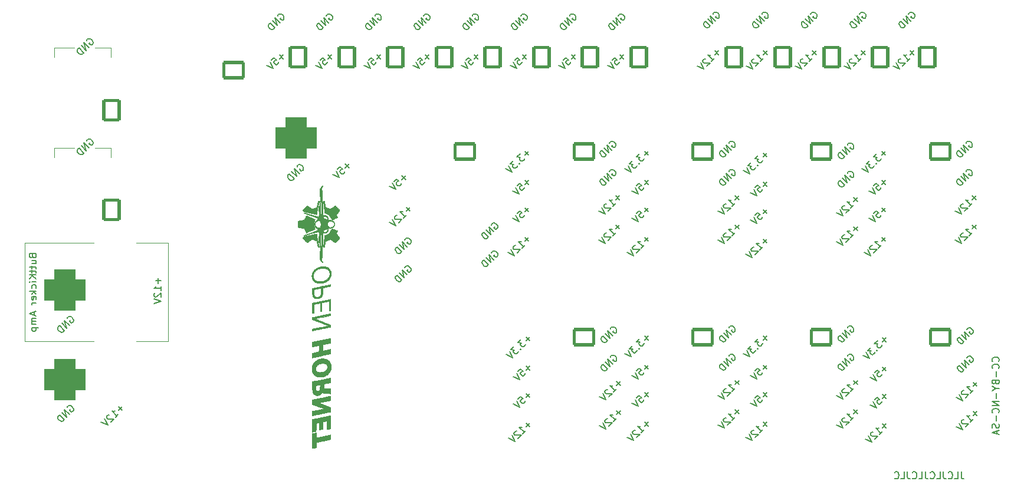
<source format=gbr>
%TF.GenerationSoftware,KiCad,Pcbnew,(6.0.9)*%
%TF.CreationDate,2023-01-09T20:02:48-09:00*%
%TF.ProjectId,ATX_PSU_Board,4154585f-5053-4555-9f42-6f6172642e6b,rev?*%
%TF.SameCoordinates,Original*%
%TF.FileFunction,Legend,Bot*%
%TF.FilePolarity,Positive*%
%FSLAX46Y46*%
G04 Gerber Fmt 4.6, Leading zero omitted, Abs format (unit mm)*
G04 Created by KiCad (PCBNEW (6.0.9)) date 2023-01-09 20:02:48*
%MOMM*%
%LPD*%
G01*
G04 APERTURE LIST*
G04 Aperture macros list*
%AMRoundRect*
0 Rectangle with rounded corners*
0 $1 Rounding radius*
0 $2 $3 $4 $5 $6 $7 $8 $9 X,Y pos of 4 corners*
0 Add a 4 corners polygon primitive as box body*
4,1,4,$2,$3,$4,$5,$6,$7,$8,$9,$2,$3,0*
0 Add four circle primitives for the rounded corners*
1,1,$1+$1,$2,$3*
1,1,$1+$1,$4,$5*
1,1,$1+$1,$6,$7*
1,1,$1+$1,$8,$9*
0 Add four rect primitives between the rounded corners*
20,1,$1+$1,$2,$3,$4,$5,0*
20,1,$1+$1,$4,$5,$6,$7,0*
20,1,$1+$1,$6,$7,$8,$9,0*
20,1,$1+$1,$8,$9,$2,$3,0*%
G04 Aperture macros list end*
%ADD10C,0.120000*%
%ADD11C,0.150000*%
%ADD12C,0.010000*%
%ADD13C,5.000000*%
%ADD14C,3.000000*%
%ADD15C,6.000000*%
%ADD16RoundRect,0.250001X1.099999X1.399999X-1.099999X1.399999X-1.099999X-1.399999X1.099999X-1.399999X0*%
%ADD17O,2.700000X3.300000*%
%ADD18C,3.000000*%
%ADD19RoundRect,0.250001X-1.399999X1.099999X-1.399999X-1.099999X1.399999X-1.099999X1.399999X1.099999X0*%
%ADD20O,3.300000X2.700000*%
%ADD21C,4.064000*%
%ADD22RoundRect,1.500000X-1.500000X-1.500000X1.500000X-1.500000X1.500000X1.500000X-1.500000X1.500000X0*%
%ADD23C,6.000000*%
%ADD24C,1.600000*%
%ADD25O,1.600000X1.600000*%
%ADD26R,1.800000X1.800000*%
%ADD27C,1.800000*%
%ADD28R,1.700000X1.700000*%
%ADD29O,1.700000X1.700000*%
G04 APERTURE END LIST*
D10*
X51700000Y-61700000D02*
X51700000Y-63100000D01*
X49400000Y-61700000D02*
X51700000Y-61700000D01*
X43500000Y-61700000D02*
X46400000Y-61700000D01*
X43500000Y-63100000D02*
X43500000Y-61700000D01*
X49400000Y-76100000D02*
X51700000Y-76100000D01*
X59900000Y-89770000D02*
X59900000Y-103900000D01*
X51700000Y-76100000D02*
X51700000Y-77500000D01*
X43500000Y-76100000D02*
X46400000Y-76100000D01*
X43500000Y-77500000D02*
X43500000Y-76100000D01*
X39310000Y-103867000D02*
X39310000Y-89770000D01*
X39310000Y-89770000D02*
X59900000Y-89770000D01*
X59900000Y-103900000D02*
X39310000Y-103867000D01*
D11*
X111769361Y-111409370D02*
X111230613Y-111948118D01*
X111769361Y-111948118D02*
X111230613Y-111409370D01*
X110119446Y-112183820D02*
X110456163Y-111847103D01*
X110826552Y-112150148D01*
X110759209Y-112150148D01*
X110658194Y-112183820D01*
X110489835Y-112352179D01*
X110456163Y-112453194D01*
X110456163Y-112520538D01*
X110489835Y-112621553D01*
X110658194Y-112789912D01*
X110759209Y-112823583D01*
X110826552Y-112823583D01*
X110927568Y-112789912D01*
X111095926Y-112621553D01*
X111129598Y-112520538D01*
X111129598Y-112453194D01*
X109883743Y-112419522D02*
X110355148Y-113362331D01*
X109412339Y-112890927D01*
X111769362Y-103284294D02*
X111230614Y-103823042D01*
X111769362Y-103823042D02*
X111230614Y-103284294D01*
X110523507Y-103654683D02*
X110085774Y-104092416D01*
X110590850Y-104126087D01*
X110489835Y-104227103D01*
X110456163Y-104328118D01*
X110456163Y-104395461D01*
X110489835Y-104496477D01*
X110658194Y-104664835D01*
X110759209Y-104698507D01*
X110826553Y-104698507D01*
X110927568Y-104664835D01*
X111129598Y-104462805D01*
X111163270Y-104361790D01*
X111163270Y-104294446D01*
X110422492Y-105035225D02*
X110422492Y-105102568D01*
X110489835Y-105102568D01*
X110489835Y-105035225D01*
X110422492Y-105035225D01*
X110489835Y-105102568D01*
X109513354Y-104664835D02*
X109075622Y-105102568D01*
X109580698Y-105136240D01*
X109479683Y-105237255D01*
X109446011Y-105338270D01*
X109446011Y-105405614D01*
X109479683Y-105506629D01*
X109648041Y-105674988D01*
X109749057Y-105708660D01*
X109816400Y-105708660D01*
X109917415Y-105674988D01*
X110119446Y-105472957D01*
X110153118Y-105371942D01*
X110153118Y-105304599D01*
X108873591Y-105304599D02*
X109344996Y-106247408D01*
X108402187Y-105776003D01*
X124806080Y-113866652D02*
X124267332Y-114405400D01*
X124806080Y-114405400D02*
X124267332Y-113866652D01*
X123829599Y-115381881D02*
X124233660Y-114977820D01*
X124031630Y-115179851D02*
X123324523Y-114472744D01*
X123492882Y-114506416D01*
X123627569Y-114506416D01*
X123728584Y-114472744D01*
X122920462Y-115011492D02*
X122853118Y-115011492D01*
X122752103Y-115045164D01*
X122583744Y-115213522D01*
X122550073Y-115314538D01*
X122550073Y-115381881D01*
X122583744Y-115482896D01*
X122651088Y-115550240D01*
X122785775Y-115617583D01*
X123593897Y-115617583D01*
X123156164Y-116055316D01*
X122247027Y-115550240D02*
X122718431Y-116493049D01*
X121775622Y-116021644D01*
X123358194Y-102104698D02*
X123391866Y-102003683D01*
X123492881Y-101902668D01*
X123627568Y-101835324D01*
X123762255Y-101835324D01*
X123863270Y-101868996D01*
X124031629Y-101970011D01*
X124132644Y-102071026D01*
X124233660Y-102239385D01*
X124267331Y-102340400D01*
X124267331Y-102475087D01*
X124199988Y-102609774D01*
X124132644Y-102677118D01*
X123997957Y-102744461D01*
X123930614Y-102744461D01*
X123694912Y-102508759D01*
X123829599Y-102374072D01*
X123694912Y-103114851D02*
X122987805Y-102407744D01*
X123290851Y-103518912D01*
X122583744Y-102811805D01*
X122954133Y-103855629D02*
X122247026Y-103148522D01*
X122078668Y-103316881D01*
X122011324Y-103451568D01*
X122011324Y-103586255D01*
X122044996Y-103687270D01*
X122146011Y-103855629D01*
X122247026Y-103956644D01*
X122415385Y-104057660D01*
X122516400Y-104091331D01*
X122651087Y-104091331D01*
X122785774Y-104023988D01*
X122954133Y-103855629D01*
X124806080Y-109675652D02*
X124267332Y-110214400D01*
X124806080Y-110214400D02*
X124267332Y-109675652D01*
X123829599Y-111190881D02*
X124233660Y-110786820D01*
X124031630Y-110988851D02*
X123324523Y-110281744D01*
X123492882Y-110315416D01*
X123627569Y-110315416D01*
X123728584Y-110281744D01*
X122920462Y-110820492D02*
X122853118Y-110820492D01*
X122752103Y-110854164D01*
X122583744Y-111022522D01*
X122550073Y-111123538D01*
X122550073Y-111190881D01*
X122583744Y-111291896D01*
X122651088Y-111359240D01*
X122785775Y-111426583D01*
X123593897Y-111426583D01*
X123156164Y-111864316D01*
X122247027Y-111359240D02*
X122718431Y-112302049D01*
X121775622Y-111830644D01*
X111769362Y-115644652D02*
X111230614Y-116183400D01*
X111769362Y-116183400D02*
X111230614Y-115644652D01*
X110792881Y-117159881D02*
X111196942Y-116755820D01*
X110994912Y-116957851D02*
X110287805Y-116250744D01*
X110456164Y-116284416D01*
X110590851Y-116284416D01*
X110691866Y-116250744D01*
X109883744Y-116789492D02*
X109816400Y-116789492D01*
X109715385Y-116823164D01*
X109547026Y-116991522D01*
X109513355Y-117092538D01*
X109513355Y-117159881D01*
X109547026Y-117260896D01*
X109614370Y-117328240D01*
X109749057Y-117395583D01*
X110557179Y-117395583D01*
X110119446Y-117833316D01*
X109210309Y-117328240D02*
X109681713Y-118271049D01*
X108738904Y-117799644D01*
X111769361Y-107472370D02*
X111230613Y-108011118D01*
X111769361Y-108011118D02*
X111230613Y-107472370D01*
X110119446Y-108246820D02*
X110456163Y-107910103D01*
X110826552Y-108213148D01*
X110759209Y-108213148D01*
X110658194Y-108246820D01*
X110489835Y-108415179D01*
X110456163Y-108516194D01*
X110456163Y-108583538D01*
X110489835Y-108684553D01*
X110658194Y-108852912D01*
X110759209Y-108886583D01*
X110826552Y-108886583D01*
X110927568Y-108852912D01*
X111095926Y-108684553D01*
X111129598Y-108583538D01*
X111129598Y-108516194D01*
X109883743Y-108482522D02*
X110355148Y-109425331D01*
X109412339Y-108953927D01*
X123358194Y-106168698D02*
X123391866Y-106067683D01*
X123492881Y-105966668D01*
X123627568Y-105899324D01*
X123762255Y-105899324D01*
X123863270Y-105932996D01*
X124031629Y-106034011D01*
X124132644Y-106135026D01*
X124233660Y-106303385D01*
X124267331Y-106404400D01*
X124267331Y-106539087D01*
X124199988Y-106673774D01*
X124132644Y-106741118D01*
X123997957Y-106808461D01*
X123930614Y-106808461D01*
X123694912Y-106572759D01*
X123829599Y-106438072D01*
X123694912Y-107178851D02*
X122987805Y-106471744D01*
X123290851Y-107582912D01*
X122583744Y-106875805D01*
X122954133Y-107919629D02*
X122247026Y-107212522D01*
X122078668Y-107380881D01*
X122011324Y-107515568D01*
X122011324Y-107650255D01*
X122044996Y-107751270D01*
X122146011Y-107919629D01*
X122247026Y-108020644D01*
X122415385Y-108121660D01*
X122516400Y-108155331D01*
X122651087Y-108155331D01*
X122785774Y-108087988D01*
X122954133Y-107919629D01*
X93959644Y-80141370D02*
X93420896Y-80680118D01*
X93959644Y-80680118D02*
X93420896Y-80141370D01*
X92309729Y-80915820D02*
X92646446Y-80579103D01*
X93016835Y-80882148D01*
X92949492Y-80882148D01*
X92848477Y-80915820D01*
X92680118Y-81084179D01*
X92646446Y-81185194D01*
X92646446Y-81252538D01*
X92680118Y-81353553D01*
X92848477Y-81521912D01*
X92949492Y-81555583D01*
X93016835Y-81555583D01*
X93117851Y-81521912D01*
X93286209Y-81353553D01*
X93319881Y-81252538D01*
X93319881Y-81185194D01*
X92074026Y-81151522D02*
X92545431Y-82094331D01*
X91602622Y-81622927D01*
X93849911Y-93341698D02*
X93883583Y-93240683D01*
X93984598Y-93139668D01*
X94119285Y-93072324D01*
X94253972Y-93072324D01*
X94354987Y-93105996D01*
X94523346Y-93207011D01*
X94624361Y-93308026D01*
X94725377Y-93476385D01*
X94759048Y-93577400D01*
X94759048Y-93712087D01*
X94691705Y-93846774D01*
X94624361Y-93914118D01*
X94489674Y-93981461D01*
X94422331Y-93981461D01*
X94186629Y-93745759D01*
X94321316Y-93611072D01*
X94186629Y-94351851D02*
X93479522Y-93644744D01*
X93782568Y-94755912D01*
X93075461Y-94048805D01*
X93445850Y-95092629D02*
X92738743Y-94385522D01*
X92570385Y-94553881D01*
X92503041Y-94688568D01*
X92503041Y-94823255D01*
X92536713Y-94924270D01*
X92637728Y-95092629D01*
X92738743Y-95193644D01*
X92907102Y-95294660D01*
X93008117Y-95328331D01*
X93142804Y-95328331D01*
X93277491Y-95260988D01*
X93445850Y-95092629D01*
X94624362Y-84656651D02*
X94085614Y-85195399D01*
X94624362Y-85195399D02*
X94085614Y-84656651D01*
X93647881Y-86171880D02*
X94051942Y-85767819D01*
X93849912Y-85969850D02*
X93142805Y-85262743D01*
X93311164Y-85296415D01*
X93445851Y-85296415D01*
X93546866Y-85262743D01*
X92738744Y-85801491D02*
X92671400Y-85801491D01*
X92570385Y-85835163D01*
X92402026Y-86003521D01*
X92368355Y-86104537D01*
X92368355Y-86171880D01*
X92402026Y-86272895D01*
X92469370Y-86340239D01*
X92604057Y-86407582D01*
X93412179Y-86407582D01*
X92974446Y-86845315D01*
X92065309Y-86340239D02*
X92536713Y-87283048D01*
X91593904Y-86811643D01*
X53296362Y-113304652D02*
X52757614Y-113843400D01*
X53296362Y-113843400D02*
X52757614Y-113304652D01*
X52319881Y-114819881D02*
X52723942Y-114415820D01*
X52521912Y-114617851D02*
X51814805Y-113910744D01*
X51983164Y-113944416D01*
X52117851Y-113944416D01*
X52218866Y-113910744D01*
X51410744Y-114449492D02*
X51343400Y-114449492D01*
X51242385Y-114483164D01*
X51074026Y-114651522D01*
X51040355Y-114752538D01*
X51040355Y-114819881D01*
X51074026Y-114920896D01*
X51141370Y-114988240D01*
X51276057Y-115055583D01*
X52084179Y-115055583D01*
X51646446Y-115493316D01*
X50737309Y-114988240D02*
X51208713Y-115931049D01*
X50265904Y-115459644D01*
X45385194Y-113407698D02*
X45418866Y-113306683D01*
X45519881Y-113205668D01*
X45654568Y-113138324D01*
X45789255Y-113138324D01*
X45890270Y-113171996D01*
X46058629Y-113273011D01*
X46159644Y-113374026D01*
X46260660Y-113542385D01*
X46294331Y-113643400D01*
X46294331Y-113778087D01*
X46226988Y-113912774D01*
X46159644Y-113980118D01*
X46024957Y-114047461D01*
X45957614Y-114047461D01*
X45721912Y-113811759D01*
X45856599Y-113677072D01*
X45721912Y-114417851D02*
X45014805Y-113710744D01*
X45317851Y-114821912D01*
X44610744Y-114114805D01*
X44981133Y-115158629D02*
X44274026Y-114451522D01*
X44105668Y-114619881D01*
X44038324Y-114754568D01*
X44038324Y-114889255D01*
X44071996Y-114990270D01*
X44173011Y-115158629D01*
X44274026Y-115259644D01*
X44442385Y-115360660D01*
X44543400Y-115394331D01*
X44678087Y-115394331D01*
X44812774Y-115326988D01*
X44981133Y-115158629D01*
X85859644Y-78441370D02*
X85320896Y-78980118D01*
X85859644Y-78980118D02*
X85320896Y-78441370D01*
X84209729Y-79215820D02*
X84546446Y-78879103D01*
X84916835Y-79182148D01*
X84849492Y-79182148D01*
X84748477Y-79215820D01*
X84580118Y-79384179D01*
X84546446Y-79485194D01*
X84546446Y-79552538D01*
X84580118Y-79653553D01*
X84748477Y-79821912D01*
X84849492Y-79855583D01*
X84916835Y-79855583D01*
X85017851Y-79821912D01*
X85186209Y-79653553D01*
X85219881Y-79552538D01*
X85219881Y-79485194D01*
X83974026Y-79451522D02*
X84445431Y-80394331D01*
X83502622Y-79922927D01*
X78385194Y-78807698D02*
X78418866Y-78706683D01*
X78519881Y-78605668D01*
X78654568Y-78538324D01*
X78789255Y-78538324D01*
X78890270Y-78571996D01*
X79058629Y-78673011D01*
X79159644Y-78774026D01*
X79260660Y-78942385D01*
X79294331Y-79043400D01*
X79294331Y-79178087D01*
X79226988Y-79312774D01*
X79159644Y-79380118D01*
X79024957Y-79447461D01*
X78957614Y-79447461D01*
X78721912Y-79211759D01*
X78856599Y-79077072D01*
X78721912Y-79817851D02*
X78014805Y-79110744D01*
X78317851Y-80221912D01*
X77610744Y-79514805D01*
X77981133Y-80558629D02*
X77274026Y-79851522D01*
X77105668Y-80019881D01*
X77038324Y-80154568D01*
X77038324Y-80289255D01*
X77071996Y-80390270D01*
X77173011Y-80558629D01*
X77274026Y-80659644D01*
X77442385Y-80760660D01*
X77543400Y-80794331D01*
X77678087Y-80794331D01*
X77812774Y-80726988D01*
X77981133Y-80558629D01*
X75606194Y-57146698D02*
X75639866Y-57045683D01*
X75740881Y-56944668D01*
X75875568Y-56877324D01*
X76010255Y-56877324D01*
X76111270Y-56910996D01*
X76279629Y-57012011D01*
X76380644Y-57113026D01*
X76481660Y-57281385D01*
X76515331Y-57382400D01*
X76515331Y-57517087D01*
X76447988Y-57651774D01*
X76380644Y-57719118D01*
X76245957Y-57786461D01*
X76178614Y-57786461D01*
X75942912Y-57550759D01*
X76077599Y-57416072D01*
X75942912Y-58156851D02*
X75235805Y-57449744D01*
X75538851Y-58560912D01*
X74831744Y-57853805D01*
X75202133Y-58897629D02*
X74495026Y-58190522D01*
X74326668Y-58358881D01*
X74259324Y-58493568D01*
X74259324Y-58628255D01*
X74292996Y-58729270D01*
X74394011Y-58897629D01*
X74495026Y-58998644D01*
X74663385Y-59099660D01*
X74764400Y-59133331D01*
X74899087Y-59133331D01*
X75033774Y-59065988D01*
X75202133Y-58897629D01*
X76380644Y-62768370D02*
X75841896Y-63307118D01*
X76380644Y-63307118D02*
X75841896Y-62768370D01*
X74730729Y-63542820D02*
X75067446Y-63206103D01*
X75437835Y-63509148D01*
X75370492Y-63509148D01*
X75269477Y-63542820D01*
X75101118Y-63711179D01*
X75067446Y-63812194D01*
X75067446Y-63879538D01*
X75101118Y-63980553D01*
X75269477Y-64148912D01*
X75370492Y-64182583D01*
X75437835Y-64182583D01*
X75538851Y-64148912D01*
X75707209Y-63980553D01*
X75740881Y-63879538D01*
X75740881Y-63812194D01*
X74495026Y-63778522D02*
X74966431Y-64721331D01*
X74023622Y-64249927D01*
X125275644Y-62768370D02*
X124736896Y-63307118D01*
X125275644Y-63307118D02*
X124736896Y-62768370D01*
X123625729Y-63542820D02*
X123962446Y-63206103D01*
X124332835Y-63509148D01*
X124265492Y-63509148D01*
X124164477Y-63542820D01*
X123996118Y-63711179D01*
X123962446Y-63812194D01*
X123962446Y-63879538D01*
X123996118Y-63980553D01*
X124164477Y-64148912D01*
X124265492Y-64182583D01*
X124332835Y-64182583D01*
X124433851Y-64148912D01*
X124602209Y-63980553D01*
X124635881Y-63879538D01*
X124635881Y-63812194D01*
X123390026Y-63778522D02*
X123861431Y-64721331D01*
X122918622Y-64249927D01*
X124501194Y-57146698D02*
X124534866Y-57045683D01*
X124635881Y-56944668D01*
X124770568Y-56877324D01*
X124905255Y-56877324D01*
X125006270Y-56910996D01*
X125174629Y-57012011D01*
X125275644Y-57113026D01*
X125376660Y-57281385D01*
X125410331Y-57382400D01*
X125410331Y-57517087D01*
X125342988Y-57651774D01*
X125275644Y-57719118D01*
X125140957Y-57786461D01*
X125073614Y-57786461D01*
X124837912Y-57550759D01*
X124972599Y-57416072D01*
X124837912Y-58156851D02*
X124130805Y-57449744D01*
X124433851Y-58560912D01*
X123726744Y-57853805D01*
X124097133Y-58897629D02*
X123390026Y-58190522D01*
X123221668Y-58358881D01*
X123154324Y-58493568D01*
X123154324Y-58628255D01*
X123187996Y-58729270D01*
X123289011Y-58897629D01*
X123390026Y-58998644D01*
X123558385Y-59099660D01*
X123659400Y-59133331D01*
X123794087Y-59133331D01*
X123928774Y-59065988D01*
X124097133Y-58897629D01*
X138864645Y-62177652D02*
X138325897Y-62716400D01*
X138864645Y-62716400D02*
X138325897Y-62177652D01*
X137888164Y-63692881D02*
X138292225Y-63288820D01*
X138090195Y-63490851D02*
X137383088Y-62783744D01*
X137551447Y-62817416D01*
X137686134Y-62817416D01*
X137787149Y-62783744D01*
X136979027Y-63322492D02*
X136911683Y-63322492D01*
X136810668Y-63356164D01*
X136642309Y-63524522D01*
X136608638Y-63625538D01*
X136608638Y-63692881D01*
X136642309Y-63793896D01*
X136709653Y-63861240D01*
X136844340Y-63928583D01*
X137652462Y-63928583D01*
X137214729Y-64366316D01*
X136305592Y-63861240D02*
X136776996Y-64804049D01*
X135834187Y-64332644D01*
X138090194Y-56892698D02*
X138123866Y-56791683D01*
X138224881Y-56690668D01*
X138359568Y-56623324D01*
X138494255Y-56623324D01*
X138595270Y-56656996D01*
X138763629Y-56758011D01*
X138864644Y-56859026D01*
X138965660Y-57027385D01*
X138999331Y-57128400D01*
X138999331Y-57263087D01*
X138931988Y-57397774D01*
X138864644Y-57465118D01*
X138729957Y-57532461D01*
X138662614Y-57532461D01*
X138426912Y-57296759D01*
X138561599Y-57162072D01*
X138426912Y-57902851D02*
X137719805Y-57195744D01*
X138022851Y-58306912D01*
X137315744Y-57599805D01*
X137686133Y-58643629D02*
X136979026Y-57936522D01*
X136810668Y-58104881D01*
X136743324Y-58239568D01*
X136743324Y-58374255D01*
X136776996Y-58475270D01*
X136878011Y-58643629D01*
X136979026Y-58744644D01*
X137147385Y-58845660D01*
X137248400Y-58879331D01*
X137383087Y-58879331D01*
X137517774Y-58811988D01*
X137686133Y-58643629D01*
X159140444Y-56892698D02*
X159174116Y-56791683D01*
X159275131Y-56690668D01*
X159409818Y-56623324D01*
X159544505Y-56623324D01*
X159645520Y-56656996D01*
X159813879Y-56758011D01*
X159914894Y-56859026D01*
X160015910Y-57027385D01*
X160049581Y-57128400D01*
X160049581Y-57263087D01*
X159982238Y-57397774D01*
X159914894Y-57465118D01*
X159780207Y-57532461D01*
X159712864Y-57532461D01*
X159477162Y-57296759D01*
X159611849Y-57162072D01*
X159477162Y-57902851D02*
X158770055Y-57195744D01*
X159073101Y-58306912D01*
X158365994Y-57599805D01*
X158736383Y-58643629D02*
X158029276Y-57936522D01*
X157860918Y-58104881D01*
X157793574Y-58239568D01*
X157793574Y-58374255D01*
X157827246Y-58475270D01*
X157928261Y-58643629D01*
X158029276Y-58744644D01*
X158197635Y-58845660D01*
X158298650Y-58879331D01*
X158433337Y-58879331D01*
X158568024Y-58811988D01*
X158736383Y-58643629D01*
X159914895Y-62177652D02*
X159376147Y-62716400D01*
X159914895Y-62716400D02*
X159376147Y-62177652D01*
X158938414Y-63692881D02*
X159342475Y-63288820D01*
X159140445Y-63490851D02*
X158433338Y-62783744D01*
X158601697Y-62817416D01*
X158736384Y-62817416D01*
X158837399Y-62783744D01*
X158029277Y-63322492D02*
X157961933Y-63322492D01*
X157860918Y-63356164D01*
X157692559Y-63524522D01*
X157658888Y-63625538D01*
X157658888Y-63692881D01*
X157692559Y-63793896D01*
X157759903Y-63861240D01*
X157894590Y-63928583D01*
X158702712Y-63928583D01*
X158264979Y-64366316D01*
X157355842Y-63861240D02*
X157827246Y-64804049D01*
X156884437Y-64332644D01*
X166931645Y-62177652D02*
X166392897Y-62716400D01*
X166931645Y-62716400D02*
X166392897Y-62177652D01*
X165955164Y-63692881D02*
X166359225Y-63288820D01*
X166157195Y-63490851D02*
X165450088Y-62783744D01*
X165618447Y-62817416D01*
X165753134Y-62817416D01*
X165854149Y-62783744D01*
X165046027Y-63322492D02*
X164978683Y-63322492D01*
X164877668Y-63356164D01*
X164709309Y-63524522D01*
X164675638Y-63625538D01*
X164675638Y-63692881D01*
X164709309Y-63793896D01*
X164776653Y-63861240D01*
X164911340Y-63928583D01*
X165719462Y-63928583D01*
X165281729Y-64366316D01*
X164372592Y-63861240D02*
X164843996Y-64804049D01*
X163901187Y-64332644D01*
X166157194Y-56892698D02*
X166190866Y-56791683D01*
X166291881Y-56690668D01*
X166426568Y-56623324D01*
X166561255Y-56623324D01*
X166662270Y-56656996D01*
X166830629Y-56758011D01*
X166931644Y-56859026D01*
X167032660Y-57027385D01*
X167066331Y-57128400D01*
X167066331Y-57263087D01*
X166998988Y-57397774D01*
X166931644Y-57465118D01*
X166796957Y-57532461D01*
X166729614Y-57532461D01*
X166493912Y-57296759D01*
X166628599Y-57162072D01*
X166493912Y-57902851D02*
X165786805Y-57195744D01*
X166089851Y-58306912D01*
X165382744Y-57599805D01*
X165753133Y-58643629D02*
X165046026Y-57936522D01*
X164877668Y-58104881D01*
X164810324Y-58239568D01*
X164810324Y-58374255D01*
X164843996Y-58475270D01*
X164945011Y-58643629D01*
X165046026Y-58744644D01*
X165214385Y-58845660D01*
X165315400Y-58879331D01*
X165450087Y-58879331D01*
X165584774Y-58811988D01*
X165753133Y-58643629D01*
X175860080Y-87196652D02*
X175321332Y-87735400D01*
X175860080Y-87735400D02*
X175321332Y-87196652D01*
X174883599Y-88711881D02*
X175287660Y-88307820D01*
X175085630Y-88509851D02*
X174378523Y-87802744D01*
X174546882Y-87836416D01*
X174681569Y-87836416D01*
X174782584Y-87802744D01*
X173974462Y-88341492D02*
X173907118Y-88341492D01*
X173806103Y-88375164D01*
X173637744Y-88543522D01*
X173604073Y-88644538D01*
X173604073Y-88711881D01*
X173637744Y-88812896D01*
X173705088Y-88880240D01*
X173839775Y-88947583D01*
X174647897Y-88947583D01*
X174210164Y-89385316D01*
X173301027Y-88880240D02*
X173772431Y-89823049D01*
X172829622Y-89351644D01*
X174412194Y-75434698D02*
X174445866Y-75333683D01*
X174546881Y-75232668D01*
X174681568Y-75165324D01*
X174816255Y-75165324D01*
X174917270Y-75198996D01*
X175085629Y-75300011D01*
X175186644Y-75401026D01*
X175287660Y-75569385D01*
X175321331Y-75670400D01*
X175321331Y-75805087D01*
X175253988Y-75939774D01*
X175186644Y-76007118D01*
X175051957Y-76074461D01*
X174984614Y-76074461D01*
X174748912Y-75838759D01*
X174883599Y-75704072D01*
X174748912Y-76444851D02*
X174041805Y-75737744D01*
X174344851Y-76848912D01*
X173637744Y-76141805D01*
X174008133Y-77185629D02*
X173301026Y-76478522D01*
X173132668Y-76646881D01*
X173065324Y-76781568D01*
X173065324Y-76916255D01*
X173098996Y-77017270D01*
X173200011Y-77185629D01*
X173301026Y-77286644D01*
X173469385Y-77387660D01*
X173570400Y-77421331D01*
X173705087Y-77421331D01*
X173839774Y-77353988D01*
X174008133Y-77185629D01*
X175860080Y-83005652D02*
X175321332Y-83544400D01*
X175860080Y-83544400D02*
X175321332Y-83005652D01*
X174883599Y-84520881D02*
X175287660Y-84116820D01*
X175085630Y-84318851D02*
X174378523Y-83611744D01*
X174546882Y-83645416D01*
X174681569Y-83645416D01*
X174782584Y-83611744D01*
X173974462Y-84150492D02*
X173907118Y-84150492D01*
X173806103Y-84184164D01*
X173637744Y-84352522D01*
X173604073Y-84453538D01*
X173604073Y-84520881D01*
X173637744Y-84621896D01*
X173705088Y-84689240D01*
X173839775Y-84756583D01*
X174647897Y-84756583D01*
X174210164Y-85194316D01*
X173301027Y-84689240D02*
X173772431Y-85632049D01*
X172829622Y-85160644D01*
X174412194Y-79498698D02*
X174445866Y-79397683D01*
X174546881Y-79296668D01*
X174681568Y-79229324D01*
X174816255Y-79229324D01*
X174917270Y-79262996D01*
X175085629Y-79364011D01*
X175186644Y-79465026D01*
X175287660Y-79633385D01*
X175321331Y-79734400D01*
X175321331Y-79869087D01*
X175253988Y-80003774D01*
X175186644Y-80071118D01*
X175051957Y-80138461D01*
X174984614Y-80138461D01*
X174748912Y-79902759D01*
X174883599Y-79768072D01*
X174748912Y-80508851D02*
X174041805Y-79801744D01*
X174344851Y-80912912D01*
X173637744Y-80205805D01*
X174008133Y-81249629D02*
X173301026Y-80542522D01*
X173132668Y-80710881D01*
X173065324Y-80845568D01*
X173065324Y-80980255D01*
X173098996Y-81081270D01*
X173200011Y-81249629D01*
X173301026Y-81350644D01*
X173469385Y-81451660D01*
X173570400Y-81485331D01*
X173705087Y-81485331D01*
X173839774Y-81417988D01*
X174008133Y-81249629D01*
X48185194Y-75107698D02*
X48218866Y-75006683D01*
X48319881Y-74905668D01*
X48454568Y-74838324D01*
X48589255Y-74838324D01*
X48690270Y-74871996D01*
X48858629Y-74973011D01*
X48959644Y-75074026D01*
X49060660Y-75242385D01*
X49094331Y-75343400D01*
X49094331Y-75478087D01*
X49026988Y-75612774D01*
X48959644Y-75680118D01*
X48824957Y-75747461D01*
X48757614Y-75747461D01*
X48521912Y-75511759D01*
X48656599Y-75377072D01*
X48521912Y-76117851D02*
X47814805Y-75410744D01*
X48117851Y-76521912D01*
X47410744Y-75814805D01*
X47781133Y-76858629D02*
X47074026Y-76151522D01*
X46905668Y-76319881D01*
X46838324Y-76454568D01*
X46838324Y-76589255D01*
X46871996Y-76690270D01*
X46973011Y-76858629D01*
X47074026Y-76959644D01*
X47242385Y-77060660D01*
X47343400Y-77094331D01*
X47478087Y-77094331D01*
X47612774Y-77026988D01*
X47781133Y-76858629D01*
X48185194Y-60707698D02*
X48218866Y-60606683D01*
X48319881Y-60505668D01*
X48454568Y-60438324D01*
X48589255Y-60438324D01*
X48690270Y-60471996D01*
X48858629Y-60573011D01*
X48959644Y-60674026D01*
X49060660Y-60842385D01*
X49094331Y-60943400D01*
X49094331Y-61078087D01*
X49026988Y-61212774D01*
X48959644Y-61280118D01*
X48824957Y-61347461D01*
X48757614Y-61347461D01*
X48521912Y-61111759D01*
X48656599Y-60977072D01*
X48521912Y-61717851D02*
X47814805Y-61010744D01*
X48117851Y-62121912D01*
X47410744Y-61414805D01*
X47781133Y-62458629D02*
X47074026Y-61751522D01*
X46905668Y-61919881D01*
X46838324Y-62054568D01*
X46838324Y-62189255D01*
X46871996Y-62290270D01*
X46973011Y-62458629D01*
X47074026Y-62559644D01*
X47242385Y-62660660D01*
X47343400Y-62694331D01*
X47478087Y-62694331D01*
X47612774Y-62626988D01*
X47781133Y-62458629D01*
X174539194Y-102231698D02*
X174572866Y-102130683D01*
X174673881Y-102029668D01*
X174808568Y-101962324D01*
X174943255Y-101962324D01*
X175044270Y-101995996D01*
X175212629Y-102097011D01*
X175313644Y-102198026D01*
X175414660Y-102366385D01*
X175448331Y-102467400D01*
X175448331Y-102602087D01*
X175380988Y-102736774D01*
X175313644Y-102804118D01*
X175178957Y-102871461D01*
X175111614Y-102871461D01*
X174875912Y-102635759D01*
X175010599Y-102501072D01*
X174875912Y-103241851D02*
X174168805Y-102534744D01*
X174471851Y-103645912D01*
X173764744Y-102938805D01*
X174135133Y-103982629D02*
X173428026Y-103275522D01*
X173259668Y-103443881D01*
X173192324Y-103578568D01*
X173192324Y-103713255D01*
X173225996Y-103814270D01*
X173327011Y-103982629D01*
X173428026Y-104083644D01*
X173596385Y-104184660D01*
X173697400Y-104218331D01*
X173832087Y-104218331D01*
X173966774Y-104150988D01*
X174135133Y-103982629D01*
X104320644Y-62768370D02*
X103781896Y-63307118D01*
X104320644Y-63307118D02*
X103781896Y-62768370D01*
X102670729Y-63542820D02*
X103007446Y-63206103D01*
X103377835Y-63509148D01*
X103310492Y-63509148D01*
X103209477Y-63542820D01*
X103041118Y-63711179D01*
X103007446Y-63812194D01*
X103007446Y-63879538D01*
X103041118Y-63980553D01*
X103209477Y-64148912D01*
X103310492Y-64182583D01*
X103377835Y-64182583D01*
X103478851Y-64148912D01*
X103647209Y-63980553D01*
X103680881Y-63879538D01*
X103680881Y-63812194D01*
X102435026Y-63778522D02*
X102906431Y-64721331D01*
X101963622Y-64249927D01*
X162823362Y-88974652D02*
X162284614Y-89513400D01*
X162823362Y-89513400D02*
X162284614Y-88974652D01*
X161846881Y-90489881D02*
X162250942Y-90085820D01*
X162048912Y-90287851D02*
X161341805Y-89580744D01*
X161510164Y-89614416D01*
X161644851Y-89614416D01*
X161745866Y-89580744D01*
X160937744Y-90119492D02*
X160870400Y-90119492D01*
X160769385Y-90153164D01*
X160601026Y-90321522D01*
X160567355Y-90422538D01*
X160567355Y-90489881D01*
X160601026Y-90590896D01*
X160668370Y-90658240D01*
X160803057Y-90725583D01*
X161611179Y-90725583D01*
X161173446Y-91163316D01*
X160264309Y-90658240D02*
X160735713Y-91601049D01*
X159792904Y-91129644D01*
X145805362Y-76868294D02*
X145266614Y-77407042D01*
X145805362Y-77407042D02*
X145266614Y-76868294D01*
X144559507Y-77238683D02*
X144121774Y-77676416D01*
X144626850Y-77710087D01*
X144525835Y-77811103D01*
X144492163Y-77912118D01*
X144492163Y-77979461D01*
X144525835Y-78080477D01*
X144694194Y-78248835D01*
X144795209Y-78282507D01*
X144862553Y-78282507D01*
X144963568Y-78248835D01*
X145165598Y-78046805D01*
X145199270Y-77945790D01*
X145199270Y-77878446D01*
X144458492Y-78619225D02*
X144458492Y-78686568D01*
X144525835Y-78686568D01*
X144525835Y-78619225D01*
X144458492Y-78619225D01*
X144525835Y-78686568D01*
X143549354Y-78248835D02*
X143111622Y-78686568D01*
X143616698Y-78720240D01*
X143515683Y-78821255D01*
X143482011Y-78922270D01*
X143482011Y-78989614D01*
X143515683Y-79090629D01*
X143684041Y-79258988D01*
X143785057Y-79292660D01*
X143852400Y-79292660D01*
X143953415Y-79258988D01*
X144155446Y-79056957D01*
X144189118Y-78955942D01*
X144189118Y-78888599D01*
X142909591Y-78888599D02*
X143380996Y-79831408D01*
X142438187Y-79360003D01*
X128787362Y-103157294D02*
X128248614Y-103696042D01*
X128787362Y-103696042D02*
X128248614Y-103157294D01*
X127541507Y-103527683D02*
X127103774Y-103965416D01*
X127608850Y-103999087D01*
X127507835Y-104100103D01*
X127474163Y-104201118D01*
X127474163Y-104268461D01*
X127507835Y-104369477D01*
X127676194Y-104537835D01*
X127777209Y-104571507D01*
X127844553Y-104571507D01*
X127945568Y-104537835D01*
X128147598Y-104335805D01*
X128181270Y-104234790D01*
X128181270Y-104167446D01*
X127440492Y-104908225D02*
X127440492Y-104975568D01*
X127507835Y-104975568D01*
X127507835Y-104908225D01*
X127440492Y-104908225D01*
X127507835Y-104975568D01*
X126531354Y-104537835D02*
X126093622Y-104975568D01*
X126598698Y-105009240D01*
X126497683Y-105110255D01*
X126464011Y-105211270D01*
X126464011Y-105278614D01*
X126497683Y-105379629D01*
X126666041Y-105547988D01*
X126767057Y-105581660D01*
X126834400Y-105581660D01*
X126935415Y-105547988D01*
X127137446Y-105345957D01*
X127171118Y-105244942D01*
X127171118Y-105177599D01*
X125891591Y-105177599D02*
X126362996Y-106120408D01*
X125420187Y-105649003D01*
X83365644Y-62768370D02*
X82826896Y-63307118D01*
X83365644Y-63307118D02*
X82826896Y-62768370D01*
X81715729Y-63542820D02*
X82052446Y-63206103D01*
X82422835Y-63509148D01*
X82355492Y-63509148D01*
X82254477Y-63542820D01*
X82086118Y-63711179D01*
X82052446Y-63812194D01*
X82052446Y-63879538D01*
X82086118Y-63980553D01*
X82254477Y-64148912D01*
X82355492Y-64182583D01*
X82422835Y-64182583D01*
X82523851Y-64148912D01*
X82692209Y-63980553D01*
X82725881Y-63879538D01*
X82725881Y-63812194D01*
X81480026Y-63778522D02*
X81951431Y-64721331D01*
X81008622Y-64249927D01*
X123231194Y-79498698D02*
X123264866Y-79397683D01*
X123365881Y-79296668D01*
X123500568Y-79229324D01*
X123635255Y-79229324D01*
X123736270Y-79262996D01*
X123904629Y-79364011D01*
X124005644Y-79465026D01*
X124106660Y-79633385D01*
X124140331Y-79734400D01*
X124140331Y-79869087D01*
X124072988Y-80003774D01*
X124005644Y-80071118D01*
X123870957Y-80138461D01*
X123803614Y-80138461D01*
X123567912Y-79902759D01*
X123702599Y-79768072D01*
X123567912Y-80508851D02*
X122860805Y-79801744D01*
X123163851Y-80912912D01*
X122456744Y-80205805D01*
X122827133Y-81249629D02*
X122120026Y-80542522D01*
X121951668Y-80710881D01*
X121884324Y-80845568D01*
X121884324Y-80980255D01*
X121917996Y-81081270D01*
X122019011Y-81249629D01*
X122120026Y-81350644D01*
X122288385Y-81451660D01*
X122389400Y-81485331D01*
X122524087Y-81485331D01*
X122658774Y-81417988D01*
X122827133Y-81249629D01*
X96561194Y-57146698D02*
X96594866Y-57045683D01*
X96695881Y-56944668D01*
X96830568Y-56877324D01*
X96965255Y-56877324D01*
X97066270Y-56910996D01*
X97234629Y-57012011D01*
X97335644Y-57113026D01*
X97436660Y-57281385D01*
X97470331Y-57382400D01*
X97470331Y-57517087D01*
X97402988Y-57651774D01*
X97335644Y-57719118D01*
X97200957Y-57786461D01*
X97133614Y-57786461D01*
X96897912Y-57550759D01*
X97032599Y-57416072D01*
X96897912Y-58156851D02*
X96190805Y-57449744D01*
X96493851Y-58560912D01*
X95786744Y-57853805D01*
X96157133Y-58897629D02*
X95450026Y-58190522D01*
X95281668Y-58358881D01*
X95214324Y-58493568D01*
X95214324Y-58628255D01*
X95247996Y-58729270D01*
X95349011Y-58897629D01*
X95450026Y-58998644D01*
X95618385Y-59099660D01*
X95719400Y-59133331D01*
X95854087Y-59133331D01*
X95988774Y-59065988D01*
X96157133Y-58897629D01*
X158842080Y-83259652D02*
X158303332Y-83798400D01*
X158842080Y-83798400D02*
X158303332Y-83259652D01*
X157865599Y-84774881D02*
X158269660Y-84370820D01*
X158067630Y-84572851D02*
X157360523Y-83865744D01*
X157528882Y-83899416D01*
X157663569Y-83899416D01*
X157764584Y-83865744D01*
X156956462Y-84404492D02*
X156889118Y-84404492D01*
X156788103Y-84438164D01*
X156619744Y-84606522D01*
X156586073Y-84707538D01*
X156586073Y-84774881D01*
X156619744Y-84875896D01*
X156687088Y-84943240D01*
X156821775Y-85010583D01*
X157629897Y-85010583D01*
X157192164Y-85448316D01*
X156283027Y-84943240D02*
X156754431Y-85886049D01*
X155811622Y-85414644D01*
X140376194Y-101977698D02*
X140409866Y-101876683D01*
X140510881Y-101775668D01*
X140645568Y-101708324D01*
X140780255Y-101708324D01*
X140881270Y-101741996D01*
X141049629Y-101843011D01*
X141150644Y-101944026D01*
X141251660Y-102112385D01*
X141285331Y-102213400D01*
X141285331Y-102348087D01*
X141217988Y-102482774D01*
X141150644Y-102550118D01*
X141015957Y-102617461D01*
X140948614Y-102617461D01*
X140712912Y-102381759D01*
X140847599Y-102247072D01*
X140712912Y-102987851D02*
X140005805Y-102280744D01*
X140308851Y-103391912D01*
X139601744Y-102684805D01*
X139972133Y-103728629D02*
X139265026Y-103021522D01*
X139096668Y-103189881D01*
X139029324Y-103324568D01*
X139029324Y-103459255D01*
X139062996Y-103560270D01*
X139164011Y-103728629D01*
X139265026Y-103829644D01*
X139433385Y-103930660D01*
X139534400Y-103964331D01*
X139669087Y-103964331D01*
X139803774Y-103896988D01*
X139972133Y-103728629D01*
X145805362Y-103157294D02*
X145266614Y-103696042D01*
X145805362Y-103696042D02*
X145266614Y-103157294D01*
X144559507Y-103527683D02*
X144121774Y-103965416D01*
X144626850Y-103999087D01*
X144525835Y-104100103D01*
X144492163Y-104201118D01*
X144492163Y-104268461D01*
X144525835Y-104369477D01*
X144694194Y-104537835D01*
X144795209Y-104571507D01*
X144862553Y-104571507D01*
X144963568Y-104537835D01*
X145165598Y-104335805D01*
X145199270Y-104234790D01*
X145199270Y-104167446D01*
X144458492Y-104908225D02*
X144458492Y-104975568D01*
X144525835Y-104975568D01*
X144525835Y-104908225D01*
X144458492Y-104908225D01*
X144525835Y-104975568D01*
X143549354Y-104537835D02*
X143111622Y-104975568D01*
X143616698Y-105009240D01*
X143515683Y-105110255D01*
X143482011Y-105211270D01*
X143482011Y-105278614D01*
X143515683Y-105379629D01*
X143684041Y-105547988D01*
X143785057Y-105581660D01*
X143852400Y-105581660D01*
X143953415Y-105547988D01*
X144155446Y-105345957D01*
X144189118Y-105244942D01*
X144189118Y-105177599D01*
X142909591Y-105177599D02*
X143380996Y-106120408D01*
X142438187Y-105649003D01*
X162950362Y-115771652D02*
X162411614Y-116310400D01*
X162950362Y-116310400D02*
X162411614Y-115771652D01*
X161973881Y-117286881D02*
X162377942Y-116882820D01*
X162175912Y-117084851D02*
X161468805Y-116377744D01*
X161637164Y-116411416D01*
X161771851Y-116411416D01*
X161872866Y-116377744D01*
X161064744Y-116916492D02*
X160997400Y-116916492D01*
X160896385Y-116950164D01*
X160728026Y-117118522D01*
X160694355Y-117219538D01*
X160694355Y-117286881D01*
X160728026Y-117387896D01*
X160795370Y-117455240D01*
X160930057Y-117522583D01*
X161738179Y-117522583D01*
X161300446Y-117960316D01*
X160391309Y-117455240D02*
X160862713Y-118398049D01*
X159919904Y-117926644D01*
X128787361Y-111282370D02*
X128248613Y-111821118D01*
X128787361Y-111821118D02*
X128248613Y-111282370D01*
X127137446Y-112056820D02*
X127474163Y-111720103D01*
X127844552Y-112023148D01*
X127777209Y-112023148D01*
X127676194Y-112056820D01*
X127507835Y-112225179D01*
X127474163Y-112326194D01*
X127474163Y-112393538D01*
X127507835Y-112494553D01*
X127676194Y-112662912D01*
X127777209Y-112696583D01*
X127844552Y-112696583D01*
X127945568Y-112662912D01*
X128113926Y-112494553D01*
X128147598Y-112393538D01*
X128147598Y-112326194D01*
X126901743Y-112292522D02*
X127373148Y-113235331D01*
X126430339Y-112763927D01*
X128787362Y-115517652D02*
X128248614Y-116056400D01*
X128787362Y-116056400D02*
X128248614Y-115517652D01*
X127810881Y-117032881D02*
X128214942Y-116628820D01*
X128012912Y-116830851D02*
X127305805Y-116123744D01*
X127474164Y-116157416D01*
X127608851Y-116157416D01*
X127709866Y-116123744D01*
X126901744Y-116662492D02*
X126834400Y-116662492D01*
X126733385Y-116696164D01*
X126565026Y-116864522D01*
X126531355Y-116965538D01*
X126531355Y-117032881D01*
X126565026Y-117133896D01*
X126632370Y-117201240D01*
X126767057Y-117268583D01*
X127575179Y-117268583D01*
X127137446Y-117706316D01*
X126228309Y-117201240D02*
X126699713Y-118144049D01*
X125756904Y-117672644D01*
X90350644Y-62768370D02*
X89811896Y-63307118D01*
X90350644Y-63307118D02*
X89811896Y-62768370D01*
X88700729Y-63542820D02*
X89037446Y-63206103D01*
X89407835Y-63509148D01*
X89340492Y-63509148D01*
X89239477Y-63542820D01*
X89071118Y-63711179D01*
X89037446Y-63812194D01*
X89037446Y-63879538D01*
X89071118Y-63980553D01*
X89239477Y-64148912D01*
X89340492Y-64182583D01*
X89407835Y-64182583D01*
X89508851Y-64148912D01*
X89677209Y-63980553D01*
X89710881Y-63879538D01*
X89710881Y-63812194D01*
X88465026Y-63778522D02*
X88936431Y-64721331D01*
X87993622Y-64249927D01*
X140376194Y-75434698D02*
X140409866Y-75333683D01*
X140510881Y-75232668D01*
X140645568Y-75165324D01*
X140780255Y-75165324D01*
X140881270Y-75198996D01*
X141049629Y-75300011D01*
X141150644Y-75401026D01*
X141251660Y-75569385D01*
X141285331Y-75670400D01*
X141285331Y-75805087D01*
X141217988Y-75939774D01*
X141150644Y-76007118D01*
X141015957Y-76074461D01*
X140948614Y-76074461D01*
X140712912Y-75838759D01*
X140847599Y-75704072D01*
X140712912Y-76444851D02*
X140005805Y-75737744D01*
X140308851Y-76848912D01*
X139601744Y-76141805D01*
X139972133Y-77185629D02*
X139265026Y-76478522D01*
X139096668Y-76646881D01*
X139029324Y-76781568D01*
X139029324Y-76916255D01*
X139062996Y-77017270D01*
X139164011Y-77185629D01*
X139265026Y-77286644D01*
X139433385Y-77387660D01*
X139534400Y-77421331D01*
X139669087Y-77421331D01*
X139803774Y-77353988D01*
X139972133Y-77185629D01*
X111642362Y-88974652D02*
X111103614Y-89513400D01*
X111642362Y-89513400D02*
X111103614Y-88974652D01*
X110665881Y-90489881D02*
X111069942Y-90085820D01*
X110867912Y-90287851D02*
X110160805Y-89580744D01*
X110329164Y-89614416D01*
X110463851Y-89614416D01*
X110564866Y-89580744D01*
X109756744Y-90119492D02*
X109689400Y-90119492D01*
X109588385Y-90153164D01*
X109420026Y-90321522D01*
X109386355Y-90422538D01*
X109386355Y-90489881D01*
X109420026Y-90590896D01*
X109487370Y-90658240D01*
X109622057Y-90725583D01*
X110430179Y-90725583D01*
X109992446Y-91163316D01*
X109083309Y-90658240D02*
X109554713Y-91601049D01*
X108611904Y-91129644D01*
X103546194Y-57146698D02*
X103579866Y-57045683D01*
X103680881Y-56944668D01*
X103815568Y-56877324D01*
X103950255Y-56877324D01*
X104051270Y-56910996D01*
X104219629Y-57012011D01*
X104320644Y-57113026D01*
X104421660Y-57281385D01*
X104455331Y-57382400D01*
X104455331Y-57517087D01*
X104387988Y-57651774D01*
X104320644Y-57719118D01*
X104185957Y-57786461D01*
X104118614Y-57786461D01*
X103882912Y-57550759D01*
X104017599Y-57416072D01*
X103882912Y-58156851D02*
X103175805Y-57449744D01*
X103478851Y-58560912D01*
X102771744Y-57853805D01*
X103142133Y-58897629D02*
X102435026Y-58190522D01*
X102266668Y-58358881D01*
X102199324Y-58493568D01*
X102199324Y-58628255D01*
X102232996Y-58729270D01*
X102334011Y-58897629D01*
X102435026Y-58998644D01*
X102603385Y-59099660D01*
X102704400Y-59133331D01*
X102839087Y-59133331D01*
X102973774Y-59065988D01*
X103142133Y-58897629D01*
X175987080Y-113993652D02*
X175448332Y-114532400D01*
X175987080Y-114532400D02*
X175448332Y-113993652D01*
X175010599Y-115508881D02*
X175414660Y-115104820D01*
X175212630Y-115306851D02*
X174505523Y-114599744D01*
X174673882Y-114633416D01*
X174808569Y-114633416D01*
X174909584Y-114599744D01*
X174101462Y-115138492D02*
X174034118Y-115138492D01*
X173933103Y-115172164D01*
X173764744Y-115340522D01*
X173731073Y-115441538D01*
X173731073Y-115508881D01*
X173764744Y-115609896D01*
X173832088Y-115677240D01*
X173966775Y-115744583D01*
X174774897Y-115744583D01*
X174337164Y-116182316D01*
X173428027Y-115677240D02*
X173899431Y-116620049D01*
X172956622Y-116148644D01*
X124679080Y-83005652D02*
X124140332Y-83544400D01*
X124679080Y-83544400D02*
X124140332Y-83005652D01*
X123702599Y-84520881D02*
X124106660Y-84116820D01*
X123904630Y-84318851D02*
X123197523Y-83611744D01*
X123365882Y-83645416D01*
X123500569Y-83645416D01*
X123601584Y-83611744D01*
X122793462Y-84150492D02*
X122726118Y-84150492D01*
X122625103Y-84184164D01*
X122456744Y-84352522D01*
X122423073Y-84453538D01*
X122423073Y-84520881D01*
X122456744Y-84621896D01*
X122524088Y-84689240D01*
X122658775Y-84756583D01*
X123466897Y-84756583D01*
X123029164Y-85194316D01*
X122120027Y-84689240D02*
X122591431Y-85632049D01*
X121648622Y-85160644D01*
X145106944Y-56892698D02*
X145140616Y-56791683D01*
X145241631Y-56690668D01*
X145376318Y-56623324D01*
X145511005Y-56623324D01*
X145612020Y-56656996D01*
X145780379Y-56758011D01*
X145881394Y-56859026D01*
X145982410Y-57027385D01*
X146016081Y-57128400D01*
X146016081Y-57263087D01*
X145948738Y-57397774D01*
X145881394Y-57465118D01*
X145746707Y-57532461D01*
X145679364Y-57532461D01*
X145443662Y-57296759D01*
X145578349Y-57162072D01*
X145443662Y-57902851D02*
X144736555Y-57195744D01*
X145039601Y-58306912D01*
X144332494Y-57599805D01*
X144702883Y-58643629D02*
X143995776Y-57936522D01*
X143827418Y-58104881D01*
X143760074Y-58239568D01*
X143760074Y-58374255D01*
X143793746Y-58475270D01*
X143894761Y-58643629D01*
X143995776Y-58744644D01*
X144164135Y-58845660D01*
X144265150Y-58879331D01*
X144399837Y-58879331D01*
X144534524Y-58811988D01*
X144702883Y-58643629D01*
X110531194Y-57146698D02*
X110564866Y-57045683D01*
X110665881Y-56944668D01*
X110800568Y-56877324D01*
X110935255Y-56877324D01*
X111036270Y-56910996D01*
X111204629Y-57012011D01*
X111305644Y-57113026D01*
X111406660Y-57281385D01*
X111440331Y-57382400D01*
X111440331Y-57517087D01*
X111372988Y-57651774D01*
X111305644Y-57719118D01*
X111170957Y-57786461D01*
X111103614Y-57786461D01*
X110867912Y-57550759D01*
X111002599Y-57416072D01*
X110867912Y-58156851D02*
X110160805Y-57449744D01*
X110463851Y-58560912D01*
X109756744Y-57853805D01*
X110127133Y-58897629D02*
X109420026Y-58190522D01*
X109251668Y-58358881D01*
X109184324Y-58493568D01*
X109184324Y-58628255D01*
X109217996Y-58729270D01*
X109319011Y-58897629D01*
X109420026Y-58998644D01*
X109588385Y-59099660D01*
X109689400Y-59133331D01*
X109824087Y-59133331D01*
X109958774Y-59065988D01*
X110127133Y-58897629D01*
X145805361Y-84993370D02*
X145266613Y-85532118D01*
X145805361Y-85532118D02*
X145266613Y-84993370D01*
X144155446Y-85767820D02*
X144492163Y-85431103D01*
X144862552Y-85734148D01*
X144795209Y-85734148D01*
X144694194Y-85767820D01*
X144525835Y-85936179D01*
X144492163Y-86037194D01*
X144492163Y-86104538D01*
X144525835Y-86205553D01*
X144694194Y-86373912D01*
X144795209Y-86407583D01*
X144862552Y-86407583D01*
X144963568Y-86373912D01*
X145131926Y-86205553D01*
X145165598Y-86104538D01*
X145165598Y-86037194D01*
X143919743Y-86003522D02*
X144391148Y-86946331D01*
X143448339Y-86474927D01*
X145805361Y-111282370D02*
X145266613Y-111821118D01*
X145805361Y-111821118D02*
X145266613Y-111282370D01*
X144155446Y-112056820D02*
X144492163Y-111720103D01*
X144862552Y-112023148D01*
X144795209Y-112023148D01*
X144694194Y-112056820D01*
X144525835Y-112225179D01*
X144492163Y-112326194D01*
X144492163Y-112393538D01*
X144525835Y-112494553D01*
X144694194Y-112662912D01*
X144795209Y-112696583D01*
X144862552Y-112696583D01*
X144963568Y-112662912D01*
X145131926Y-112494553D01*
X145165598Y-112393538D01*
X145165598Y-112326194D01*
X143919743Y-112292522D02*
X144391148Y-113235331D01*
X143448339Y-112763927D01*
X173719047Y-122652380D02*
X173719047Y-123366666D01*
X173766666Y-123509523D01*
X173861904Y-123604761D01*
X174004761Y-123652380D01*
X174100000Y-123652380D01*
X172766666Y-123652380D02*
X173242857Y-123652380D01*
X173242857Y-122652380D01*
X171861904Y-123557142D02*
X171909523Y-123604761D01*
X172052380Y-123652380D01*
X172147619Y-123652380D01*
X172290476Y-123604761D01*
X172385714Y-123509523D01*
X172433333Y-123414285D01*
X172480952Y-123223809D01*
X172480952Y-123080952D01*
X172433333Y-122890476D01*
X172385714Y-122795238D01*
X172290476Y-122700000D01*
X172147619Y-122652380D01*
X172052380Y-122652380D01*
X171909523Y-122700000D01*
X171861904Y-122747619D01*
X171147619Y-122652380D02*
X171147619Y-123366666D01*
X171195238Y-123509523D01*
X171290476Y-123604761D01*
X171433333Y-123652380D01*
X171528571Y-123652380D01*
X170195238Y-123652380D02*
X170671428Y-123652380D01*
X170671428Y-122652380D01*
X169290476Y-123557142D02*
X169338095Y-123604761D01*
X169480952Y-123652380D01*
X169576190Y-123652380D01*
X169719047Y-123604761D01*
X169814285Y-123509523D01*
X169861904Y-123414285D01*
X169909523Y-123223809D01*
X169909523Y-123080952D01*
X169861904Y-122890476D01*
X169814285Y-122795238D01*
X169719047Y-122700000D01*
X169576190Y-122652380D01*
X169480952Y-122652380D01*
X169338095Y-122700000D01*
X169290476Y-122747619D01*
X168576190Y-122652380D02*
X168576190Y-123366666D01*
X168623809Y-123509523D01*
X168719047Y-123604761D01*
X168861904Y-123652380D01*
X168957142Y-123652380D01*
X167623809Y-123652380D02*
X168100000Y-123652380D01*
X168100000Y-122652380D01*
X166719047Y-123557142D02*
X166766666Y-123604761D01*
X166909523Y-123652380D01*
X167004761Y-123652380D01*
X167147619Y-123604761D01*
X167242857Y-123509523D01*
X167290476Y-123414285D01*
X167338095Y-123223809D01*
X167338095Y-123080952D01*
X167290476Y-122890476D01*
X167242857Y-122795238D01*
X167147619Y-122700000D01*
X167004761Y-122652380D01*
X166909523Y-122652380D01*
X166766666Y-122700000D01*
X166719047Y-122747619D01*
X166004761Y-122652380D02*
X166004761Y-123366666D01*
X166052380Y-123509523D01*
X166147619Y-123604761D01*
X166290476Y-123652380D01*
X166385714Y-123652380D01*
X165052380Y-123652380D02*
X165528571Y-123652380D01*
X165528571Y-122652380D01*
X164147619Y-123557142D02*
X164195238Y-123604761D01*
X164338095Y-123652380D01*
X164433333Y-123652380D01*
X164576190Y-123604761D01*
X164671428Y-123509523D01*
X164719047Y-123414285D01*
X164766666Y-123223809D01*
X164766666Y-123080952D01*
X164719047Y-122890476D01*
X164671428Y-122795238D01*
X164576190Y-122700000D01*
X164433333Y-122652380D01*
X164338095Y-122652380D01*
X164195238Y-122700000D01*
X164147619Y-122747619D01*
X141824080Y-109548652D02*
X141285332Y-110087400D01*
X141824080Y-110087400D02*
X141285332Y-109548652D01*
X140847599Y-111063881D02*
X141251660Y-110659820D01*
X141049630Y-110861851D02*
X140342523Y-110154744D01*
X140510882Y-110188416D01*
X140645569Y-110188416D01*
X140746584Y-110154744D01*
X139938462Y-110693492D02*
X139871118Y-110693492D01*
X139770103Y-110727164D01*
X139601744Y-110895522D01*
X139568073Y-110996538D01*
X139568073Y-111063881D01*
X139601744Y-111164896D01*
X139669088Y-111232240D01*
X139803775Y-111299583D01*
X140611897Y-111299583D01*
X140174164Y-111737316D01*
X139265027Y-111232240D02*
X139736431Y-112175049D01*
X138793622Y-111703644D01*
X123231194Y-75434698D02*
X123264866Y-75333683D01*
X123365881Y-75232668D01*
X123500568Y-75165324D01*
X123635255Y-75165324D01*
X123736270Y-75198996D01*
X123904629Y-75300011D01*
X124005644Y-75401026D01*
X124106660Y-75569385D01*
X124140331Y-75670400D01*
X124140331Y-75805087D01*
X124072988Y-75939774D01*
X124005644Y-76007118D01*
X123870957Y-76074461D01*
X123803614Y-76074461D01*
X123567912Y-75838759D01*
X123702599Y-75704072D01*
X123567912Y-76444851D02*
X122860805Y-75737744D01*
X123163851Y-76848912D01*
X122456744Y-76141805D01*
X122827133Y-77185629D02*
X122120026Y-76478522D01*
X121951668Y-76646881D01*
X121884324Y-76781568D01*
X121884324Y-76916255D01*
X121917996Y-77017270D01*
X122019011Y-77185629D01*
X122120026Y-77286644D01*
X122288385Y-77387660D01*
X122389400Y-77421331D01*
X122524087Y-77421331D01*
X122658774Y-77353988D01*
X122827133Y-77185629D01*
X179057142Y-106795238D02*
X179104761Y-106747619D01*
X179152380Y-106604761D01*
X179152380Y-106509523D01*
X179104761Y-106366666D01*
X179009523Y-106271428D01*
X178914285Y-106223809D01*
X178723809Y-106176190D01*
X178580952Y-106176190D01*
X178390476Y-106223809D01*
X178295238Y-106271428D01*
X178200000Y-106366666D01*
X178152380Y-106509523D01*
X178152380Y-106604761D01*
X178200000Y-106747619D01*
X178247619Y-106795238D01*
X179057142Y-107795238D02*
X179104761Y-107747619D01*
X179152380Y-107604761D01*
X179152380Y-107509523D01*
X179104761Y-107366666D01*
X179009523Y-107271428D01*
X178914285Y-107223809D01*
X178723809Y-107176190D01*
X178580952Y-107176190D01*
X178390476Y-107223809D01*
X178295238Y-107271428D01*
X178200000Y-107366666D01*
X178152380Y-107509523D01*
X178152380Y-107604761D01*
X178200000Y-107747619D01*
X178247619Y-107795238D01*
X178771428Y-108223809D02*
X178771428Y-108985714D01*
X178628571Y-109795238D02*
X178676190Y-109938095D01*
X178723809Y-109985714D01*
X178819047Y-110033333D01*
X178961904Y-110033333D01*
X179057142Y-109985714D01*
X179104761Y-109938095D01*
X179152380Y-109842857D01*
X179152380Y-109461904D01*
X178152380Y-109461904D01*
X178152380Y-109795238D01*
X178200000Y-109890476D01*
X178247619Y-109938095D01*
X178342857Y-109985714D01*
X178438095Y-109985714D01*
X178533333Y-109938095D01*
X178580952Y-109890476D01*
X178628571Y-109795238D01*
X178628571Y-109461904D01*
X178676190Y-110652380D02*
X179152380Y-110652380D01*
X178152380Y-110319047D02*
X178676190Y-110652380D01*
X178152380Y-110985714D01*
X178771428Y-111319047D02*
X178771428Y-112080952D01*
X179152380Y-112557142D02*
X178152380Y-112557142D01*
X179152380Y-113128571D01*
X178152380Y-113128571D01*
X179057142Y-114176190D02*
X179104761Y-114128571D01*
X179152380Y-113985714D01*
X179152380Y-113890476D01*
X179104761Y-113747619D01*
X179009523Y-113652380D01*
X178914285Y-113604761D01*
X178723809Y-113557142D01*
X178580952Y-113557142D01*
X178390476Y-113604761D01*
X178295238Y-113652380D01*
X178200000Y-113747619D01*
X178152380Y-113890476D01*
X178152380Y-113985714D01*
X178200000Y-114128571D01*
X178247619Y-114176190D01*
X178771428Y-114604761D02*
X178771428Y-115366666D01*
X179104761Y-115795238D02*
X179152380Y-115938095D01*
X179152380Y-116176190D01*
X179104761Y-116271428D01*
X179057142Y-116319047D01*
X178961904Y-116366666D01*
X178866666Y-116366666D01*
X178771428Y-116319047D01*
X178723809Y-116271428D01*
X178676190Y-116176190D01*
X178628571Y-115985714D01*
X178580952Y-115890476D01*
X178533333Y-115842857D01*
X178438095Y-115795238D01*
X178342857Y-115795238D01*
X178247619Y-115842857D01*
X178200000Y-115890476D01*
X178152380Y-115985714D01*
X178152380Y-116223809D01*
X178200000Y-116366666D01*
X178866666Y-116747619D02*
X178866666Y-117223809D01*
X179152380Y-116652380D02*
X178152380Y-116985714D01*
X179152380Y-117319047D01*
X157394194Y-79752698D02*
X157427866Y-79651683D01*
X157528881Y-79550668D01*
X157663568Y-79483324D01*
X157798255Y-79483324D01*
X157899270Y-79516996D01*
X158067629Y-79618011D01*
X158168644Y-79719026D01*
X158269660Y-79887385D01*
X158303331Y-79988400D01*
X158303331Y-80123087D01*
X158235988Y-80257774D01*
X158168644Y-80325118D01*
X158033957Y-80392461D01*
X157966614Y-80392461D01*
X157730912Y-80156759D01*
X157865599Y-80022072D01*
X157730912Y-80762851D02*
X157023805Y-80055744D01*
X157326851Y-81166912D01*
X156619744Y-80459805D01*
X156990133Y-81503629D02*
X156283026Y-80796522D01*
X156114668Y-80964881D01*
X156047324Y-81099568D01*
X156047324Y-81234255D01*
X156080996Y-81335270D01*
X156182011Y-81503629D01*
X156283026Y-81604644D01*
X156451385Y-81705660D01*
X156552400Y-81739331D01*
X156687087Y-81739331D01*
X156821774Y-81671988D01*
X156990133Y-81503629D01*
X111642362Y-76614294D02*
X111103614Y-77153042D01*
X111642362Y-77153042D02*
X111103614Y-76614294D01*
X110396507Y-76984683D02*
X109958774Y-77422416D01*
X110463850Y-77456087D01*
X110362835Y-77557103D01*
X110329163Y-77658118D01*
X110329163Y-77725461D01*
X110362835Y-77826477D01*
X110531194Y-77994835D01*
X110632209Y-78028507D01*
X110699553Y-78028507D01*
X110800568Y-77994835D01*
X111002598Y-77792805D01*
X111036270Y-77691790D01*
X111036270Y-77624446D01*
X110295492Y-78365225D02*
X110295492Y-78432568D01*
X110362835Y-78432568D01*
X110362835Y-78365225D01*
X110295492Y-78365225D01*
X110362835Y-78432568D01*
X109386354Y-77994835D02*
X108948622Y-78432568D01*
X109453698Y-78466240D01*
X109352683Y-78567255D01*
X109319011Y-78668270D01*
X109319011Y-78735614D01*
X109352683Y-78836629D01*
X109521041Y-79004988D01*
X109622057Y-79038660D01*
X109689400Y-79038660D01*
X109790415Y-79004988D01*
X109992446Y-78802957D01*
X110026118Y-78701942D01*
X110026118Y-78634599D01*
X108746591Y-78634599D02*
X109217996Y-79577408D01*
X108275187Y-79106003D01*
X162823362Y-76614294D02*
X162284614Y-77153042D01*
X162823362Y-77153042D02*
X162284614Y-76614294D01*
X161577507Y-76984683D02*
X161139774Y-77422416D01*
X161644850Y-77456087D01*
X161543835Y-77557103D01*
X161510163Y-77658118D01*
X161510163Y-77725461D01*
X161543835Y-77826477D01*
X161712194Y-77994835D01*
X161813209Y-78028507D01*
X161880553Y-78028507D01*
X161981568Y-77994835D01*
X162183598Y-77792805D01*
X162217270Y-77691790D01*
X162217270Y-77624446D01*
X161476492Y-78365225D02*
X161476492Y-78432568D01*
X161543835Y-78432568D01*
X161543835Y-78365225D01*
X161476492Y-78365225D01*
X161543835Y-78432568D01*
X160567354Y-77994835D02*
X160129622Y-78432568D01*
X160634698Y-78466240D01*
X160533683Y-78567255D01*
X160500011Y-78668270D01*
X160500011Y-78735614D01*
X160533683Y-78836629D01*
X160702041Y-79004988D01*
X160803057Y-79038660D01*
X160870400Y-79038660D01*
X160971415Y-79004988D01*
X161173446Y-78802957D01*
X161207118Y-78701942D01*
X161207118Y-78634599D01*
X159927591Y-78634599D02*
X160398996Y-79577408D01*
X159456187Y-79106003D01*
X157394194Y-101977698D02*
X157427866Y-101876683D01*
X157528881Y-101775668D01*
X157663568Y-101708324D01*
X157798255Y-101708324D01*
X157899270Y-101741996D01*
X158067629Y-101843011D01*
X158168644Y-101944026D01*
X158269660Y-102112385D01*
X158303331Y-102213400D01*
X158303331Y-102348087D01*
X158235988Y-102482774D01*
X158168644Y-102550118D01*
X158033957Y-102617461D01*
X157966614Y-102617461D01*
X157730912Y-102381759D01*
X157865599Y-102247072D01*
X157730912Y-102987851D02*
X157023805Y-102280744D01*
X157326851Y-103391912D01*
X156619744Y-102684805D01*
X156990133Y-103728629D02*
X156283026Y-103021522D01*
X156114668Y-103189881D01*
X156047324Y-103324568D01*
X156047324Y-103459255D01*
X156080996Y-103560270D01*
X156182011Y-103728629D01*
X156283026Y-103829644D01*
X156451385Y-103930660D01*
X156552400Y-103964331D01*
X156687087Y-103964331D01*
X156821774Y-103896988D01*
X156990133Y-103728629D01*
X162823361Y-84739370D02*
X162284613Y-85278118D01*
X162823361Y-85278118D02*
X162284613Y-84739370D01*
X161173446Y-85513820D02*
X161510163Y-85177103D01*
X161880552Y-85480148D01*
X161813209Y-85480148D01*
X161712194Y-85513820D01*
X161543835Y-85682179D01*
X161510163Y-85783194D01*
X161510163Y-85850538D01*
X161543835Y-85951553D01*
X161712194Y-86119912D01*
X161813209Y-86153583D01*
X161880552Y-86153583D01*
X161981568Y-86119912D01*
X162149926Y-85951553D01*
X162183598Y-85850538D01*
X162183598Y-85783194D01*
X160937743Y-85749522D02*
X161409148Y-86692331D01*
X160466339Y-86220927D01*
X111305644Y-62768370D02*
X110766896Y-63307118D01*
X111305644Y-63307118D02*
X110766896Y-62768370D01*
X109655729Y-63542820D02*
X109992446Y-63206103D01*
X110362835Y-63509148D01*
X110295492Y-63509148D01*
X110194477Y-63542820D01*
X110026118Y-63711179D01*
X109992446Y-63812194D01*
X109992446Y-63879538D01*
X110026118Y-63980553D01*
X110194477Y-64148912D01*
X110295492Y-64182583D01*
X110362835Y-64182583D01*
X110463851Y-64148912D01*
X110632209Y-63980553D01*
X110665881Y-63879538D01*
X110665881Y-63812194D01*
X109420026Y-63778522D02*
X109891431Y-64721331D01*
X108948622Y-64249927D01*
X162823361Y-80802370D02*
X162284613Y-81341118D01*
X162823361Y-81341118D02*
X162284613Y-80802370D01*
X161173446Y-81576820D02*
X161510163Y-81240103D01*
X161880552Y-81543148D01*
X161813209Y-81543148D01*
X161712194Y-81576820D01*
X161543835Y-81745179D01*
X161510163Y-81846194D01*
X161510163Y-81913538D01*
X161543835Y-82014553D01*
X161712194Y-82182912D01*
X161813209Y-82216583D01*
X161880552Y-82216583D01*
X161981568Y-82182912D01*
X162149926Y-82014553D01*
X162183598Y-81913538D01*
X162183598Y-81846194D01*
X160937743Y-81812522D02*
X161409148Y-82755331D01*
X160466339Y-82283927D01*
X158842080Y-87450652D02*
X158303332Y-87989400D01*
X158842080Y-87989400D02*
X158303332Y-87450652D01*
X157865599Y-88965881D02*
X158269660Y-88561820D01*
X158067630Y-88763851D02*
X157360523Y-88056744D01*
X157528882Y-88090416D01*
X157663569Y-88090416D01*
X157764584Y-88056744D01*
X156956462Y-88595492D02*
X156889118Y-88595492D01*
X156788103Y-88629164D01*
X156619744Y-88797522D01*
X156586073Y-88898538D01*
X156586073Y-88965881D01*
X156619744Y-89066896D01*
X156687088Y-89134240D01*
X156821775Y-89201583D01*
X157629897Y-89201583D01*
X157192164Y-89639316D01*
X156283027Y-89134240D02*
X156754431Y-90077049D01*
X155811622Y-89605644D01*
X141824080Y-113739652D02*
X141285332Y-114278400D01*
X141824080Y-114278400D02*
X141285332Y-113739652D01*
X140847599Y-115254881D02*
X141251660Y-114850820D01*
X141049630Y-115052851D02*
X140342523Y-114345744D01*
X140510882Y-114379416D01*
X140645569Y-114379416D01*
X140746584Y-114345744D01*
X139938462Y-114884492D02*
X139871118Y-114884492D01*
X139770103Y-114918164D01*
X139601744Y-115086522D01*
X139568073Y-115187538D01*
X139568073Y-115254881D01*
X139601744Y-115355896D01*
X139669088Y-115423240D01*
X139803775Y-115490583D01*
X140611897Y-115490583D01*
X140174164Y-115928316D01*
X139265027Y-115423240D02*
X139736431Y-116366049D01*
X138793622Y-115894644D01*
X93849911Y-89319056D02*
X93883583Y-89218041D01*
X93984598Y-89117026D01*
X94119285Y-89049682D01*
X94253972Y-89049682D01*
X94354987Y-89083354D01*
X94523346Y-89184369D01*
X94624361Y-89285384D01*
X94725377Y-89453743D01*
X94759048Y-89554758D01*
X94759048Y-89689445D01*
X94691705Y-89824132D01*
X94624361Y-89891476D01*
X94489674Y-89958819D01*
X94422331Y-89958819D01*
X94186629Y-89723117D01*
X94321316Y-89588430D01*
X94186629Y-90329209D02*
X93479522Y-89622102D01*
X93782568Y-90733270D01*
X93075461Y-90026163D01*
X93445850Y-91069987D02*
X92738743Y-90362880D01*
X92570385Y-90531239D01*
X92503041Y-90665926D01*
X92503041Y-90800613D01*
X92536713Y-90901628D01*
X92637728Y-91069987D01*
X92738743Y-91171002D01*
X92907102Y-91272018D01*
X93008117Y-91305689D01*
X93142804Y-91305689D01*
X93277491Y-91238346D01*
X93445850Y-91069987D01*
X157394194Y-106041698D02*
X157427866Y-105940683D01*
X157528881Y-105839668D01*
X157663568Y-105772324D01*
X157798255Y-105772324D01*
X157899270Y-105805996D01*
X158067629Y-105907011D01*
X158168644Y-106008026D01*
X158269660Y-106176385D01*
X158303331Y-106277400D01*
X158303331Y-106412087D01*
X158235988Y-106546774D01*
X158168644Y-106614118D01*
X158033957Y-106681461D01*
X157966614Y-106681461D01*
X157730912Y-106445759D01*
X157865599Y-106311072D01*
X157730912Y-107051851D02*
X157023805Y-106344744D01*
X157326851Y-107455912D01*
X156619744Y-106748805D01*
X156990133Y-107792629D02*
X156283026Y-107085522D01*
X156114668Y-107253881D01*
X156047324Y-107388568D01*
X156047324Y-107523255D01*
X156080996Y-107624270D01*
X156182011Y-107792629D01*
X156283026Y-107893644D01*
X156451385Y-107994660D01*
X156552400Y-108028331D01*
X156687087Y-108028331D01*
X156821774Y-107960988D01*
X156990133Y-107792629D01*
X175987080Y-109802652D02*
X175448332Y-110341400D01*
X175987080Y-110341400D02*
X175448332Y-109802652D01*
X175010599Y-111317881D02*
X175414660Y-110913820D01*
X175212630Y-111115851D02*
X174505523Y-110408744D01*
X174673882Y-110442416D01*
X174808569Y-110442416D01*
X174909584Y-110408744D01*
X174101462Y-110947492D02*
X174034118Y-110947492D01*
X173933103Y-110981164D01*
X173764744Y-111149522D01*
X173731073Y-111250538D01*
X173731073Y-111317881D01*
X173764744Y-111418896D01*
X173832088Y-111486240D01*
X173966775Y-111553583D01*
X174774897Y-111553583D01*
X174337164Y-111991316D01*
X173428027Y-111486240D02*
X173899431Y-112429049D01*
X172956622Y-111957644D01*
X140376194Y-106041698D02*
X140409866Y-105940683D01*
X140510881Y-105839668D01*
X140645568Y-105772324D01*
X140780255Y-105772324D01*
X140881270Y-105805996D01*
X141049629Y-105907011D01*
X141150644Y-106008026D01*
X141251660Y-106176385D01*
X141285331Y-106277400D01*
X141285331Y-106412087D01*
X141217988Y-106546774D01*
X141150644Y-106614118D01*
X141015957Y-106681461D01*
X140948614Y-106681461D01*
X140712912Y-106445759D01*
X140847599Y-106311072D01*
X140712912Y-107051851D02*
X140005805Y-106344744D01*
X140308851Y-107455912D01*
X139601744Y-106748805D01*
X139972133Y-107792629D02*
X139265026Y-107085522D01*
X139096668Y-107253881D01*
X139029324Y-107388568D01*
X139029324Y-107523255D01*
X139062996Y-107624270D01*
X139164011Y-107792629D01*
X139265026Y-107893644D01*
X139433385Y-107994660D01*
X139534400Y-108028331D01*
X139669087Y-108028331D01*
X139803774Y-107960988D01*
X139972133Y-107792629D01*
X141824080Y-87196652D02*
X141285332Y-87735400D01*
X141824080Y-87735400D02*
X141285332Y-87196652D01*
X140847599Y-88711881D02*
X141251660Y-88307820D01*
X141049630Y-88509851D02*
X140342523Y-87802744D01*
X140510882Y-87836416D01*
X140645569Y-87836416D01*
X140746584Y-87802744D01*
X139938462Y-88341492D02*
X139871118Y-88341492D01*
X139770103Y-88375164D01*
X139601744Y-88543522D01*
X139568073Y-88644538D01*
X139568073Y-88711881D01*
X139601744Y-88812896D01*
X139669088Y-88880240D01*
X139803775Y-88947583D01*
X140611897Y-88947583D01*
X140174164Y-89385316D01*
X139265027Y-88880240D02*
X139736431Y-89823049D01*
X138793622Y-89351644D01*
X162950361Y-107599370D02*
X162411613Y-108138118D01*
X162950361Y-108138118D02*
X162411613Y-107599370D01*
X161300446Y-108373820D02*
X161637163Y-108037103D01*
X162007552Y-108340148D01*
X161940209Y-108340148D01*
X161839194Y-108373820D01*
X161670835Y-108542179D01*
X161637163Y-108643194D01*
X161637163Y-108710538D01*
X161670835Y-108811553D01*
X161839194Y-108979912D01*
X161940209Y-109013583D01*
X162007552Y-109013583D01*
X162108568Y-108979912D01*
X162276926Y-108811553D01*
X162310598Y-108710538D01*
X162310598Y-108643194D01*
X161064743Y-108609522D02*
X161536148Y-109552331D01*
X160593339Y-109080927D01*
X162950361Y-111536370D02*
X162411613Y-112075118D01*
X162950361Y-112075118D02*
X162411613Y-111536370D01*
X161300446Y-112310820D02*
X161637163Y-111974103D01*
X162007552Y-112277148D01*
X161940209Y-112277148D01*
X161839194Y-112310820D01*
X161670835Y-112479179D01*
X161637163Y-112580194D01*
X161637163Y-112647538D01*
X161670835Y-112748553D01*
X161839194Y-112916912D01*
X161940209Y-112950583D01*
X162007552Y-112950583D01*
X162108568Y-112916912D01*
X162276926Y-112748553D01*
X162310598Y-112647538D01*
X162310598Y-112580194D01*
X161064743Y-112546522D02*
X161536148Y-113489331D01*
X160593339Y-113017927D01*
X106295911Y-87182198D02*
X106329583Y-87081183D01*
X106430598Y-86980168D01*
X106565285Y-86912824D01*
X106699972Y-86912824D01*
X106800987Y-86946496D01*
X106969346Y-87047511D01*
X107070361Y-87148526D01*
X107171377Y-87316885D01*
X107205048Y-87417900D01*
X107205048Y-87552587D01*
X107137705Y-87687274D01*
X107070361Y-87754618D01*
X106935674Y-87821961D01*
X106868331Y-87821961D01*
X106632629Y-87586259D01*
X106767316Y-87451572D01*
X106632629Y-88192351D02*
X105925522Y-87485244D01*
X106228568Y-88596412D01*
X105521461Y-87889305D01*
X105891850Y-88933129D02*
X105184743Y-88226022D01*
X105016385Y-88394381D01*
X104949041Y-88529068D01*
X104949041Y-88663755D01*
X104982713Y-88764770D01*
X105083728Y-88933129D01*
X105184743Y-89034144D01*
X105353102Y-89135160D01*
X105454117Y-89168831D01*
X105588804Y-89168831D01*
X105723491Y-89101488D01*
X105891850Y-88933129D01*
X40428571Y-91659523D02*
X40476190Y-91802380D01*
X40523809Y-91850000D01*
X40619047Y-91897619D01*
X40761904Y-91897619D01*
X40857142Y-91850000D01*
X40904761Y-91802380D01*
X40952380Y-91707142D01*
X40952380Y-91326190D01*
X39952380Y-91326190D01*
X39952380Y-91659523D01*
X40000000Y-91754761D01*
X40047619Y-91802380D01*
X40142857Y-91850000D01*
X40238095Y-91850000D01*
X40333333Y-91802380D01*
X40380952Y-91754761D01*
X40428571Y-91659523D01*
X40428571Y-91326190D01*
X40285714Y-92754761D02*
X40952380Y-92754761D01*
X40285714Y-92326190D02*
X40809523Y-92326190D01*
X40904761Y-92373809D01*
X40952380Y-92469047D01*
X40952380Y-92611904D01*
X40904761Y-92707142D01*
X40857142Y-92754761D01*
X40285714Y-93088095D02*
X40285714Y-93469047D01*
X39952380Y-93230952D02*
X40809523Y-93230952D01*
X40904761Y-93278571D01*
X40952380Y-93373809D01*
X40952380Y-93469047D01*
X40285714Y-93659523D02*
X40285714Y-94040476D01*
X39952380Y-93802380D02*
X40809523Y-93802380D01*
X40904761Y-93850000D01*
X40952380Y-93945238D01*
X40952380Y-94040476D01*
X40952380Y-94373809D02*
X39952380Y-94373809D01*
X40952380Y-94945238D02*
X40380952Y-94516666D01*
X39952380Y-94945238D02*
X40523809Y-94373809D01*
X40952380Y-95373809D02*
X40285714Y-95373809D01*
X39952380Y-95373809D02*
X40000000Y-95326190D01*
X40047619Y-95373809D01*
X40000000Y-95421428D01*
X39952380Y-95373809D01*
X40047619Y-95373809D01*
X40904761Y-96278571D02*
X40952380Y-96183333D01*
X40952380Y-95992857D01*
X40904761Y-95897619D01*
X40857142Y-95850000D01*
X40761904Y-95802380D01*
X40476190Y-95802380D01*
X40380952Y-95850000D01*
X40333333Y-95897619D01*
X40285714Y-95992857D01*
X40285714Y-96183333D01*
X40333333Y-96278571D01*
X40952380Y-96707142D02*
X39952380Y-96707142D01*
X40571428Y-96802380D02*
X40952380Y-97088095D01*
X40285714Y-97088095D02*
X40666666Y-96707142D01*
X40904761Y-97897619D02*
X40952380Y-97802380D01*
X40952380Y-97611904D01*
X40904761Y-97516666D01*
X40809523Y-97469047D01*
X40428571Y-97469047D01*
X40333333Y-97516666D01*
X40285714Y-97611904D01*
X40285714Y-97802380D01*
X40333333Y-97897619D01*
X40428571Y-97945238D01*
X40523809Y-97945238D01*
X40619047Y-97469047D01*
X40952380Y-98373809D02*
X40285714Y-98373809D01*
X40476190Y-98373809D02*
X40380952Y-98421428D01*
X40333333Y-98469047D01*
X40285714Y-98564285D01*
X40285714Y-98659523D01*
X40666666Y-99707142D02*
X40666666Y-100183333D01*
X40952380Y-99611904D02*
X39952380Y-99945238D01*
X40952380Y-100278571D01*
X40952380Y-100611904D02*
X40285714Y-100611904D01*
X40380952Y-100611904D02*
X40333333Y-100659523D01*
X40285714Y-100754761D01*
X40285714Y-100897619D01*
X40333333Y-100992857D01*
X40428571Y-101040476D01*
X40952380Y-101040476D01*
X40428571Y-101040476D02*
X40333333Y-101088095D01*
X40285714Y-101183333D01*
X40285714Y-101326190D01*
X40333333Y-101421428D01*
X40428571Y-101469047D01*
X40952380Y-101469047D01*
X40285714Y-101945238D02*
X41285714Y-101945238D01*
X40333333Y-101945238D02*
X40285714Y-102040476D01*
X40285714Y-102230952D01*
X40333333Y-102326190D01*
X40380952Y-102373809D01*
X40476190Y-102421428D01*
X40761904Y-102421428D01*
X40857142Y-102373809D01*
X40904761Y-102326190D01*
X40952380Y-102230952D01*
X40952380Y-102040476D01*
X40904761Y-101945238D01*
X128787362Y-88974652D02*
X128248614Y-89513400D01*
X128787362Y-89513400D02*
X128248614Y-88974652D01*
X127810881Y-90489881D02*
X128214942Y-90085820D01*
X128012912Y-90287851D02*
X127305805Y-89580744D01*
X127474164Y-89614416D01*
X127608851Y-89614416D01*
X127709866Y-89580744D01*
X126901744Y-90119492D02*
X126834400Y-90119492D01*
X126733385Y-90153164D01*
X126565026Y-90321522D01*
X126531355Y-90422538D01*
X126531355Y-90489881D01*
X126565026Y-90590896D01*
X126632370Y-90658240D01*
X126767057Y-90725583D01*
X127575179Y-90725583D01*
X127137446Y-91163316D01*
X126228309Y-90658240D02*
X126699713Y-91601049D01*
X125756904Y-91129644D01*
X162950362Y-103411294D02*
X162411614Y-103950042D01*
X162950362Y-103950042D02*
X162411614Y-103411294D01*
X161704507Y-103781683D02*
X161266774Y-104219416D01*
X161771850Y-104253087D01*
X161670835Y-104354103D01*
X161637163Y-104455118D01*
X161637163Y-104522461D01*
X161670835Y-104623477D01*
X161839194Y-104791835D01*
X161940209Y-104825507D01*
X162007553Y-104825507D01*
X162108568Y-104791835D01*
X162310598Y-104589805D01*
X162344270Y-104488790D01*
X162344270Y-104421446D01*
X161603492Y-105162225D02*
X161603492Y-105229568D01*
X161670835Y-105229568D01*
X161670835Y-105162225D01*
X161603492Y-105162225D01*
X161670835Y-105229568D01*
X160694354Y-104791835D02*
X160256622Y-105229568D01*
X160761698Y-105263240D01*
X160660683Y-105364255D01*
X160627011Y-105465270D01*
X160627011Y-105532614D01*
X160660683Y-105633629D01*
X160829041Y-105801988D01*
X160930057Y-105835660D01*
X160997400Y-105835660D01*
X161098415Y-105801988D01*
X161300446Y-105599957D01*
X161334118Y-105498942D01*
X161334118Y-105431599D01*
X160054591Y-105431599D02*
X160525996Y-106374408D01*
X159583187Y-105903003D01*
X128787361Y-84739370D02*
X128248613Y-85278118D01*
X128787361Y-85278118D02*
X128248613Y-84739370D01*
X127137446Y-85513820D02*
X127474163Y-85177103D01*
X127844552Y-85480148D01*
X127777209Y-85480148D01*
X127676194Y-85513820D01*
X127507835Y-85682179D01*
X127474163Y-85783194D01*
X127474163Y-85850538D01*
X127507835Y-85951553D01*
X127676194Y-86119912D01*
X127777209Y-86153583D01*
X127844552Y-86153583D01*
X127945568Y-86119912D01*
X128113926Y-85951553D01*
X128147598Y-85850538D01*
X128147598Y-85783194D01*
X126901743Y-85749522D02*
X127373148Y-86692331D01*
X126430339Y-86220927D01*
X45385194Y-100607698D02*
X45418866Y-100506683D01*
X45519881Y-100405668D01*
X45654568Y-100338324D01*
X45789255Y-100338324D01*
X45890270Y-100371996D01*
X46058629Y-100473011D01*
X46159644Y-100574026D01*
X46260660Y-100742385D01*
X46294331Y-100843400D01*
X46294331Y-100978087D01*
X46226988Y-101112774D01*
X46159644Y-101180118D01*
X46024957Y-101247461D01*
X45957614Y-101247461D01*
X45721912Y-101011759D01*
X45856599Y-100877072D01*
X45721912Y-101617851D02*
X45014805Y-100910744D01*
X45317851Y-102021912D01*
X44610744Y-101314805D01*
X44981133Y-102358629D02*
X44274026Y-101651522D01*
X44105668Y-101819881D01*
X44038324Y-101954568D01*
X44038324Y-102089255D01*
X44071996Y-102190270D01*
X44173011Y-102358629D01*
X44274026Y-102459644D01*
X44442385Y-102560660D01*
X44543400Y-102594331D01*
X44678087Y-102594331D01*
X44812774Y-102526988D01*
X44981133Y-102358629D01*
X117516194Y-57146698D02*
X117549866Y-57045683D01*
X117650881Y-56944668D01*
X117785568Y-56877324D01*
X117920255Y-56877324D01*
X118021270Y-56910996D01*
X118189629Y-57012011D01*
X118290644Y-57113026D01*
X118391660Y-57281385D01*
X118425331Y-57382400D01*
X118425331Y-57517087D01*
X118357988Y-57651774D01*
X118290644Y-57719118D01*
X118155957Y-57786461D01*
X118088614Y-57786461D01*
X117852912Y-57550759D01*
X117987599Y-57416072D01*
X117852912Y-58156851D02*
X117145805Y-57449744D01*
X117448851Y-58560912D01*
X116741744Y-57853805D01*
X117112133Y-58897629D02*
X116405026Y-58190522D01*
X116236668Y-58358881D01*
X116169324Y-58493568D01*
X116169324Y-58628255D01*
X116202996Y-58729270D01*
X116304011Y-58897629D01*
X116405026Y-58998644D01*
X116573385Y-59099660D01*
X116674400Y-59133331D01*
X116809087Y-59133331D01*
X116943774Y-59065988D01*
X117112133Y-58897629D01*
X124679080Y-87196652D02*
X124140332Y-87735400D01*
X124679080Y-87735400D02*
X124140332Y-87196652D01*
X123702599Y-88711881D02*
X124106660Y-88307820D01*
X123904630Y-88509851D02*
X123197523Y-87802744D01*
X123365882Y-87836416D01*
X123500569Y-87836416D01*
X123601584Y-87802744D01*
X122793462Y-88341492D02*
X122726118Y-88341492D01*
X122625103Y-88375164D01*
X122456744Y-88543522D01*
X122423073Y-88644538D01*
X122423073Y-88711881D01*
X122456744Y-88812896D01*
X122524088Y-88880240D01*
X122658775Y-88947583D01*
X123466897Y-88947583D01*
X123029164Y-89385316D01*
X122120027Y-88880240D02*
X122591431Y-89823049D01*
X121648622Y-89351644D01*
X141824080Y-83005652D02*
X141285332Y-83544400D01*
X141824080Y-83544400D02*
X141285332Y-83005652D01*
X140847599Y-84520881D02*
X141251660Y-84116820D01*
X141049630Y-84318851D02*
X140342523Y-83611744D01*
X140510882Y-83645416D01*
X140645569Y-83645416D01*
X140746584Y-83611744D01*
X139938462Y-84150492D02*
X139871118Y-84150492D01*
X139770103Y-84184164D01*
X139601744Y-84352522D01*
X139568073Y-84453538D01*
X139568073Y-84520881D01*
X139601744Y-84621896D01*
X139669088Y-84689240D01*
X139803775Y-84756583D01*
X140611897Y-84756583D01*
X140174164Y-85194316D01*
X139265027Y-84689240D02*
X139736431Y-85632049D01*
X138793622Y-85160644D01*
X111642361Y-80802370D02*
X111103613Y-81341118D01*
X111642361Y-81341118D02*
X111103613Y-80802370D01*
X109992446Y-81576820D02*
X110329163Y-81240103D01*
X110699552Y-81543148D01*
X110632209Y-81543148D01*
X110531194Y-81576820D01*
X110362835Y-81745179D01*
X110329163Y-81846194D01*
X110329163Y-81913538D01*
X110362835Y-82014553D01*
X110531194Y-82182912D01*
X110632209Y-82216583D01*
X110699552Y-82216583D01*
X110800568Y-82182912D01*
X110968926Y-82014553D01*
X111002598Y-81913538D01*
X111002598Y-81846194D01*
X109756743Y-81812522D02*
X110228148Y-82755331D01*
X109285339Y-82283927D01*
X106295911Y-91182698D02*
X106329583Y-91081683D01*
X106430598Y-90980668D01*
X106565285Y-90913324D01*
X106699972Y-90913324D01*
X106800987Y-90946996D01*
X106969346Y-91048011D01*
X107070361Y-91149026D01*
X107171377Y-91317385D01*
X107205048Y-91418400D01*
X107205048Y-91553087D01*
X107137705Y-91687774D01*
X107070361Y-91755118D01*
X106935674Y-91822461D01*
X106868331Y-91822461D01*
X106632629Y-91586759D01*
X106767316Y-91452072D01*
X106632629Y-92192851D02*
X105925522Y-91485744D01*
X106228568Y-92596912D01*
X105521461Y-91889805D01*
X105891850Y-92933629D02*
X105184743Y-92226522D01*
X105016385Y-92394881D01*
X104949041Y-92529568D01*
X104949041Y-92664255D01*
X104982713Y-92765270D01*
X105083728Y-92933629D01*
X105184743Y-93034644D01*
X105353102Y-93135660D01*
X105454117Y-93169331D01*
X105588804Y-93169331D01*
X105723491Y-93101988D01*
X105891850Y-92933629D01*
X158842080Y-113739652D02*
X158303332Y-114278400D01*
X158842080Y-114278400D02*
X158303332Y-113739652D01*
X157865599Y-115254881D02*
X158269660Y-114850820D01*
X158067630Y-115052851D02*
X157360523Y-114345744D01*
X157528882Y-114379416D01*
X157663569Y-114379416D01*
X157764584Y-114345744D01*
X156956462Y-114884492D02*
X156889118Y-114884492D01*
X156788103Y-114918164D01*
X156619744Y-115086522D01*
X156586073Y-115187538D01*
X156586073Y-115254881D01*
X156619744Y-115355896D01*
X156687088Y-115423240D01*
X156821775Y-115490583D01*
X157629897Y-115490583D01*
X157192164Y-115928316D01*
X156283027Y-115423240D02*
X156754431Y-116366049D01*
X155811622Y-115894644D01*
X158842080Y-109548652D02*
X158303332Y-110087400D01*
X158842080Y-110087400D02*
X158303332Y-109548652D01*
X157865599Y-111063881D02*
X158269660Y-110659820D01*
X158067630Y-110861851D02*
X157360523Y-110154744D01*
X157528882Y-110188416D01*
X157663569Y-110188416D01*
X157764584Y-110154744D01*
X156956462Y-110693492D02*
X156889118Y-110693492D01*
X156788103Y-110727164D01*
X156619744Y-110895522D01*
X156586073Y-110996538D01*
X156586073Y-111063881D01*
X156619744Y-111164896D01*
X156687088Y-111232240D01*
X156821775Y-111299583D01*
X157629897Y-111299583D01*
X157192164Y-111737316D01*
X156283027Y-111232240D02*
X156754431Y-112175049D01*
X155811622Y-111703644D01*
X97335644Y-62768370D02*
X96796896Y-63307118D01*
X97335644Y-63307118D02*
X96796896Y-62768370D01*
X95685729Y-63542820D02*
X96022446Y-63206103D01*
X96392835Y-63509148D01*
X96325492Y-63509148D01*
X96224477Y-63542820D01*
X96056118Y-63711179D01*
X96022446Y-63812194D01*
X96022446Y-63879538D01*
X96056118Y-63980553D01*
X96224477Y-64148912D01*
X96325492Y-64182583D01*
X96392835Y-64182583D01*
X96493851Y-64148912D01*
X96662209Y-63980553D01*
X96695881Y-63879538D01*
X96695881Y-63812194D01*
X95450026Y-63778522D02*
X95921431Y-64721331D01*
X94978622Y-64249927D01*
X145805362Y-115517652D02*
X145266614Y-116056400D01*
X145805362Y-116056400D02*
X145266614Y-115517652D01*
X144828881Y-117032881D02*
X145232942Y-116628820D01*
X145030912Y-116830851D02*
X144323805Y-116123744D01*
X144492164Y-116157416D01*
X144626851Y-116157416D01*
X144727866Y-116123744D01*
X143919744Y-116662492D02*
X143852400Y-116662492D01*
X143751385Y-116696164D01*
X143583026Y-116864522D01*
X143549355Y-116965538D01*
X143549355Y-117032881D01*
X143583026Y-117133896D01*
X143650370Y-117201240D01*
X143785057Y-117268583D01*
X144593179Y-117268583D01*
X144155446Y-117706316D01*
X143246309Y-117201240D02*
X143717713Y-118144049D01*
X142774904Y-117672644D01*
X145805361Y-107345370D02*
X145266613Y-107884118D01*
X145805361Y-107884118D02*
X145266613Y-107345370D01*
X144155446Y-108119820D02*
X144492163Y-107783103D01*
X144862552Y-108086148D01*
X144795209Y-108086148D01*
X144694194Y-108119820D01*
X144525835Y-108288179D01*
X144492163Y-108389194D01*
X144492163Y-108456538D01*
X144525835Y-108557553D01*
X144694194Y-108725912D01*
X144795209Y-108759583D01*
X144862552Y-108759583D01*
X144963568Y-108725912D01*
X145131926Y-108557553D01*
X145165598Y-108456538D01*
X145165598Y-108389194D01*
X143919743Y-108355522D02*
X144391148Y-109298331D01*
X143448339Y-108826927D01*
X157394194Y-75688698D02*
X157427866Y-75587683D01*
X157528881Y-75486668D01*
X157663568Y-75419324D01*
X157798255Y-75419324D01*
X157899270Y-75452996D01*
X158067629Y-75554011D01*
X158168644Y-75655026D01*
X158269660Y-75823385D01*
X158303331Y-75924400D01*
X158303331Y-76059087D01*
X158235988Y-76193774D01*
X158168644Y-76261118D01*
X158033957Y-76328461D01*
X157966614Y-76328461D01*
X157730912Y-76092759D01*
X157865599Y-75958072D01*
X157730912Y-76698851D02*
X157023805Y-75991744D01*
X157326851Y-77102912D01*
X156619744Y-76395805D01*
X156990133Y-77439629D02*
X156283026Y-76732522D01*
X156114668Y-76900881D01*
X156047324Y-77035568D01*
X156047324Y-77170255D01*
X156080996Y-77271270D01*
X156182011Y-77439629D01*
X156283026Y-77540644D01*
X156451385Y-77641660D01*
X156552400Y-77675331D01*
X156687087Y-77675331D01*
X156821774Y-77607988D01*
X156990133Y-77439629D01*
X152898145Y-62177652D02*
X152359397Y-62716400D01*
X152898145Y-62716400D02*
X152359397Y-62177652D01*
X151921664Y-63692881D02*
X152325725Y-63288820D01*
X152123695Y-63490851D02*
X151416588Y-62783744D01*
X151584947Y-62817416D01*
X151719634Y-62817416D01*
X151820649Y-62783744D01*
X151012527Y-63322492D02*
X150945183Y-63322492D01*
X150844168Y-63356164D01*
X150675809Y-63524522D01*
X150642138Y-63625538D01*
X150642138Y-63692881D01*
X150675809Y-63793896D01*
X150743153Y-63861240D01*
X150877840Y-63928583D01*
X151685962Y-63928583D01*
X151248229Y-64366316D01*
X150339092Y-63861240D02*
X150810496Y-64804049D01*
X149867687Y-64332644D01*
X145805361Y-81056370D02*
X145266613Y-81595118D01*
X145805361Y-81595118D02*
X145266613Y-81056370D01*
X144155446Y-81830820D02*
X144492163Y-81494103D01*
X144862552Y-81797148D01*
X144795209Y-81797148D01*
X144694194Y-81830820D01*
X144525835Y-81999179D01*
X144492163Y-82100194D01*
X144492163Y-82167538D01*
X144525835Y-82268553D01*
X144694194Y-82436912D01*
X144795209Y-82470583D01*
X144862552Y-82470583D01*
X144963568Y-82436912D01*
X145131926Y-82268553D01*
X145165598Y-82167538D01*
X145165598Y-82100194D01*
X143919743Y-82066522D02*
X144391148Y-83009331D01*
X143448339Y-82537927D01*
X174539194Y-106295698D02*
X174572866Y-106194683D01*
X174673881Y-106093668D01*
X174808568Y-106026324D01*
X174943255Y-106026324D01*
X175044270Y-106059996D01*
X175212629Y-106161011D01*
X175313644Y-106262026D01*
X175414660Y-106430385D01*
X175448331Y-106531400D01*
X175448331Y-106666087D01*
X175380988Y-106800774D01*
X175313644Y-106868118D01*
X175178957Y-106935461D01*
X175111614Y-106935461D01*
X174875912Y-106699759D01*
X175010599Y-106565072D01*
X174875912Y-107305851D02*
X174168805Y-106598744D01*
X174471851Y-107709912D01*
X173764744Y-107002805D01*
X174135133Y-108046629D02*
X173428026Y-107339522D01*
X173259668Y-107507881D01*
X173192324Y-107642568D01*
X173192324Y-107777255D01*
X173225996Y-107878270D01*
X173327011Y-108046629D01*
X173428026Y-108147644D01*
X173596385Y-108248660D01*
X173697400Y-108282331D01*
X173832087Y-108282331D01*
X173966774Y-108214988D01*
X174135133Y-108046629D01*
X140376194Y-79498698D02*
X140409866Y-79397683D01*
X140510881Y-79296668D01*
X140645568Y-79229324D01*
X140780255Y-79229324D01*
X140881270Y-79262996D01*
X141049629Y-79364011D01*
X141150644Y-79465026D01*
X141251660Y-79633385D01*
X141285331Y-79734400D01*
X141285331Y-79869087D01*
X141217988Y-80003774D01*
X141150644Y-80071118D01*
X141015957Y-80138461D01*
X140948614Y-80138461D01*
X140712912Y-79902759D01*
X140847599Y-79768072D01*
X140712912Y-80508851D02*
X140005805Y-79801744D01*
X140308851Y-80912912D01*
X139601744Y-80205805D01*
X139972133Y-81249629D02*
X139265026Y-80542522D01*
X139096668Y-80710881D01*
X139029324Y-80845568D01*
X139029324Y-80980255D01*
X139062996Y-81081270D01*
X139164011Y-81249629D01*
X139265026Y-81350644D01*
X139433385Y-81451660D01*
X139534400Y-81485331D01*
X139669087Y-81485331D01*
X139803774Y-81417988D01*
X139972133Y-81249629D01*
X152123694Y-56892698D02*
X152157366Y-56791683D01*
X152258381Y-56690668D01*
X152393068Y-56623324D01*
X152527755Y-56623324D01*
X152628770Y-56656996D01*
X152797129Y-56758011D01*
X152898144Y-56859026D01*
X152999160Y-57027385D01*
X153032831Y-57128400D01*
X153032831Y-57263087D01*
X152965488Y-57397774D01*
X152898144Y-57465118D01*
X152763457Y-57532461D01*
X152696114Y-57532461D01*
X152460412Y-57296759D01*
X152595099Y-57162072D01*
X152460412Y-57902851D02*
X151753305Y-57195744D01*
X152056351Y-58306912D01*
X151349244Y-57599805D01*
X151719633Y-58643629D02*
X151012526Y-57936522D01*
X150844168Y-58104881D01*
X150776824Y-58239568D01*
X150776824Y-58374255D01*
X150810496Y-58475270D01*
X150911511Y-58643629D01*
X151012526Y-58744644D01*
X151180885Y-58845660D01*
X151281900Y-58879331D01*
X151416587Y-58879331D01*
X151551274Y-58811988D01*
X151719633Y-58643629D01*
X58471428Y-94838095D02*
X58471428Y-95600000D01*
X58852380Y-95219047D02*
X58090476Y-95219047D01*
X58852380Y-96600000D02*
X58852380Y-96028571D01*
X58852380Y-96314285D02*
X57852380Y-96314285D01*
X57995238Y-96219047D01*
X58090476Y-96123809D01*
X58138095Y-96028571D01*
X57947619Y-96980952D02*
X57900000Y-97028571D01*
X57852380Y-97123809D01*
X57852380Y-97361904D01*
X57900000Y-97457142D01*
X57947619Y-97504761D01*
X58042857Y-97552380D01*
X58138095Y-97552380D01*
X58280952Y-97504761D01*
X58852380Y-96933333D01*
X58852380Y-97552380D01*
X57852380Y-97838095D02*
X58852380Y-98171428D01*
X57852380Y-98504761D01*
X145881395Y-62177652D02*
X145342647Y-62716400D01*
X145881395Y-62716400D02*
X145342647Y-62177652D01*
X144904914Y-63692881D02*
X145308975Y-63288820D01*
X145106945Y-63490851D02*
X144399838Y-62783744D01*
X144568197Y-62817416D01*
X144702884Y-62817416D01*
X144803899Y-62783744D01*
X143995777Y-63322492D02*
X143928433Y-63322492D01*
X143827418Y-63356164D01*
X143659059Y-63524522D01*
X143625388Y-63625538D01*
X143625388Y-63692881D01*
X143659059Y-63793896D01*
X143726403Y-63861240D01*
X143861090Y-63928583D01*
X144669212Y-63928583D01*
X144231479Y-64366316D01*
X143322342Y-63861240D02*
X143793746Y-64804049D01*
X142850937Y-64332644D01*
X111642361Y-84739370D02*
X111103613Y-85278118D01*
X111642361Y-85278118D02*
X111103613Y-84739370D01*
X109992446Y-85513820D02*
X110329163Y-85177103D01*
X110699552Y-85480148D01*
X110632209Y-85480148D01*
X110531194Y-85513820D01*
X110362835Y-85682179D01*
X110329163Y-85783194D01*
X110329163Y-85850538D01*
X110362835Y-85951553D01*
X110531194Y-86119912D01*
X110632209Y-86153583D01*
X110699552Y-86153583D01*
X110800568Y-86119912D01*
X110968926Y-85951553D01*
X111002598Y-85850538D01*
X111002598Y-85783194D01*
X109756743Y-85749522D02*
X110228148Y-86692331D01*
X109285339Y-86220927D01*
X145805362Y-89228652D02*
X145266614Y-89767400D01*
X145805362Y-89767400D02*
X145266614Y-89228652D01*
X144828881Y-90743881D02*
X145232942Y-90339820D01*
X145030912Y-90541851D02*
X144323805Y-89834744D01*
X144492164Y-89868416D01*
X144626851Y-89868416D01*
X144727866Y-89834744D01*
X143919744Y-90373492D02*
X143852400Y-90373492D01*
X143751385Y-90407164D01*
X143583026Y-90575522D01*
X143549355Y-90676538D01*
X143549355Y-90743881D01*
X143583026Y-90844896D01*
X143650370Y-90912240D01*
X143785057Y-90979583D01*
X144593179Y-90979583D01*
X144155446Y-91417316D01*
X143246309Y-90912240D02*
X143717713Y-91855049D01*
X142774904Y-91383644D01*
X128787361Y-107345370D02*
X128248613Y-107884118D01*
X128787361Y-107884118D02*
X128248613Y-107345370D01*
X127137446Y-108119820D02*
X127474163Y-107783103D01*
X127844552Y-108086148D01*
X127777209Y-108086148D01*
X127676194Y-108119820D01*
X127507835Y-108288179D01*
X127474163Y-108389194D01*
X127474163Y-108456538D01*
X127507835Y-108557553D01*
X127676194Y-108725912D01*
X127777209Y-108759583D01*
X127844552Y-108759583D01*
X127945568Y-108725912D01*
X128113926Y-108557553D01*
X128147598Y-108456538D01*
X128147598Y-108389194D01*
X126901743Y-108355522D02*
X127373148Y-109298331D01*
X126430339Y-108826927D01*
X82591194Y-57146698D02*
X82624866Y-57045683D01*
X82725881Y-56944668D01*
X82860568Y-56877324D01*
X82995255Y-56877324D01*
X83096270Y-56910996D01*
X83264629Y-57012011D01*
X83365644Y-57113026D01*
X83466660Y-57281385D01*
X83500331Y-57382400D01*
X83500331Y-57517087D01*
X83432988Y-57651774D01*
X83365644Y-57719118D01*
X83230957Y-57786461D01*
X83163614Y-57786461D01*
X82927912Y-57550759D01*
X83062599Y-57416072D01*
X82927912Y-58156851D02*
X82220805Y-57449744D01*
X82523851Y-58560912D01*
X81816744Y-57853805D01*
X82187133Y-58897629D02*
X81480026Y-58190522D01*
X81311668Y-58358881D01*
X81244324Y-58493568D01*
X81244324Y-58628255D01*
X81277996Y-58729270D01*
X81379011Y-58897629D01*
X81480026Y-58998644D01*
X81648385Y-59099660D01*
X81749400Y-59133331D01*
X81884087Y-59133331D01*
X82018774Y-59065988D01*
X82187133Y-58897629D01*
X118290644Y-62768370D02*
X117751896Y-63307118D01*
X118290644Y-63307118D02*
X117751896Y-62768370D01*
X116640729Y-63542820D02*
X116977446Y-63206103D01*
X117347835Y-63509148D01*
X117280492Y-63509148D01*
X117179477Y-63542820D01*
X117011118Y-63711179D01*
X116977446Y-63812194D01*
X116977446Y-63879538D01*
X117011118Y-63980553D01*
X117179477Y-64148912D01*
X117280492Y-64182583D01*
X117347835Y-64182583D01*
X117448851Y-64148912D01*
X117617209Y-63980553D01*
X117650881Y-63879538D01*
X117650881Y-63812194D01*
X116405026Y-63778522D02*
X116876431Y-64721331D01*
X115933622Y-64249927D01*
X128787361Y-80802370D02*
X128248613Y-81341118D01*
X128787361Y-81341118D02*
X128248613Y-80802370D01*
X127137446Y-81576820D02*
X127474163Y-81240103D01*
X127844552Y-81543148D01*
X127777209Y-81543148D01*
X127676194Y-81576820D01*
X127507835Y-81745179D01*
X127474163Y-81846194D01*
X127474163Y-81913538D01*
X127507835Y-82014553D01*
X127676194Y-82182912D01*
X127777209Y-82216583D01*
X127844552Y-82216583D01*
X127945568Y-82182912D01*
X128113926Y-82014553D01*
X128147598Y-81913538D01*
X128147598Y-81846194D01*
X126901743Y-81812522D02*
X127373148Y-82755331D01*
X126430339Y-82283927D01*
X128787362Y-76614294D02*
X128248614Y-77153042D01*
X128787362Y-77153042D02*
X128248614Y-76614294D01*
X127541507Y-76984683D02*
X127103774Y-77422416D01*
X127608850Y-77456087D01*
X127507835Y-77557103D01*
X127474163Y-77658118D01*
X127474163Y-77725461D01*
X127507835Y-77826477D01*
X127676194Y-77994835D01*
X127777209Y-78028507D01*
X127844553Y-78028507D01*
X127945568Y-77994835D01*
X128147598Y-77792805D01*
X128181270Y-77691790D01*
X128181270Y-77624446D01*
X127440492Y-78365225D02*
X127440492Y-78432568D01*
X127507835Y-78432568D01*
X127507835Y-78365225D01*
X127440492Y-78365225D01*
X127507835Y-78432568D01*
X126531354Y-77994835D02*
X126093622Y-78432568D01*
X126598698Y-78466240D01*
X126497683Y-78567255D01*
X126464011Y-78668270D01*
X126464011Y-78735614D01*
X126497683Y-78836629D01*
X126666041Y-79004988D01*
X126767057Y-79038660D01*
X126834400Y-79038660D01*
X126935415Y-79004988D01*
X127137446Y-78802957D01*
X127171118Y-78701942D01*
X127171118Y-78634599D01*
X125891591Y-78634599D02*
X126362996Y-79577408D01*
X125420187Y-79106003D01*
X89576194Y-57146698D02*
X89609866Y-57045683D01*
X89710881Y-56944668D01*
X89845568Y-56877324D01*
X89980255Y-56877324D01*
X90081270Y-56910996D01*
X90249629Y-57012011D01*
X90350644Y-57113026D01*
X90451660Y-57281385D01*
X90485331Y-57382400D01*
X90485331Y-57517087D01*
X90417988Y-57651774D01*
X90350644Y-57719118D01*
X90215957Y-57786461D01*
X90148614Y-57786461D01*
X89912912Y-57550759D01*
X90047599Y-57416072D01*
X89912912Y-58156851D02*
X89205805Y-57449744D01*
X89508851Y-58560912D01*
X88801744Y-57853805D01*
X89172133Y-58897629D02*
X88465026Y-58190522D01*
X88296668Y-58358881D01*
X88229324Y-58493568D01*
X88229324Y-58628255D01*
X88262996Y-58729270D01*
X88364011Y-58897629D01*
X88465026Y-58998644D01*
X88633385Y-59099660D01*
X88734400Y-59133331D01*
X88869087Y-59133331D01*
X89003774Y-59065988D01*
X89172133Y-58897629D01*
%TO.C,G\u002A\u002A\u002A*%
G36*
X81904589Y-109412707D02*
G01*
X82006588Y-109391139D01*
X82106379Y-109370041D01*
X82203643Y-109349481D01*
X82298059Y-109329527D01*
X82389308Y-109310247D01*
X82477070Y-109291707D01*
X82561025Y-109273975D01*
X82640854Y-109257119D01*
X82716237Y-109241206D01*
X82786854Y-109226304D01*
X82852385Y-109212479D01*
X82912511Y-109199801D01*
X82966911Y-109188335D01*
X83015267Y-109178149D01*
X83057258Y-109169312D01*
X83092565Y-109161890D01*
X83120867Y-109155951D01*
X83141845Y-109151563D01*
X83155180Y-109148792D01*
X83160551Y-109147707D01*
X83176453Y-109144976D01*
X83174283Y-109787184D01*
X82683216Y-109891989D01*
X82641983Y-109900788D01*
X82580380Y-109913932D01*
X82521437Y-109926504D01*
X82465665Y-109938396D01*
X82413574Y-109949500D01*
X82365676Y-109959706D01*
X82322481Y-109968906D01*
X82284501Y-109976991D01*
X82252246Y-109983852D01*
X82226228Y-109989380D01*
X82206957Y-109993467D01*
X82194944Y-109996003D01*
X82190700Y-109996880D01*
X82190623Y-109997207D01*
X82190401Y-110003530D01*
X82190265Y-110017302D01*
X82190213Y-110037729D01*
X82190243Y-110064013D01*
X82190353Y-110095359D01*
X82190542Y-110130971D01*
X82190808Y-110170052D01*
X82191150Y-110211808D01*
X82191573Y-110255894D01*
X82192153Y-110303202D01*
X82192861Y-110343634D01*
X82193762Y-110378067D01*
X82194920Y-110407379D01*
X82196400Y-110432447D01*
X82198269Y-110454149D01*
X82200590Y-110473361D01*
X82203428Y-110490963D01*
X82206850Y-110507831D01*
X82210920Y-110524843D01*
X82215703Y-110542876D01*
X82224097Y-110569004D01*
X82243020Y-110609088D01*
X82267564Y-110642841D01*
X82297727Y-110670261D01*
X82333509Y-110691348D01*
X82374911Y-110706102D01*
X82388867Y-110709388D01*
X82406949Y-110712513D01*
X82426743Y-110714583D01*
X82449083Y-110715576D01*
X82474800Y-110715468D01*
X82504730Y-110714236D01*
X82539703Y-110711859D01*
X82580553Y-110708312D01*
X82628113Y-110703574D01*
X82683216Y-110697620D01*
X82729416Y-110692652D01*
X82795722Y-110686239D01*
X82855184Y-110681520D01*
X82908687Y-110678491D01*
X82957117Y-110677148D01*
X83001360Y-110677487D01*
X83042301Y-110679505D01*
X83080827Y-110683197D01*
X83117823Y-110688561D01*
X83154175Y-110695591D01*
X83176400Y-110700402D01*
X83176400Y-111440533D01*
X83083673Y-111440533D01*
X83071289Y-111422542D01*
X83049661Y-111395864D01*
X83018902Y-111369666D01*
X82983519Y-111350536D01*
X82943751Y-111338632D01*
X82926473Y-111336463D01*
X82899708Y-111335361D01*
X82865098Y-111335600D01*
X82822912Y-111337169D01*
X82773419Y-111340058D01*
X82716886Y-111344257D01*
X82653583Y-111349756D01*
X82618395Y-111352828D01*
X82563963Y-111356902D01*
X82511301Y-111360047D01*
X82461356Y-111362242D01*
X82415074Y-111363465D01*
X82373403Y-111363694D01*
X82337288Y-111362907D01*
X82307678Y-111361083D01*
X82285518Y-111358199D01*
X82241167Y-111347710D01*
X82187713Y-111328315D01*
X82139466Y-111302350D01*
X82096102Y-111269599D01*
X82057295Y-111229846D01*
X82022722Y-111182874D01*
X82014297Y-111169901D01*
X82005647Y-111156913D01*
X81999616Y-111148256D01*
X81997163Y-111145339D01*
X81996188Y-111147490D01*
X81992634Y-111156096D01*
X81987157Y-111169678D01*
X81980450Y-111186533D01*
X81973611Y-111203359D01*
X81937067Y-111281021D01*
X81894513Y-111353411D01*
X81846354Y-111419822D01*
X81805703Y-111465836D01*
X81752227Y-111514914D01*
X81693676Y-111557230D01*
X81630035Y-111592791D01*
X81561291Y-111621605D01*
X81487429Y-111643680D01*
X81408437Y-111659022D01*
X81402957Y-111659780D01*
X81371996Y-111662831D01*
X81335542Y-111664837D01*
X81295910Y-111665799D01*
X81255417Y-111665714D01*
X81216378Y-111664580D01*
X81181108Y-111662398D01*
X81151924Y-111659165D01*
X81144261Y-111657997D01*
X81072552Y-111643563D01*
X81007081Y-111623692D01*
X80947550Y-111598292D01*
X80935747Y-111592243D01*
X80881537Y-111559420D01*
X80831858Y-111520493D01*
X80786635Y-111475313D01*
X80745794Y-111423735D01*
X80709258Y-111365610D01*
X80676953Y-111300791D01*
X80648803Y-111229132D01*
X80624734Y-111150486D01*
X80604671Y-111064705D01*
X80588538Y-110971642D01*
X80576260Y-110871150D01*
X80576157Y-110870094D01*
X80575322Y-110859154D01*
X80574570Y-110844652D01*
X80573898Y-110826211D01*
X80573301Y-110803453D01*
X80572777Y-110776001D01*
X80572323Y-110743478D01*
X80571935Y-110705507D01*
X80571609Y-110661710D01*
X80571342Y-110611710D01*
X80571132Y-110555129D01*
X80570974Y-110491592D01*
X80570866Y-110420719D01*
X80570803Y-110342134D01*
X80570783Y-110255460D01*
X80570783Y-110236507D01*
X81061850Y-110236507D01*
X81062098Y-110479745D01*
X81062159Y-110517872D01*
X81062360Y-110571891D01*
X81062737Y-110618718D01*
X81063340Y-110659132D01*
X81064221Y-110693913D01*
X81065431Y-110723843D01*
X81067023Y-110749701D01*
X81069048Y-110772269D01*
X81071558Y-110792326D01*
X81074604Y-110810654D01*
X81078239Y-110828033D01*
X81082513Y-110845243D01*
X81087479Y-110863065D01*
X81097674Y-110894024D01*
X81109829Y-110920916D01*
X81124525Y-110943732D01*
X81143000Y-110964736D01*
X81165876Y-110984093D01*
X81200260Y-111003537D01*
X81239827Y-111016721D01*
X81284146Y-111023510D01*
X81332783Y-111023769D01*
X81341529Y-111023180D01*
X81394743Y-111016473D01*
X81442027Y-111004530D01*
X81484274Y-110986992D01*
X81522375Y-110963502D01*
X81557224Y-110933703D01*
X81576144Y-110913305D01*
X81602728Y-110877056D01*
X81625326Y-110835486D01*
X81644231Y-110787927D01*
X81659735Y-110733715D01*
X81672131Y-110672183D01*
X81673581Y-110659800D01*
X81674968Y-110640555D01*
X81676253Y-110615478D01*
X81677430Y-110585410D01*
X81678491Y-110551192D01*
X81679429Y-110513666D01*
X81680236Y-110473670D01*
X81680904Y-110432048D01*
X81681428Y-110389639D01*
X81681798Y-110347285D01*
X81682009Y-110305827D01*
X81682052Y-110266104D01*
X81681921Y-110228959D01*
X81681607Y-110195232D01*
X81681105Y-110165765D01*
X81680405Y-110141397D01*
X81679502Y-110122970D01*
X81678387Y-110111325D01*
X81677053Y-110107303D01*
X81672547Y-110108115D01*
X81660348Y-110110553D01*
X81641157Y-110114480D01*
X81615635Y-110119757D01*
X81584445Y-110126246D01*
X81548250Y-110133809D01*
X81507710Y-110142308D01*
X81463489Y-110151605D01*
X81416248Y-110161561D01*
X81366650Y-110172039D01*
X81061850Y-110236507D01*
X80570783Y-110236507D01*
X80570783Y-109694804D01*
X81677053Y-109460830D01*
X81857716Y-109422621D01*
X81904589Y-109412707D01*
G37*
D12*
X81904589Y-109412707D02*
X82006588Y-109391139D01*
X82106379Y-109370041D01*
X82203643Y-109349481D01*
X82298059Y-109329527D01*
X82389308Y-109310247D01*
X82477070Y-109291707D01*
X82561025Y-109273975D01*
X82640854Y-109257119D01*
X82716237Y-109241206D01*
X82786854Y-109226304D01*
X82852385Y-109212479D01*
X82912511Y-109199801D01*
X82966911Y-109188335D01*
X83015267Y-109178149D01*
X83057258Y-109169312D01*
X83092565Y-109161890D01*
X83120867Y-109155951D01*
X83141845Y-109151563D01*
X83155180Y-109148792D01*
X83160551Y-109147707D01*
X83176453Y-109144976D01*
X83174283Y-109787184D01*
X82683216Y-109891989D01*
X82641983Y-109900788D01*
X82580380Y-109913932D01*
X82521437Y-109926504D01*
X82465665Y-109938396D01*
X82413574Y-109949500D01*
X82365676Y-109959706D01*
X82322481Y-109968906D01*
X82284501Y-109976991D01*
X82252246Y-109983852D01*
X82226228Y-109989380D01*
X82206957Y-109993467D01*
X82194944Y-109996003D01*
X82190700Y-109996880D01*
X82190623Y-109997207D01*
X82190401Y-110003530D01*
X82190265Y-110017302D01*
X82190213Y-110037729D01*
X82190243Y-110064013D01*
X82190353Y-110095359D01*
X82190542Y-110130971D01*
X82190808Y-110170052D01*
X82191150Y-110211808D01*
X82191573Y-110255894D01*
X82192153Y-110303202D01*
X82192861Y-110343634D01*
X82193762Y-110378067D01*
X82194920Y-110407379D01*
X82196400Y-110432447D01*
X82198269Y-110454149D01*
X82200590Y-110473361D01*
X82203428Y-110490963D01*
X82206850Y-110507831D01*
X82210920Y-110524843D01*
X82215703Y-110542876D01*
X82224097Y-110569004D01*
X82243020Y-110609088D01*
X82267564Y-110642841D01*
X82297727Y-110670261D01*
X82333509Y-110691348D01*
X82374911Y-110706102D01*
X82388867Y-110709388D01*
X82406949Y-110712513D01*
X82426743Y-110714583D01*
X82449083Y-110715576D01*
X82474800Y-110715468D01*
X82504730Y-110714236D01*
X82539703Y-110711859D01*
X82580553Y-110708312D01*
X82628113Y-110703574D01*
X82683216Y-110697620D01*
X82729416Y-110692652D01*
X82795722Y-110686239D01*
X82855184Y-110681520D01*
X82908687Y-110678491D01*
X82957117Y-110677148D01*
X83001360Y-110677487D01*
X83042301Y-110679505D01*
X83080827Y-110683197D01*
X83117823Y-110688561D01*
X83154175Y-110695591D01*
X83176400Y-110700402D01*
X83176400Y-111440533D01*
X83083673Y-111440533D01*
X83071289Y-111422542D01*
X83049661Y-111395864D01*
X83018902Y-111369666D01*
X82983519Y-111350536D01*
X82943751Y-111338632D01*
X82926473Y-111336463D01*
X82899708Y-111335361D01*
X82865098Y-111335600D01*
X82822912Y-111337169D01*
X82773419Y-111340058D01*
X82716886Y-111344257D01*
X82653583Y-111349756D01*
X82618395Y-111352828D01*
X82563963Y-111356902D01*
X82511301Y-111360047D01*
X82461356Y-111362242D01*
X82415074Y-111363465D01*
X82373403Y-111363694D01*
X82337288Y-111362907D01*
X82307678Y-111361083D01*
X82285518Y-111358199D01*
X82241167Y-111347710D01*
X82187713Y-111328315D01*
X82139466Y-111302350D01*
X82096102Y-111269599D01*
X82057295Y-111229846D01*
X82022722Y-111182874D01*
X82014297Y-111169901D01*
X82005647Y-111156913D01*
X81999616Y-111148256D01*
X81997163Y-111145339D01*
X81996188Y-111147490D01*
X81992634Y-111156096D01*
X81987157Y-111169678D01*
X81980450Y-111186533D01*
X81973611Y-111203359D01*
X81937067Y-111281021D01*
X81894513Y-111353411D01*
X81846354Y-111419822D01*
X81805703Y-111465836D01*
X81752227Y-111514914D01*
X81693676Y-111557230D01*
X81630035Y-111592791D01*
X81561291Y-111621605D01*
X81487429Y-111643680D01*
X81408437Y-111659022D01*
X81402957Y-111659780D01*
X81371996Y-111662831D01*
X81335542Y-111664837D01*
X81295910Y-111665799D01*
X81255417Y-111665714D01*
X81216378Y-111664580D01*
X81181108Y-111662398D01*
X81151924Y-111659165D01*
X81144261Y-111657997D01*
X81072552Y-111643563D01*
X81007081Y-111623692D01*
X80947550Y-111598292D01*
X80935747Y-111592243D01*
X80881537Y-111559420D01*
X80831858Y-111520493D01*
X80786635Y-111475313D01*
X80745794Y-111423735D01*
X80709258Y-111365610D01*
X80676953Y-111300791D01*
X80648803Y-111229132D01*
X80624734Y-111150486D01*
X80604671Y-111064705D01*
X80588538Y-110971642D01*
X80576260Y-110871150D01*
X80576157Y-110870094D01*
X80575322Y-110859154D01*
X80574570Y-110844652D01*
X80573898Y-110826211D01*
X80573301Y-110803453D01*
X80572777Y-110776001D01*
X80572323Y-110743478D01*
X80571935Y-110705507D01*
X80571609Y-110661710D01*
X80571342Y-110611710D01*
X80571132Y-110555129D01*
X80570974Y-110491592D01*
X80570866Y-110420719D01*
X80570803Y-110342134D01*
X80570783Y-110255460D01*
X80570783Y-110236507D01*
X81061850Y-110236507D01*
X81062098Y-110479745D01*
X81062159Y-110517872D01*
X81062360Y-110571891D01*
X81062737Y-110618718D01*
X81063340Y-110659132D01*
X81064221Y-110693913D01*
X81065431Y-110723843D01*
X81067023Y-110749701D01*
X81069048Y-110772269D01*
X81071558Y-110792326D01*
X81074604Y-110810654D01*
X81078239Y-110828033D01*
X81082513Y-110845243D01*
X81087479Y-110863065D01*
X81097674Y-110894024D01*
X81109829Y-110920916D01*
X81124525Y-110943732D01*
X81143000Y-110964736D01*
X81165876Y-110984093D01*
X81200260Y-111003537D01*
X81239827Y-111016721D01*
X81284146Y-111023510D01*
X81332783Y-111023769D01*
X81341529Y-111023180D01*
X81394743Y-111016473D01*
X81442027Y-111004530D01*
X81484274Y-110986992D01*
X81522375Y-110963502D01*
X81557224Y-110933703D01*
X81576144Y-110913305D01*
X81602728Y-110877056D01*
X81625326Y-110835486D01*
X81644231Y-110787927D01*
X81659735Y-110733715D01*
X81672131Y-110672183D01*
X81673581Y-110659800D01*
X81674968Y-110640555D01*
X81676253Y-110615478D01*
X81677430Y-110585410D01*
X81678491Y-110551192D01*
X81679429Y-110513666D01*
X81680236Y-110473670D01*
X81680904Y-110432048D01*
X81681428Y-110389639D01*
X81681798Y-110347285D01*
X81682009Y-110305827D01*
X81682052Y-110266104D01*
X81681921Y-110228959D01*
X81681607Y-110195232D01*
X81681105Y-110165765D01*
X81680405Y-110141397D01*
X81679502Y-110122970D01*
X81678387Y-110111325D01*
X81677053Y-110107303D01*
X81672547Y-110108115D01*
X81660348Y-110110553D01*
X81641157Y-110114480D01*
X81615635Y-110119757D01*
X81584445Y-110126246D01*
X81548250Y-110133809D01*
X81507710Y-110142308D01*
X81463489Y-110151605D01*
X81416248Y-110161561D01*
X81366650Y-110172039D01*
X81061850Y-110236507D01*
X80570783Y-110236507D01*
X80570783Y-109694804D01*
X81677053Y-109460830D01*
X81857716Y-109422621D01*
X81904589Y-109412707D01*
G36*
X83176400Y-99493906D02*
G01*
X83166875Y-99496101D01*
X83163602Y-99496808D01*
X83151322Y-99499197D01*
X83133638Y-99502443D01*
X83112076Y-99506285D01*
X83088162Y-99510461D01*
X83063424Y-99514712D01*
X83039387Y-99518776D01*
X83017578Y-99522390D01*
X82999523Y-99525296D01*
X82986750Y-99527231D01*
X82980784Y-99527934D01*
X82980474Y-99527913D01*
X82979524Y-99527454D01*
X82978661Y-99526103D01*
X82977880Y-99523482D01*
X82977177Y-99519213D01*
X82976548Y-99512915D01*
X82975989Y-99504211D01*
X82975495Y-99492722D01*
X82975063Y-99478069D01*
X82974689Y-99459873D01*
X82974369Y-99437756D01*
X82974097Y-99411338D01*
X82973871Y-99380241D01*
X82973687Y-99344086D01*
X82973539Y-99302495D01*
X82973424Y-99255089D01*
X82973339Y-99201488D01*
X82973278Y-99141315D01*
X82973237Y-99074189D01*
X82973214Y-98999734D01*
X82973202Y-98917569D01*
X82973200Y-98827317D01*
X82973199Y-98806483D01*
X82973170Y-98708320D01*
X82973101Y-98618430D01*
X82972990Y-98536654D01*
X82972835Y-98462831D01*
X82972637Y-98396800D01*
X82972393Y-98338401D01*
X82972103Y-98287473D01*
X82971766Y-98243856D01*
X82971380Y-98207390D01*
X82970945Y-98177914D01*
X82970460Y-98155267D01*
X82969924Y-98139290D01*
X82969335Y-98129821D01*
X82968693Y-98126700D01*
X82964407Y-98127483D01*
X82952300Y-98129899D01*
X82932891Y-98133848D01*
X82906682Y-98139223D01*
X82874177Y-98145922D01*
X82835877Y-98153841D01*
X82792286Y-98162873D01*
X82743906Y-98172917D01*
X82691240Y-98183867D01*
X82634791Y-98195620D01*
X82575061Y-98208071D01*
X82512553Y-98221115D01*
X82447770Y-98234650D01*
X82385218Y-98247723D01*
X82322715Y-98260780D01*
X82263006Y-98273247D01*
X82206591Y-98285020D01*
X82153970Y-98295995D01*
X82105641Y-98306069D01*
X82062104Y-98315137D01*
X82023858Y-98323095D01*
X81991403Y-98329840D01*
X81965238Y-98335266D01*
X81945862Y-98339271D01*
X81933774Y-98341751D01*
X81929474Y-98342600D01*
X81929254Y-98346553D01*
X81929021Y-98358511D01*
X81928784Y-98378005D01*
X81928544Y-98404563D01*
X81928305Y-98437715D01*
X81928067Y-98476989D01*
X81927835Y-98521914D01*
X81927609Y-98572020D01*
X81927392Y-98626834D01*
X81927186Y-98685885D01*
X81926994Y-98748703D01*
X81926818Y-98814816D01*
X81926660Y-98883752D01*
X81926522Y-98955042D01*
X81925449Y-99567483D01*
X81828083Y-99587704D01*
X81811501Y-99591129D01*
X81784870Y-99596546D01*
X81761472Y-99601202D01*
X81742571Y-99604852D01*
X81729428Y-99607249D01*
X81723308Y-99608146D01*
X81722645Y-99608048D01*
X81721686Y-99607237D01*
X81720822Y-99605265D01*
X81720049Y-99601727D01*
X81719361Y-99596217D01*
X81718753Y-99588328D01*
X81718220Y-99577656D01*
X81717758Y-99563794D01*
X81717361Y-99546335D01*
X81717025Y-99524876D01*
X81716744Y-99499008D01*
X81716514Y-99468327D01*
X81716330Y-99432427D01*
X81716186Y-99390901D01*
X81716078Y-99343344D01*
X81716000Y-99289350D01*
X81715949Y-99228512D01*
X81715918Y-99160426D01*
X81715903Y-99084685D01*
X81715900Y-99000884D01*
X81715900Y-98393400D01*
X81706375Y-98393563D01*
X81706011Y-98393594D01*
X81699243Y-98394774D01*
X81684832Y-98397573D01*
X81663318Y-98401877D01*
X81635246Y-98407575D01*
X81601157Y-98414556D01*
X81561594Y-98422707D01*
X81517100Y-98431916D01*
X81468218Y-98442071D01*
X81415489Y-98453060D01*
X81359456Y-98464772D01*
X81300662Y-98477093D01*
X81239650Y-98489913D01*
X80782450Y-98586101D01*
X80781377Y-99207020D01*
X80781259Y-99274238D01*
X80781111Y-99352674D01*
X80780962Y-99423363D01*
X80780806Y-99486707D01*
X80780638Y-99543110D01*
X80780452Y-99592974D01*
X80780243Y-99636702D01*
X80780004Y-99674698D01*
X80779732Y-99707363D01*
X80779420Y-99735102D01*
X80779063Y-99758317D01*
X80778655Y-99777412D01*
X80778191Y-99792788D01*
X80777665Y-99804849D01*
X80777072Y-99813998D01*
X80776407Y-99820639D01*
X80775664Y-99825173D01*
X80774837Y-99828004D01*
X80773921Y-99829535D01*
X80772910Y-99830169D01*
X80771305Y-99830607D01*
X80762140Y-99832904D01*
X80746572Y-99836690D01*
X80725906Y-99841653D01*
X80701447Y-99847477D01*
X80674500Y-99853850D01*
X80663223Y-99856511D01*
X80637137Y-99862701D01*
X80614075Y-99868219D01*
X80595340Y-99872748D01*
X80582238Y-99875976D01*
X80576075Y-99877586D01*
X80575327Y-99877634D01*
X80574465Y-99876961D01*
X80573680Y-99875131D01*
X80572970Y-99871780D01*
X80572329Y-99866541D01*
X80571755Y-99859049D01*
X80571245Y-99848939D01*
X80570793Y-99835844D01*
X80570398Y-99819400D01*
X80570054Y-99799242D01*
X80569759Y-99775002D01*
X80569508Y-99746317D01*
X80569299Y-99712820D01*
X80569128Y-99674146D01*
X80568990Y-99629929D01*
X80568882Y-99579805D01*
X80568801Y-99523407D01*
X80568743Y-99460369D01*
X80568704Y-99390327D01*
X80568680Y-99312915D01*
X80568669Y-99227768D01*
X80568666Y-99134519D01*
X80568668Y-99101405D01*
X80568690Y-99023559D01*
X80568734Y-98948199D01*
X80568799Y-98875753D01*
X80568884Y-98806648D01*
X80568988Y-98741312D01*
X80569109Y-98680170D01*
X80569246Y-98623652D01*
X80569399Y-98572182D01*
X80569566Y-98526190D01*
X80569745Y-98486102D01*
X80569936Y-98452344D01*
X80570136Y-98425345D01*
X80570346Y-98405531D01*
X80570564Y-98393329D01*
X80570788Y-98389167D01*
X80571889Y-98388955D01*
X80580152Y-98387266D01*
X80596232Y-98383946D01*
X80619813Y-98379060D01*
X80650579Y-98372674D01*
X80688217Y-98364853D01*
X80732411Y-98355664D01*
X80782845Y-98345171D01*
X80839205Y-98333441D01*
X80901176Y-98320539D01*
X80968442Y-98306530D01*
X81040688Y-98291481D01*
X81117599Y-98275457D01*
X81198860Y-98258523D01*
X81284156Y-98240746D01*
X81373171Y-98222190D01*
X81465591Y-98202922D01*
X81561100Y-98183007D01*
X81659384Y-98162511D01*
X81760126Y-98141499D01*
X81863013Y-98120037D01*
X81912683Y-98109675D01*
X82014722Y-98088390D01*
X82114519Y-98067572D01*
X82211756Y-98047289D01*
X82306115Y-98027607D01*
X82397278Y-98008592D01*
X82484926Y-97990311D01*
X82568741Y-97972830D01*
X82648406Y-97956215D01*
X82723601Y-97940533D01*
X82794009Y-97925850D01*
X82859311Y-97912233D01*
X82919188Y-97899748D01*
X82973324Y-97888460D01*
X83021399Y-97878438D01*
X83063096Y-97869746D01*
X83098095Y-97862452D01*
X83126079Y-97856621D01*
X83146730Y-97852320D01*
X83159729Y-97849616D01*
X83164758Y-97848575D01*
X83176400Y-97846242D01*
X83176400Y-99493906D01*
G37*
X83176400Y-99493906D02*
X83166875Y-99496101D01*
X83163602Y-99496808D01*
X83151322Y-99499197D01*
X83133638Y-99502443D01*
X83112076Y-99506285D01*
X83088162Y-99510461D01*
X83063424Y-99514712D01*
X83039387Y-99518776D01*
X83017578Y-99522390D01*
X82999523Y-99525296D01*
X82986750Y-99527231D01*
X82980784Y-99527934D01*
X82980474Y-99527913D01*
X82979524Y-99527454D01*
X82978661Y-99526103D01*
X82977880Y-99523482D01*
X82977177Y-99519213D01*
X82976548Y-99512915D01*
X82975989Y-99504211D01*
X82975495Y-99492722D01*
X82975063Y-99478069D01*
X82974689Y-99459873D01*
X82974369Y-99437756D01*
X82974097Y-99411338D01*
X82973871Y-99380241D01*
X82973687Y-99344086D01*
X82973539Y-99302495D01*
X82973424Y-99255089D01*
X82973339Y-99201488D01*
X82973278Y-99141315D01*
X82973237Y-99074189D01*
X82973214Y-98999734D01*
X82973202Y-98917569D01*
X82973200Y-98827317D01*
X82973199Y-98806483D01*
X82973170Y-98708320D01*
X82973101Y-98618430D01*
X82972990Y-98536654D01*
X82972835Y-98462831D01*
X82972637Y-98396800D01*
X82972393Y-98338401D01*
X82972103Y-98287473D01*
X82971766Y-98243856D01*
X82971380Y-98207390D01*
X82970945Y-98177914D01*
X82970460Y-98155267D01*
X82969924Y-98139290D01*
X82969335Y-98129821D01*
X82968693Y-98126700D01*
X82964407Y-98127483D01*
X82952300Y-98129899D01*
X82932891Y-98133848D01*
X82906682Y-98139223D01*
X82874177Y-98145922D01*
X82835877Y-98153841D01*
X82792286Y-98162873D01*
X82743906Y-98172917D01*
X82691240Y-98183867D01*
X82634791Y-98195620D01*
X82575061Y-98208071D01*
X82512553Y-98221115D01*
X82447770Y-98234650D01*
X82385218Y-98247723D01*
X82322715Y-98260780D01*
X82263006Y-98273247D01*
X82206591Y-98285020D01*
X82153970Y-98295995D01*
X82105641Y-98306069D01*
X82062104Y-98315137D01*
X82023858Y-98323095D01*
X81991403Y-98329840D01*
X81965238Y-98335266D01*
X81945862Y-98339271D01*
X81933774Y-98341751D01*
X81929474Y-98342600D01*
X81929254Y-98346553D01*
X81929021Y-98358511D01*
X81928784Y-98378005D01*
X81928544Y-98404563D01*
X81928305Y-98437715D01*
X81928067Y-98476989D01*
X81927835Y-98521914D01*
X81927609Y-98572020D01*
X81927392Y-98626834D01*
X81927186Y-98685885D01*
X81926994Y-98748703D01*
X81926818Y-98814816D01*
X81926660Y-98883752D01*
X81926522Y-98955042D01*
X81925449Y-99567483D01*
X81828083Y-99587704D01*
X81811501Y-99591129D01*
X81784870Y-99596546D01*
X81761472Y-99601202D01*
X81742571Y-99604852D01*
X81729428Y-99607249D01*
X81723308Y-99608146D01*
X81722645Y-99608048D01*
X81721686Y-99607237D01*
X81720822Y-99605265D01*
X81720049Y-99601727D01*
X81719361Y-99596217D01*
X81718753Y-99588328D01*
X81718220Y-99577656D01*
X81717758Y-99563794D01*
X81717361Y-99546335D01*
X81717025Y-99524876D01*
X81716744Y-99499008D01*
X81716514Y-99468327D01*
X81716330Y-99432427D01*
X81716186Y-99390901D01*
X81716078Y-99343344D01*
X81716000Y-99289350D01*
X81715949Y-99228512D01*
X81715918Y-99160426D01*
X81715903Y-99084685D01*
X81715900Y-99000884D01*
X81715900Y-98393400D01*
X81706375Y-98393563D01*
X81706011Y-98393594D01*
X81699243Y-98394774D01*
X81684832Y-98397573D01*
X81663318Y-98401877D01*
X81635246Y-98407575D01*
X81601157Y-98414556D01*
X81561594Y-98422707D01*
X81517100Y-98431916D01*
X81468218Y-98442071D01*
X81415489Y-98453060D01*
X81359456Y-98464772D01*
X81300662Y-98477093D01*
X81239650Y-98489913D01*
X80782450Y-98586101D01*
X80781377Y-99207020D01*
X80781259Y-99274238D01*
X80781111Y-99352674D01*
X80780962Y-99423363D01*
X80780806Y-99486707D01*
X80780638Y-99543110D01*
X80780452Y-99592974D01*
X80780243Y-99636702D01*
X80780004Y-99674698D01*
X80779732Y-99707363D01*
X80779420Y-99735102D01*
X80779063Y-99758317D01*
X80778655Y-99777412D01*
X80778191Y-99792788D01*
X80777665Y-99804849D01*
X80777072Y-99813998D01*
X80776407Y-99820639D01*
X80775664Y-99825173D01*
X80774837Y-99828004D01*
X80773921Y-99829535D01*
X80772910Y-99830169D01*
X80771305Y-99830607D01*
X80762140Y-99832904D01*
X80746572Y-99836690D01*
X80725906Y-99841653D01*
X80701447Y-99847477D01*
X80674500Y-99853850D01*
X80663223Y-99856511D01*
X80637137Y-99862701D01*
X80614075Y-99868219D01*
X80595340Y-99872748D01*
X80582238Y-99875976D01*
X80576075Y-99877586D01*
X80575327Y-99877634D01*
X80574465Y-99876961D01*
X80573680Y-99875131D01*
X80572970Y-99871780D01*
X80572329Y-99866541D01*
X80571755Y-99859049D01*
X80571245Y-99848939D01*
X80570793Y-99835844D01*
X80570398Y-99819400D01*
X80570054Y-99799242D01*
X80569759Y-99775002D01*
X80569508Y-99746317D01*
X80569299Y-99712820D01*
X80569128Y-99674146D01*
X80568990Y-99629929D01*
X80568882Y-99579805D01*
X80568801Y-99523407D01*
X80568743Y-99460369D01*
X80568704Y-99390327D01*
X80568680Y-99312915D01*
X80568669Y-99227768D01*
X80568666Y-99134519D01*
X80568668Y-99101405D01*
X80568690Y-99023559D01*
X80568734Y-98948199D01*
X80568799Y-98875753D01*
X80568884Y-98806648D01*
X80568988Y-98741312D01*
X80569109Y-98680170D01*
X80569246Y-98623652D01*
X80569399Y-98572182D01*
X80569566Y-98526190D01*
X80569745Y-98486102D01*
X80569936Y-98452344D01*
X80570136Y-98425345D01*
X80570346Y-98405531D01*
X80570564Y-98393329D01*
X80570788Y-98389167D01*
X80571889Y-98388955D01*
X80580152Y-98387266D01*
X80596232Y-98383946D01*
X80619813Y-98379060D01*
X80650579Y-98372674D01*
X80688217Y-98364853D01*
X80732411Y-98355664D01*
X80782845Y-98345171D01*
X80839205Y-98333441D01*
X80901176Y-98320539D01*
X80968442Y-98306530D01*
X81040688Y-98291481D01*
X81117599Y-98275457D01*
X81198860Y-98258523D01*
X81284156Y-98240746D01*
X81373171Y-98222190D01*
X81465591Y-98202922D01*
X81561100Y-98183007D01*
X81659384Y-98162511D01*
X81760126Y-98141499D01*
X81863013Y-98120037D01*
X81912683Y-98109675D01*
X82014722Y-98088390D01*
X82114519Y-98067572D01*
X82211756Y-98047289D01*
X82306115Y-98027607D01*
X82397278Y-98008592D01*
X82484926Y-97990311D01*
X82568741Y-97972830D01*
X82648406Y-97956215D01*
X82723601Y-97940533D01*
X82794009Y-97925850D01*
X82859311Y-97912233D01*
X82919188Y-97899748D01*
X82973324Y-97888460D01*
X83021399Y-97878438D01*
X83063096Y-97869746D01*
X83098095Y-97862452D01*
X83126079Y-97856621D01*
X83146730Y-97852320D01*
X83159729Y-97849616D01*
X83164758Y-97848575D01*
X83176400Y-97846242D01*
X83176400Y-99493906D01*
G36*
X81099109Y-117035066D02*
G01*
X81099595Y-117045095D01*
X81100053Y-117062523D01*
X81100479Y-117086736D01*
X81100866Y-117117120D01*
X81101209Y-117153064D01*
X81101503Y-117193954D01*
X81101741Y-117239177D01*
X81101918Y-117288121D01*
X81102028Y-117340172D01*
X81102066Y-117394717D01*
X81102079Y-117435490D01*
X81102137Y-117488239D01*
X81102237Y-117538038D01*
X81102376Y-117584273D01*
X81102550Y-117626333D01*
X81102756Y-117663603D01*
X81102991Y-117695472D01*
X81103250Y-117721325D01*
X81103531Y-117740551D01*
X81103829Y-117752536D01*
X81104142Y-117756667D01*
X81104645Y-117756573D01*
X81111548Y-117755152D01*
X81126267Y-117752078D01*
X81148449Y-117747423D01*
X81177742Y-117741264D01*
X81213793Y-117733674D01*
X81256250Y-117724727D01*
X81304761Y-117714499D01*
X81358974Y-117703063D01*
X81418535Y-117690494D01*
X81483092Y-117676866D01*
X81552294Y-117662254D01*
X81625787Y-117646731D01*
X81703219Y-117630373D01*
X81784239Y-117613254D01*
X81868493Y-117595447D01*
X81955628Y-117577028D01*
X82045294Y-117558071D01*
X82137137Y-117538650D01*
X82167043Y-117532326D01*
X82258254Y-117513043D01*
X82347188Y-117494247D01*
X82433493Y-117476015D01*
X82516814Y-117458419D01*
X82596799Y-117441535D01*
X82673095Y-117425436D01*
X82745347Y-117410197D01*
X82813203Y-117395894D01*
X82876310Y-117382599D01*
X82934313Y-117370388D01*
X82986860Y-117359334D01*
X83033597Y-117349513D01*
X83074171Y-117340999D01*
X83108228Y-117333866D01*
X83135416Y-117328188D01*
X83155381Y-117324041D01*
X83167769Y-117321498D01*
X83172227Y-117320634D01*
X83172328Y-117320688D01*
X83173162Y-117325845D01*
X83173905Y-117339308D01*
X83174553Y-117360933D01*
X83175105Y-117390576D01*
X83175560Y-117428092D01*
X83175915Y-117473337D01*
X83176169Y-117526168D01*
X83176320Y-117586440D01*
X83176365Y-117654009D01*
X83176331Y-117987384D01*
X82144490Y-118207117D01*
X82113821Y-118213649D01*
X82022578Y-118233084D01*
X81933606Y-118252042D01*
X81847259Y-118270447D01*
X81763889Y-118288223D01*
X81683851Y-118305294D01*
X81607497Y-118321586D01*
X81535183Y-118337022D01*
X81467260Y-118351528D01*
X81404083Y-118365026D01*
X81346005Y-118377443D01*
X81293380Y-118388702D01*
X81246561Y-118398728D01*
X81205903Y-118407444D01*
X81171757Y-118414777D01*
X81144479Y-118420650D01*
X81124421Y-118424987D01*
X81111938Y-118427713D01*
X81107382Y-118428753D01*
X81106496Y-118430412D01*
X81105609Y-118435663D01*
X81104824Y-118444928D01*
X81104133Y-118458653D01*
X81103529Y-118477282D01*
X81103002Y-118501262D01*
X81102545Y-118531037D01*
X81102150Y-118567052D01*
X81101810Y-118609753D01*
X81101515Y-118659586D01*
X81101259Y-118716994D01*
X81101032Y-118782424D01*
X81099950Y-119134194D01*
X80835366Y-119190297D01*
X80822131Y-119193104D01*
X80776762Y-119202723D01*
X80734097Y-119211769D01*
X80694833Y-119220093D01*
X80659668Y-119227547D01*
X80629298Y-119233984D01*
X80604422Y-119239255D01*
X80585736Y-119243214D01*
X80573938Y-119245712D01*
X80569724Y-119246601D01*
X80569695Y-119246192D01*
X80569601Y-119239457D01*
X80569510Y-119224727D01*
X80569421Y-119202363D01*
X80569336Y-119172723D01*
X80569254Y-119136166D01*
X80569175Y-119093054D01*
X80569101Y-119043744D01*
X80569032Y-118988597D01*
X80568967Y-118927972D01*
X80568908Y-118862228D01*
X80568854Y-118791726D01*
X80568807Y-118716824D01*
X80568765Y-118637881D01*
X80568730Y-118555259D01*
X80568703Y-118469315D01*
X80568683Y-118380410D01*
X80568670Y-118288903D01*
X80568666Y-118195153D01*
X80568666Y-117143506D01*
X80580308Y-117141071D01*
X80580331Y-117141067D01*
X80586561Y-117139759D01*
X80600314Y-117136869D01*
X80620832Y-117132556D01*
X80647359Y-117126980D01*
X80679140Y-117120298D01*
X80715418Y-117112671D01*
X80755437Y-117104256D01*
X80798442Y-117095214D01*
X80843676Y-117085702D01*
X80845709Y-117085274D01*
X80890550Y-117075857D01*
X80932899Y-117066985D01*
X80972031Y-117058808D01*
X81007222Y-117051477D01*
X81037750Y-117045142D01*
X81062888Y-117039953D01*
X81081915Y-117036061D01*
X81094105Y-117033615D01*
X81098734Y-117032767D01*
X81099109Y-117035066D01*
G37*
X81099109Y-117035066D02*
X81099595Y-117045095D01*
X81100053Y-117062523D01*
X81100479Y-117086736D01*
X81100866Y-117117120D01*
X81101209Y-117153064D01*
X81101503Y-117193954D01*
X81101741Y-117239177D01*
X81101918Y-117288121D01*
X81102028Y-117340172D01*
X81102066Y-117394717D01*
X81102079Y-117435490D01*
X81102137Y-117488239D01*
X81102237Y-117538038D01*
X81102376Y-117584273D01*
X81102550Y-117626333D01*
X81102756Y-117663603D01*
X81102991Y-117695472D01*
X81103250Y-117721325D01*
X81103531Y-117740551D01*
X81103829Y-117752536D01*
X81104142Y-117756667D01*
X81104645Y-117756573D01*
X81111548Y-117755152D01*
X81126267Y-117752078D01*
X81148449Y-117747423D01*
X81177742Y-117741264D01*
X81213793Y-117733674D01*
X81256250Y-117724727D01*
X81304761Y-117714499D01*
X81358974Y-117703063D01*
X81418535Y-117690494D01*
X81483092Y-117676866D01*
X81552294Y-117662254D01*
X81625787Y-117646731D01*
X81703219Y-117630373D01*
X81784239Y-117613254D01*
X81868493Y-117595447D01*
X81955628Y-117577028D01*
X82045294Y-117558071D01*
X82137137Y-117538650D01*
X82167043Y-117532326D01*
X82258254Y-117513043D01*
X82347188Y-117494247D01*
X82433493Y-117476015D01*
X82516814Y-117458419D01*
X82596799Y-117441535D01*
X82673095Y-117425436D01*
X82745347Y-117410197D01*
X82813203Y-117395894D01*
X82876310Y-117382599D01*
X82934313Y-117370388D01*
X82986860Y-117359334D01*
X83033597Y-117349513D01*
X83074171Y-117340999D01*
X83108228Y-117333866D01*
X83135416Y-117328188D01*
X83155381Y-117324041D01*
X83167769Y-117321498D01*
X83172227Y-117320634D01*
X83172328Y-117320688D01*
X83173162Y-117325845D01*
X83173905Y-117339308D01*
X83174553Y-117360933D01*
X83175105Y-117390576D01*
X83175560Y-117428092D01*
X83175915Y-117473337D01*
X83176169Y-117526168D01*
X83176320Y-117586440D01*
X83176365Y-117654009D01*
X83176331Y-117987384D01*
X82144490Y-118207117D01*
X82113821Y-118213649D01*
X82022578Y-118233084D01*
X81933606Y-118252042D01*
X81847259Y-118270447D01*
X81763889Y-118288223D01*
X81683851Y-118305294D01*
X81607497Y-118321586D01*
X81535183Y-118337022D01*
X81467260Y-118351528D01*
X81404083Y-118365026D01*
X81346005Y-118377443D01*
X81293380Y-118388702D01*
X81246561Y-118398728D01*
X81205903Y-118407444D01*
X81171757Y-118414777D01*
X81144479Y-118420650D01*
X81124421Y-118424987D01*
X81111938Y-118427713D01*
X81107382Y-118428753D01*
X81106496Y-118430412D01*
X81105609Y-118435663D01*
X81104824Y-118444928D01*
X81104133Y-118458653D01*
X81103529Y-118477282D01*
X81103002Y-118501262D01*
X81102545Y-118531037D01*
X81102150Y-118567052D01*
X81101810Y-118609753D01*
X81101515Y-118659586D01*
X81101259Y-118716994D01*
X81101032Y-118782424D01*
X81099950Y-119134194D01*
X80835366Y-119190297D01*
X80822131Y-119193104D01*
X80776762Y-119202723D01*
X80734097Y-119211769D01*
X80694833Y-119220093D01*
X80659668Y-119227547D01*
X80629298Y-119233984D01*
X80604422Y-119239255D01*
X80585736Y-119243214D01*
X80573938Y-119245712D01*
X80569724Y-119246601D01*
X80569695Y-119246192D01*
X80569601Y-119239457D01*
X80569510Y-119224727D01*
X80569421Y-119202363D01*
X80569336Y-119172723D01*
X80569254Y-119136166D01*
X80569175Y-119093054D01*
X80569101Y-119043744D01*
X80569032Y-118988597D01*
X80568967Y-118927972D01*
X80568908Y-118862228D01*
X80568854Y-118791726D01*
X80568807Y-118716824D01*
X80568765Y-118637881D01*
X80568730Y-118555259D01*
X80568703Y-118469315D01*
X80568683Y-118380410D01*
X80568670Y-118288903D01*
X80568666Y-118195153D01*
X80568666Y-117143506D01*
X80580308Y-117141071D01*
X80580331Y-117141067D01*
X80586561Y-117139759D01*
X80600314Y-117136869D01*
X80620832Y-117132556D01*
X80647359Y-117126980D01*
X80679140Y-117120298D01*
X80715418Y-117112671D01*
X80755437Y-117104256D01*
X80798442Y-117095214D01*
X80843676Y-117085702D01*
X80845709Y-117085274D01*
X80890550Y-117075857D01*
X80932899Y-117066985D01*
X80972031Y-117058808D01*
X81007222Y-117051477D01*
X81037750Y-117045142D01*
X81062888Y-117039953D01*
X81081915Y-117036061D01*
X81094105Y-117033615D01*
X81098734Y-117032767D01*
X81099109Y-117035066D01*
G36*
X83176400Y-116425433D02*
G01*
X82923458Y-116479624D01*
X82921038Y-116480143D01*
X82875966Y-116489808D01*
X82833278Y-116498979D01*
X82793710Y-116507495D01*
X82758000Y-116515198D01*
X82726884Y-116521927D01*
X82701100Y-116527524D01*
X82681385Y-116531829D01*
X82668475Y-116534683D01*
X82663108Y-116535926D01*
X82662413Y-116535997D01*
X82661457Y-116535413D01*
X82660597Y-116533643D01*
X82659827Y-116530285D01*
X82659141Y-116524932D01*
X82658536Y-116517181D01*
X82658006Y-116506627D01*
X82657546Y-116492864D01*
X82657151Y-116475490D01*
X82656817Y-116454099D01*
X82656538Y-116428287D01*
X82656309Y-116397649D01*
X82656126Y-116361780D01*
X82655983Y-116320277D01*
X82655876Y-116272734D01*
X82655799Y-116218747D01*
X82655748Y-116157911D01*
X82655718Y-116089823D01*
X82655703Y-116014077D01*
X82655699Y-115930269D01*
X82655686Y-115869433D01*
X82655621Y-115786463D01*
X82655501Y-115709567D01*
X82655330Y-115638962D01*
X82655108Y-115574865D01*
X82654837Y-115517494D01*
X82654519Y-115467066D01*
X82654153Y-115423800D01*
X82653743Y-115387912D01*
X82653290Y-115359621D01*
X82652794Y-115339143D01*
X82652258Y-115326697D01*
X82651683Y-115322500D01*
X82650217Y-115322747D01*
X82641562Y-115324444D01*
X82625894Y-115327605D01*
X82604042Y-115332058D01*
X82576834Y-115337632D01*
X82545100Y-115344155D01*
X82509667Y-115351455D01*
X82471364Y-115359361D01*
X82431020Y-115367701D01*
X82389464Y-115376303D01*
X82347523Y-115384996D01*
X82306027Y-115393608D01*
X82265804Y-115401967D01*
X82227683Y-115409901D01*
X82192492Y-115417240D01*
X82161060Y-115423810D01*
X82134215Y-115429442D01*
X82112786Y-115433962D01*
X82097602Y-115437199D01*
X82089491Y-115438982D01*
X82079966Y-115441195D01*
X82079966Y-115970281D01*
X82079939Y-116035774D01*
X82079859Y-116099596D01*
X82079730Y-116160528D01*
X82079554Y-116218064D01*
X82079335Y-116271695D01*
X82079077Y-116320915D01*
X82078783Y-116365218D01*
X82078456Y-116404095D01*
X82078100Y-116437041D01*
X82077718Y-116463548D01*
X82077313Y-116483109D01*
X82076889Y-116495218D01*
X82076449Y-116499367D01*
X82072990Y-116499981D01*
X82061872Y-116502198D01*
X82043841Y-116505882D01*
X82019637Y-116510880D01*
X81990002Y-116517039D01*
X81955678Y-116524203D01*
X81917404Y-116532218D01*
X81875922Y-116540932D01*
X81831974Y-116550188D01*
X81795804Y-116557817D01*
X81753312Y-116566778D01*
X81713681Y-116575135D01*
X81677687Y-116582725D01*
X81646104Y-116589383D01*
X81619706Y-116594947D01*
X81599269Y-116599254D01*
X81585567Y-116602140D01*
X81579375Y-116603441D01*
X81567733Y-116605873D01*
X81567733Y-116078487D01*
X81567722Y-116009908D01*
X81567679Y-115936234D01*
X81567599Y-115870341D01*
X81567479Y-115811857D01*
X81567315Y-115760411D01*
X81567104Y-115715630D01*
X81566841Y-115677144D01*
X81566523Y-115644580D01*
X81566146Y-115617566D01*
X81565707Y-115595732D01*
X81565201Y-115578705D01*
X81564626Y-115566114D01*
X81563976Y-115557587D01*
X81563249Y-115552752D01*
X81562441Y-115551238D01*
X81559802Y-115551674D01*
X81549499Y-115553701D01*
X81532207Y-115557236D01*
X81508687Y-115562120D01*
X81479700Y-115568193D01*
X81446008Y-115575295D01*
X81408373Y-115583267D01*
X81367555Y-115591949D01*
X81324316Y-115601181D01*
X81091483Y-115650987D01*
X81090409Y-116227577D01*
X81090329Y-116266556D01*
X81090149Y-116334429D01*
X81089926Y-116399663D01*
X81089665Y-116461773D01*
X81089368Y-116520271D01*
X81089041Y-116574674D01*
X81088687Y-116624496D01*
X81088309Y-116669250D01*
X81087912Y-116708451D01*
X81087500Y-116741614D01*
X81087077Y-116768252D01*
X81086645Y-116787881D01*
X81086210Y-116800014D01*
X81085776Y-116804167D01*
X81085703Y-116804172D01*
X81080435Y-116805139D01*
X81067658Y-116807682D01*
X81048092Y-116811650D01*
X81022462Y-116816896D01*
X80991488Y-116823270D01*
X80955895Y-116830624D01*
X80916403Y-116838810D01*
X80873736Y-116847679D01*
X80828616Y-116857081D01*
X80825067Y-116857822D01*
X80780124Y-116867187D01*
X80737701Y-116876007D01*
X80698518Y-116884133D01*
X80663296Y-116891417D01*
X80632757Y-116897709D01*
X80607621Y-116902862D01*
X80588609Y-116906727D01*
X80576442Y-116909155D01*
X80571841Y-116909998D01*
X80571549Y-116906197D01*
X80571252Y-116894308D01*
X80570963Y-116874712D01*
X80570685Y-116847797D01*
X80570419Y-116813951D01*
X80570167Y-116773563D01*
X80569929Y-116727021D01*
X80569708Y-116674714D01*
X80569504Y-116617029D01*
X80569319Y-116554356D01*
X80569154Y-116487082D01*
X80569010Y-116415597D01*
X80568890Y-116340288D01*
X80568794Y-116261544D01*
X80568724Y-116179753D01*
X80568681Y-116095304D01*
X80568666Y-116008585D01*
X80568668Y-115912375D01*
X80568677Y-115816978D01*
X80568695Y-115729403D01*
X80568725Y-115649314D01*
X80568770Y-115576378D01*
X80568832Y-115510260D01*
X80568915Y-115450626D01*
X80569020Y-115397142D01*
X80569152Y-115349474D01*
X80569311Y-115307287D01*
X80569502Y-115270247D01*
X80569727Y-115238019D01*
X80569989Y-115210271D01*
X80570290Y-115186666D01*
X80570634Y-115166872D01*
X80571022Y-115150554D01*
X80571458Y-115137377D01*
X80571944Y-115127008D01*
X80572484Y-115119111D01*
X80573079Y-115113354D01*
X80573733Y-115109401D01*
X80574449Y-115106919D01*
X80575228Y-115105573D01*
X80576074Y-115105029D01*
X80577265Y-115104755D01*
X80585734Y-115102909D01*
X80602019Y-115099404D01*
X80625803Y-115094305D01*
X80656769Y-115087682D01*
X80694600Y-115079600D01*
X80738980Y-115070128D01*
X80789591Y-115059332D01*
X80846117Y-115047282D01*
X80908240Y-115034043D01*
X80975644Y-115019684D01*
X81048013Y-115004273D01*
X81125028Y-114987875D01*
X81206373Y-114970560D01*
X81291732Y-114952395D01*
X81380787Y-114933446D01*
X81473221Y-114913782D01*
X81568718Y-114893470D01*
X81666961Y-114872578D01*
X81767633Y-114851173D01*
X81870416Y-114829322D01*
X81918612Y-114819077D01*
X82020480Y-114797421D01*
X82120101Y-114776241D01*
X82217156Y-114755604D01*
X82311329Y-114735579D01*
X82402301Y-114716232D01*
X82489755Y-114697632D01*
X82573374Y-114679846D01*
X82652839Y-114662941D01*
X82727833Y-114646985D01*
X82798040Y-114632046D01*
X82863140Y-114618191D01*
X82922817Y-114605487D01*
X82976752Y-114594004D01*
X83024629Y-114583807D01*
X83066130Y-114574964D01*
X83100937Y-114567544D01*
X83128732Y-114561614D01*
X83149199Y-114557241D01*
X83162019Y-114554492D01*
X83166875Y-114553437D01*
X83176400Y-114551116D01*
X83176400Y-116425433D01*
G37*
X83176400Y-116425433D02*
X82923458Y-116479624D01*
X82921038Y-116480143D01*
X82875966Y-116489808D01*
X82833278Y-116498979D01*
X82793710Y-116507495D01*
X82758000Y-116515198D01*
X82726884Y-116521927D01*
X82701100Y-116527524D01*
X82681385Y-116531829D01*
X82668475Y-116534683D01*
X82663108Y-116535926D01*
X82662413Y-116535997D01*
X82661457Y-116535413D01*
X82660597Y-116533643D01*
X82659827Y-116530285D01*
X82659141Y-116524932D01*
X82658536Y-116517181D01*
X82658006Y-116506627D01*
X82657546Y-116492864D01*
X82657151Y-116475490D01*
X82656817Y-116454099D01*
X82656538Y-116428287D01*
X82656309Y-116397649D01*
X82656126Y-116361780D01*
X82655983Y-116320277D01*
X82655876Y-116272734D01*
X82655799Y-116218747D01*
X82655748Y-116157911D01*
X82655718Y-116089823D01*
X82655703Y-116014077D01*
X82655699Y-115930269D01*
X82655686Y-115869433D01*
X82655621Y-115786463D01*
X82655501Y-115709567D01*
X82655330Y-115638962D01*
X82655108Y-115574865D01*
X82654837Y-115517494D01*
X82654519Y-115467066D01*
X82654153Y-115423800D01*
X82653743Y-115387912D01*
X82653290Y-115359621D01*
X82652794Y-115339143D01*
X82652258Y-115326697D01*
X82651683Y-115322500D01*
X82650217Y-115322747D01*
X82641562Y-115324444D01*
X82625894Y-115327605D01*
X82604042Y-115332058D01*
X82576834Y-115337632D01*
X82545100Y-115344155D01*
X82509667Y-115351455D01*
X82471364Y-115359361D01*
X82431020Y-115367701D01*
X82389464Y-115376303D01*
X82347523Y-115384996D01*
X82306027Y-115393608D01*
X82265804Y-115401967D01*
X82227683Y-115409901D01*
X82192492Y-115417240D01*
X82161060Y-115423810D01*
X82134215Y-115429442D01*
X82112786Y-115433962D01*
X82097602Y-115437199D01*
X82089491Y-115438982D01*
X82079966Y-115441195D01*
X82079966Y-115970281D01*
X82079939Y-116035774D01*
X82079859Y-116099596D01*
X82079730Y-116160528D01*
X82079554Y-116218064D01*
X82079335Y-116271695D01*
X82079077Y-116320915D01*
X82078783Y-116365218D01*
X82078456Y-116404095D01*
X82078100Y-116437041D01*
X82077718Y-116463548D01*
X82077313Y-116483109D01*
X82076889Y-116495218D01*
X82076449Y-116499367D01*
X82072990Y-116499981D01*
X82061872Y-116502198D01*
X82043841Y-116505882D01*
X82019637Y-116510880D01*
X81990002Y-116517039D01*
X81955678Y-116524203D01*
X81917404Y-116532218D01*
X81875922Y-116540932D01*
X81831974Y-116550188D01*
X81795804Y-116557817D01*
X81753312Y-116566778D01*
X81713681Y-116575135D01*
X81677687Y-116582725D01*
X81646104Y-116589383D01*
X81619706Y-116594947D01*
X81599269Y-116599254D01*
X81585567Y-116602140D01*
X81579375Y-116603441D01*
X81567733Y-116605873D01*
X81567733Y-116078487D01*
X81567722Y-116009908D01*
X81567679Y-115936234D01*
X81567599Y-115870341D01*
X81567479Y-115811857D01*
X81567315Y-115760411D01*
X81567104Y-115715630D01*
X81566841Y-115677144D01*
X81566523Y-115644580D01*
X81566146Y-115617566D01*
X81565707Y-115595732D01*
X81565201Y-115578705D01*
X81564626Y-115566114D01*
X81563976Y-115557587D01*
X81563249Y-115552752D01*
X81562441Y-115551238D01*
X81559802Y-115551674D01*
X81549499Y-115553701D01*
X81532207Y-115557236D01*
X81508687Y-115562120D01*
X81479700Y-115568193D01*
X81446008Y-115575295D01*
X81408373Y-115583267D01*
X81367555Y-115591949D01*
X81324316Y-115601181D01*
X81091483Y-115650987D01*
X81090409Y-116227577D01*
X81090329Y-116266556D01*
X81090149Y-116334429D01*
X81089926Y-116399663D01*
X81089665Y-116461773D01*
X81089368Y-116520271D01*
X81089041Y-116574674D01*
X81088687Y-116624496D01*
X81088309Y-116669250D01*
X81087912Y-116708451D01*
X81087500Y-116741614D01*
X81087077Y-116768252D01*
X81086645Y-116787881D01*
X81086210Y-116800014D01*
X81085776Y-116804167D01*
X81085703Y-116804172D01*
X81080435Y-116805139D01*
X81067658Y-116807682D01*
X81048092Y-116811650D01*
X81022462Y-116816896D01*
X80991488Y-116823270D01*
X80955895Y-116830624D01*
X80916403Y-116838810D01*
X80873736Y-116847679D01*
X80828616Y-116857081D01*
X80825067Y-116857822D01*
X80780124Y-116867187D01*
X80737701Y-116876007D01*
X80698518Y-116884133D01*
X80663296Y-116891417D01*
X80632757Y-116897709D01*
X80607621Y-116902862D01*
X80588609Y-116906727D01*
X80576442Y-116909155D01*
X80571841Y-116909998D01*
X80571549Y-116906197D01*
X80571252Y-116894308D01*
X80570963Y-116874712D01*
X80570685Y-116847797D01*
X80570419Y-116813951D01*
X80570167Y-116773563D01*
X80569929Y-116727021D01*
X80569708Y-116674714D01*
X80569504Y-116617029D01*
X80569319Y-116554356D01*
X80569154Y-116487082D01*
X80569010Y-116415597D01*
X80568890Y-116340288D01*
X80568794Y-116261544D01*
X80568724Y-116179753D01*
X80568681Y-116095304D01*
X80568666Y-116008585D01*
X80568668Y-115912375D01*
X80568677Y-115816978D01*
X80568695Y-115729403D01*
X80568725Y-115649314D01*
X80568770Y-115576378D01*
X80568832Y-115510260D01*
X80568915Y-115450626D01*
X80569020Y-115397142D01*
X80569152Y-115349474D01*
X80569311Y-115307287D01*
X80569502Y-115270247D01*
X80569727Y-115238019D01*
X80569989Y-115210271D01*
X80570290Y-115186666D01*
X80570634Y-115166872D01*
X80571022Y-115150554D01*
X80571458Y-115137377D01*
X80571944Y-115127008D01*
X80572484Y-115119111D01*
X80573079Y-115113354D01*
X80573733Y-115109401D01*
X80574449Y-115106919D01*
X80575228Y-115105573D01*
X80576074Y-115105029D01*
X80577265Y-115104755D01*
X80585734Y-115102909D01*
X80602019Y-115099404D01*
X80625803Y-115094305D01*
X80656769Y-115087682D01*
X80694600Y-115079600D01*
X80738980Y-115070128D01*
X80789591Y-115059332D01*
X80846117Y-115047282D01*
X80908240Y-115034043D01*
X80975644Y-115019684D01*
X81048013Y-115004273D01*
X81125028Y-114987875D01*
X81206373Y-114970560D01*
X81291732Y-114952395D01*
X81380787Y-114933446D01*
X81473221Y-114913782D01*
X81568718Y-114893470D01*
X81666961Y-114872578D01*
X81767633Y-114851173D01*
X81870416Y-114829322D01*
X81918612Y-114819077D01*
X82020480Y-114797421D01*
X82120101Y-114776241D01*
X82217156Y-114755604D01*
X82311329Y-114735579D01*
X82402301Y-114716232D01*
X82489755Y-114697632D01*
X82573374Y-114679846D01*
X82652839Y-114662941D01*
X82727833Y-114646985D01*
X82798040Y-114632046D01*
X82863140Y-114618191D01*
X82922817Y-114605487D01*
X82976752Y-114594004D01*
X83024629Y-114583807D01*
X83066130Y-114574964D01*
X83100937Y-114567544D01*
X83128732Y-114561614D01*
X83149199Y-114557241D01*
X83162019Y-114554492D01*
X83166875Y-114553437D01*
X83176400Y-114551116D01*
X83176400Y-116425433D01*
G36*
X83170302Y-111754294D02*
G01*
X83171532Y-111755630D01*
X83172585Y-111758608D01*
X83173475Y-111763796D01*
X83174215Y-111771764D01*
X83174819Y-111783079D01*
X83175301Y-111798312D01*
X83175675Y-111818030D01*
X83175953Y-111842802D01*
X83176150Y-111873197D01*
X83176280Y-111909783D01*
X83176355Y-111953130D01*
X83176391Y-112003806D01*
X83176400Y-112062381D01*
X83176398Y-112075241D01*
X83176358Y-112134540D01*
X83176255Y-112185949D01*
X83176079Y-112229949D01*
X83175824Y-112267022D01*
X83175480Y-112297646D01*
X83175040Y-112322303D01*
X83174496Y-112341474D01*
X83173838Y-112355640D01*
X83173060Y-112365280D01*
X83172153Y-112370877D01*
X83171108Y-112372909D01*
X83169254Y-112373351D01*
X83159781Y-112375437D01*
X83142655Y-112379141D01*
X83118265Y-112384379D01*
X83087004Y-112391069D01*
X83049261Y-112399128D01*
X83005427Y-112408473D01*
X82955894Y-112419020D01*
X82901053Y-112430686D01*
X82841293Y-112443389D01*
X82777006Y-112457044D01*
X82708582Y-112471570D01*
X82636413Y-112486882D01*
X82560889Y-112502898D01*
X82482401Y-112519535D01*
X82401340Y-112536709D01*
X82318097Y-112554337D01*
X82266104Y-112565349D01*
X82184282Y-112582695D01*
X82104931Y-112599537D01*
X82028437Y-112615793D01*
X81955189Y-112631378D01*
X81885573Y-112646211D01*
X81819978Y-112660208D01*
X81758791Y-112673286D01*
X81702400Y-112685361D01*
X81651192Y-112696352D01*
X81605555Y-112706175D01*
X81565877Y-112714747D01*
X81532544Y-112721985D01*
X81505945Y-112727805D01*
X81486467Y-112732125D01*
X81474498Y-112734863D01*
X81470426Y-112735933D01*
X81470426Y-112735934D01*
X81474359Y-112737550D01*
X81485894Y-112741897D01*
X81504669Y-112748843D01*
X81530317Y-112758255D01*
X81562476Y-112770002D01*
X81600779Y-112783951D01*
X81644862Y-112799970D01*
X81694362Y-112817927D01*
X81748912Y-112837690D01*
X81808149Y-112859128D01*
X81871709Y-112882107D01*
X81939226Y-112906496D01*
X82010336Y-112932163D01*
X82084675Y-112958976D01*
X82161877Y-112986802D01*
X82241579Y-113015510D01*
X82323416Y-113044967D01*
X83176357Y-113351883D01*
X83176378Y-113682683D01*
X83176400Y-114013482D01*
X83166875Y-114015803D01*
X83165621Y-114016081D01*
X83157011Y-114017934D01*
X83140584Y-114021449D01*
X83116660Y-114026557D01*
X83085554Y-114033191D01*
X83047586Y-114041283D01*
X83003071Y-114050765D01*
X82952329Y-114061571D01*
X82895676Y-114073632D01*
X82833430Y-114086881D01*
X82765908Y-114101250D01*
X82693429Y-114116672D01*
X82616310Y-114133079D01*
X82534868Y-114150403D01*
X82449421Y-114168578D01*
X82360286Y-114187534D01*
X82267782Y-114207206D01*
X82172225Y-114227525D01*
X82073933Y-114248423D01*
X81973224Y-114269834D01*
X81870416Y-114291689D01*
X81821855Y-114302012D01*
X81720025Y-114323662D01*
X81620456Y-114344834D01*
X81523465Y-114365462D01*
X81429368Y-114385478D01*
X81338482Y-114404814D01*
X81251126Y-114423402D01*
X81167614Y-114441177D01*
X81088265Y-114458069D01*
X81013395Y-114474011D01*
X80943321Y-114488936D01*
X80878359Y-114502777D01*
X80818828Y-114515466D01*
X80765043Y-114526934D01*
X80717322Y-114537116D01*
X80675981Y-114545943D01*
X80641337Y-114553348D01*
X80613708Y-114559263D01*
X80593410Y-114563621D01*
X80580760Y-114566354D01*
X80576075Y-114567396D01*
X80575829Y-114567459D01*
X80574474Y-114567361D01*
X80573300Y-114566044D01*
X80572296Y-114562951D01*
X80571447Y-114557522D01*
X80570742Y-114549202D01*
X80570167Y-114537433D01*
X80569708Y-114521657D01*
X80569353Y-114501317D01*
X80569088Y-114475854D01*
X80568902Y-114444713D01*
X80568779Y-114407335D01*
X80568708Y-114363162D01*
X80568674Y-114311638D01*
X80568666Y-114252205D01*
X80568670Y-114228710D01*
X80568718Y-114169838D01*
X80568829Y-114118786D01*
X80569011Y-114075078D01*
X80569272Y-114038240D01*
X80569619Y-114007799D01*
X80570060Y-113983280D01*
X80570604Y-113964208D01*
X80571258Y-113950109D01*
X80572029Y-113940509D01*
X80572927Y-113934934D01*
X80573958Y-113932909D01*
X80575928Y-113932436D01*
X80585562Y-113930296D01*
X80602838Y-113926526D01*
X80627368Y-113921207D01*
X80658761Y-113914425D01*
X80696626Y-113906263D01*
X80740574Y-113896805D01*
X80790214Y-113886135D01*
X80845157Y-113874336D01*
X80905012Y-113861491D01*
X80969388Y-113847686D01*
X81037897Y-113833004D01*
X81110147Y-113817528D01*
X81185749Y-113801342D01*
X81264312Y-113784530D01*
X81345446Y-113767177D01*
X81428761Y-113749364D01*
X81483324Y-113737694D01*
X81565046Y-113720184D01*
X81644248Y-113703180D01*
X81720545Y-113686764D01*
X81793553Y-113671020D01*
X81862887Y-113656032D01*
X81928164Y-113641885D01*
X81989001Y-113628661D01*
X82045012Y-113616445D01*
X82095813Y-113605320D01*
X82141022Y-113595370D01*
X82180253Y-113586680D01*
X82213123Y-113579332D01*
X82239248Y-113573411D01*
X82258244Y-113569000D01*
X82269726Y-113566184D01*
X82273311Y-113565046D01*
X82269993Y-113563803D01*
X82259012Y-113559871D01*
X82240728Y-113553390D01*
X82215512Y-113544489D01*
X82183736Y-113533301D01*
X82145770Y-113519954D01*
X82101988Y-113504578D01*
X82052759Y-113487305D01*
X81998455Y-113468264D01*
X81939448Y-113447586D01*
X81876110Y-113425400D01*
X81808811Y-113401838D01*
X81737924Y-113377028D01*
X81663819Y-113351103D01*
X81586869Y-113324191D01*
X81507444Y-113296423D01*
X81425916Y-113267929D01*
X81356240Y-113243580D01*
X81276429Y-113215688D01*
X81199017Y-113188632D01*
X81124378Y-113162543D01*
X81052885Y-113137551D01*
X80984911Y-113113786D01*
X80920827Y-113091380D01*
X80861008Y-113070462D01*
X80805826Y-113051163D01*
X80755654Y-113033613D01*
X80710865Y-113017942D01*
X80671831Y-113004282D01*
X80638926Y-112992762D01*
X80612523Y-112983513D01*
X80592993Y-112976666D01*
X80580711Y-112972350D01*
X80576049Y-112970696D01*
X80575398Y-112970380D01*
X80574121Y-112969095D01*
X80573020Y-112966538D01*
X80572084Y-112962153D01*
X80571302Y-112955389D01*
X80570666Y-112945691D01*
X80570162Y-112932507D01*
X80569783Y-112915282D01*
X80569516Y-112893464D01*
X80569351Y-112866500D01*
X80569279Y-112833835D01*
X80569288Y-112794918D01*
X80569368Y-112749193D01*
X80569508Y-112696109D01*
X80569699Y-112635111D01*
X80570783Y-112302381D01*
X81866183Y-112028316D01*
X81921704Y-112016571D01*
X82023742Y-111994992D01*
X82123500Y-111973903D01*
X82220661Y-111953371D01*
X82314909Y-111933464D01*
X82405928Y-111914246D01*
X82493404Y-111895785D01*
X82577019Y-111878147D01*
X82656458Y-111861399D01*
X82731404Y-111845607D01*
X82801543Y-111830838D01*
X82866558Y-111817158D01*
X82926133Y-111804633D01*
X82979952Y-111793331D01*
X83027700Y-111783318D01*
X83069060Y-111774660D01*
X83103716Y-111767423D01*
X83131354Y-111761675D01*
X83151656Y-111757482D01*
X83164307Y-111754910D01*
X83168991Y-111754026D01*
X83170302Y-111754294D01*
G37*
X83170302Y-111754294D02*
X83171532Y-111755630D01*
X83172585Y-111758608D01*
X83173475Y-111763796D01*
X83174215Y-111771764D01*
X83174819Y-111783079D01*
X83175301Y-111798312D01*
X83175675Y-111818030D01*
X83175953Y-111842802D01*
X83176150Y-111873197D01*
X83176280Y-111909783D01*
X83176355Y-111953130D01*
X83176391Y-112003806D01*
X83176400Y-112062381D01*
X83176398Y-112075241D01*
X83176358Y-112134540D01*
X83176255Y-112185949D01*
X83176079Y-112229949D01*
X83175824Y-112267022D01*
X83175480Y-112297646D01*
X83175040Y-112322303D01*
X83174496Y-112341474D01*
X83173838Y-112355640D01*
X83173060Y-112365280D01*
X83172153Y-112370877D01*
X83171108Y-112372909D01*
X83169254Y-112373351D01*
X83159781Y-112375437D01*
X83142655Y-112379141D01*
X83118265Y-112384379D01*
X83087004Y-112391069D01*
X83049261Y-112399128D01*
X83005427Y-112408473D01*
X82955894Y-112419020D01*
X82901053Y-112430686D01*
X82841293Y-112443389D01*
X82777006Y-112457044D01*
X82708582Y-112471570D01*
X82636413Y-112486882D01*
X82560889Y-112502898D01*
X82482401Y-112519535D01*
X82401340Y-112536709D01*
X82318097Y-112554337D01*
X82266104Y-112565349D01*
X82184282Y-112582695D01*
X82104931Y-112599537D01*
X82028437Y-112615793D01*
X81955189Y-112631378D01*
X81885573Y-112646211D01*
X81819978Y-112660208D01*
X81758791Y-112673286D01*
X81702400Y-112685361D01*
X81651192Y-112696352D01*
X81605555Y-112706175D01*
X81565877Y-112714747D01*
X81532544Y-112721985D01*
X81505945Y-112727805D01*
X81486467Y-112732125D01*
X81474498Y-112734863D01*
X81470426Y-112735933D01*
X81470426Y-112735934D01*
X81474359Y-112737550D01*
X81485894Y-112741897D01*
X81504669Y-112748843D01*
X81530317Y-112758255D01*
X81562476Y-112770002D01*
X81600779Y-112783951D01*
X81644862Y-112799970D01*
X81694362Y-112817927D01*
X81748912Y-112837690D01*
X81808149Y-112859128D01*
X81871709Y-112882107D01*
X81939226Y-112906496D01*
X82010336Y-112932163D01*
X82084675Y-112958976D01*
X82161877Y-112986802D01*
X82241579Y-113015510D01*
X82323416Y-113044967D01*
X83176357Y-113351883D01*
X83176378Y-113682683D01*
X83176400Y-114013482D01*
X83166875Y-114015803D01*
X83165621Y-114016081D01*
X83157011Y-114017934D01*
X83140584Y-114021449D01*
X83116660Y-114026557D01*
X83085554Y-114033191D01*
X83047586Y-114041283D01*
X83003071Y-114050765D01*
X82952329Y-114061571D01*
X82895676Y-114073632D01*
X82833430Y-114086881D01*
X82765908Y-114101250D01*
X82693429Y-114116672D01*
X82616310Y-114133079D01*
X82534868Y-114150403D01*
X82449421Y-114168578D01*
X82360286Y-114187534D01*
X82267782Y-114207206D01*
X82172225Y-114227525D01*
X82073933Y-114248423D01*
X81973224Y-114269834D01*
X81870416Y-114291689D01*
X81821855Y-114302012D01*
X81720025Y-114323662D01*
X81620456Y-114344834D01*
X81523465Y-114365462D01*
X81429368Y-114385478D01*
X81338482Y-114404814D01*
X81251126Y-114423402D01*
X81167614Y-114441177D01*
X81088265Y-114458069D01*
X81013395Y-114474011D01*
X80943321Y-114488936D01*
X80878359Y-114502777D01*
X80818828Y-114515466D01*
X80765043Y-114526934D01*
X80717322Y-114537116D01*
X80675981Y-114545943D01*
X80641337Y-114553348D01*
X80613708Y-114559263D01*
X80593410Y-114563621D01*
X80580760Y-114566354D01*
X80576075Y-114567396D01*
X80575829Y-114567459D01*
X80574474Y-114567361D01*
X80573300Y-114566044D01*
X80572296Y-114562951D01*
X80571447Y-114557522D01*
X80570742Y-114549202D01*
X80570167Y-114537433D01*
X80569708Y-114521657D01*
X80569353Y-114501317D01*
X80569088Y-114475854D01*
X80568902Y-114444713D01*
X80568779Y-114407335D01*
X80568708Y-114363162D01*
X80568674Y-114311638D01*
X80568666Y-114252205D01*
X80568670Y-114228710D01*
X80568718Y-114169838D01*
X80568829Y-114118786D01*
X80569011Y-114075078D01*
X80569272Y-114038240D01*
X80569619Y-114007799D01*
X80570060Y-113983280D01*
X80570604Y-113964208D01*
X80571258Y-113950109D01*
X80572029Y-113940509D01*
X80572927Y-113934934D01*
X80573958Y-113932909D01*
X80575928Y-113932436D01*
X80585562Y-113930296D01*
X80602838Y-113926526D01*
X80627368Y-113921207D01*
X80658761Y-113914425D01*
X80696626Y-113906263D01*
X80740574Y-113896805D01*
X80790214Y-113886135D01*
X80845157Y-113874336D01*
X80905012Y-113861491D01*
X80969388Y-113847686D01*
X81037897Y-113833004D01*
X81110147Y-113817528D01*
X81185749Y-113801342D01*
X81264312Y-113784530D01*
X81345446Y-113767177D01*
X81428761Y-113749364D01*
X81483324Y-113737694D01*
X81565046Y-113720184D01*
X81644248Y-113703180D01*
X81720545Y-113686764D01*
X81793553Y-113671020D01*
X81862887Y-113656032D01*
X81928164Y-113641885D01*
X81989001Y-113628661D01*
X82045012Y-113616445D01*
X82095813Y-113605320D01*
X82141022Y-113595370D01*
X82180253Y-113586680D01*
X82213123Y-113579332D01*
X82239248Y-113573411D01*
X82258244Y-113569000D01*
X82269726Y-113566184D01*
X82273311Y-113565046D01*
X82269993Y-113563803D01*
X82259012Y-113559871D01*
X82240728Y-113553390D01*
X82215512Y-113544489D01*
X82183736Y-113533301D01*
X82145770Y-113519954D01*
X82101988Y-113504578D01*
X82052759Y-113487305D01*
X81998455Y-113468264D01*
X81939448Y-113447586D01*
X81876110Y-113425400D01*
X81808811Y-113401838D01*
X81737924Y-113377028D01*
X81663819Y-113351103D01*
X81586869Y-113324191D01*
X81507444Y-113296423D01*
X81425916Y-113267929D01*
X81356240Y-113243580D01*
X81276429Y-113215688D01*
X81199017Y-113188632D01*
X81124378Y-113162543D01*
X81052885Y-113137551D01*
X80984911Y-113113786D01*
X80920827Y-113091380D01*
X80861008Y-113070462D01*
X80805826Y-113051163D01*
X80755654Y-113033613D01*
X80710865Y-113017942D01*
X80671831Y-113004282D01*
X80638926Y-112992762D01*
X80612523Y-112983513D01*
X80592993Y-112976666D01*
X80580711Y-112972350D01*
X80576049Y-112970696D01*
X80575398Y-112970380D01*
X80574121Y-112969095D01*
X80573020Y-112966538D01*
X80572084Y-112962153D01*
X80571302Y-112955389D01*
X80570666Y-112945691D01*
X80570162Y-112932507D01*
X80569783Y-112915282D01*
X80569516Y-112893464D01*
X80569351Y-112866500D01*
X80569279Y-112833835D01*
X80569288Y-112794918D01*
X80569368Y-112749193D01*
X80569508Y-112696109D01*
X80569699Y-112635111D01*
X80570783Y-112302381D01*
X81866183Y-112028316D01*
X81921704Y-112016571D01*
X82023742Y-111994992D01*
X82123500Y-111973903D01*
X82220661Y-111953371D01*
X82314909Y-111933464D01*
X82405928Y-111914246D01*
X82493404Y-111895785D01*
X82577019Y-111878147D01*
X82656458Y-111861399D01*
X82731404Y-111845607D01*
X82801543Y-111830838D01*
X82866558Y-111817158D01*
X82926133Y-111804633D01*
X82979952Y-111793331D01*
X83027700Y-111783318D01*
X83069060Y-111774660D01*
X83103716Y-111767423D01*
X83131354Y-111761675D01*
X83151656Y-111757482D01*
X83164307Y-111754910D01*
X83168991Y-111754026D01*
X83170302Y-111754294D01*
G36*
X82341023Y-93165324D02*
G01*
X82352022Y-93166778D01*
X82450700Y-93183701D01*
X82545024Y-93206969D01*
X82634672Y-93236434D01*
X82719325Y-93271947D01*
X82798661Y-93313360D01*
X82872361Y-93360524D01*
X82940103Y-93413290D01*
X83001568Y-93471511D01*
X83016761Y-93487794D01*
X83071476Y-93554004D01*
X83119107Y-93624699D01*
X83159684Y-93699948D01*
X83193237Y-93779822D01*
X83219797Y-93864389D01*
X83239393Y-93953719D01*
X83252057Y-94047884D01*
X83253556Y-94067301D01*
X83255127Y-94101100D01*
X83255999Y-94139676D01*
X83256185Y-94180865D01*
X83255699Y-94222503D01*
X83254554Y-94262424D01*
X83252763Y-94298466D01*
X83250340Y-94328462D01*
X83239960Y-94406112D01*
X83219637Y-94505070D01*
X83191751Y-94600230D01*
X83156294Y-94691608D01*
X83113259Y-94779224D01*
X83062640Y-94863093D01*
X83004429Y-94943233D01*
X82987090Y-94963919D01*
X82963351Y-94990127D01*
X82935808Y-95018968D01*
X82905894Y-95049033D01*
X82875040Y-95078911D01*
X82844679Y-95107190D01*
X82816244Y-95132459D01*
X82791166Y-95153308D01*
X82759907Y-95177564D01*
X82659754Y-95248516D01*
X82556413Y-95311650D01*
X82449736Y-95367031D01*
X82339579Y-95414723D01*
X82225795Y-95454793D01*
X82108240Y-95487304D01*
X81986768Y-95512323D01*
X81912356Y-95523729D01*
X81809663Y-95535010D01*
X81706705Y-95541370D01*
X81604689Y-95542828D01*
X81504820Y-95539405D01*
X81408304Y-95531119D01*
X81316348Y-95517990D01*
X81230158Y-95500038D01*
X81149588Y-95477659D01*
X81072323Y-95450341D01*
X80999783Y-95418132D01*
X80930470Y-95380362D01*
X80862883Y-95336364D01*
X80860868Y-95334928D01*
X80839590Y-95318281D01*
X80814679Y-95296655D01*
X80787601Y-95271515D01*
X80759818Y-95244327D01*
X80732798Y-95216557D01*
X80708004Y-95189668D01*
X80686901Y-95165126D01*
X80670954Y-95144396D01*
X80636844Y-95092171D01*
X80599830Y-95024509D01*
X80568413Y-94952913D01*
X80542274Y-94876549D01*
X80521097Y-94794579D01*
X80504563Y-94706167D01*
X80503635Y-94700129D01*
X80501085Y-94682271D01*
X80499079Y-94665296D01*
X80497551Y-94647869D01*
X80496436Y-94628654D01*
X80495669Y-94606315D01*
X80495183Y-94579517D01*
X80494913Y-94546924D01*
X80494793Y-94507200D01*
X80494809Y-94492384D01*
X80699184Y-94492384D01*
X80700218Y-94546890D01*
X80706549Y-94631521D01*
X80718738Y-94710554D01*
X80736897Y-94784415D01*
X80761139Y-94853529D01*
X80791577Y-94918321D01*
X80828324Y-94979217D01*
X80842480Y-94998620D01*
X80867771Y-95028849D01*
X80896964Y-95059870D01*
X80928024Y-95089661D01*
X80958916Y-95116200D01*
X80987605Y-95137467D01*
X81033965Y-95166051D01*
X81098858Y-95199032D01*
X81168558Y-95226876D01*
X81243388Y-95249649D01*
X81323671Y-95267420D01*
X81409732Y-95280259D01*
X81501892Y-95288234D01*
X81600476Y-95291413D01*
X81705807Y-95289865D01*
X81793057Y-95285102D01*
X81910597Y-95273029D01*
X82023039Y-95254571D01*
X82130752Y-95229640D01*
X82234106Y-95198145D01*
X82333471Y-95159999D01*
X82429216Y-95115111D01*
X82465867Y-95095792D01*
X82533162Y-95057127D01*
X82594778Y-95016908D01*
X82652561Y-94973803D01*
X82708357Y-94926481D01*
X82764011Y-94873611D01*
X82792226Y-94844994D01*
X82819772Y-94815669D01*
X82843535Y-94788432D01*
X82864984Y-94761514D01*
X82885585Y-94733148D01*
X82906804Y-94701567D01*
X82940744Y-94644548D01*
X82976719Y-94570124D01*
X83006036Y-94491984D01*
X83028189Y-94411506D01*
X83042675Y-94330070D01*
X83043554Y-94322703D01*
X83046269Y-94290494D01*
X83048027Y-94253066D01*
X83048831Y-94212689D01*
X83048682Y-94171638D01*
X83047581Y-94132183D01*
X83045528Y-94096597D01*
X83042527Y-94067153D01*
X83038407Y-94040002D01*
X83021237Y-93961487D01*
X82996912Y-93887473D01*
X82965505Y-93818062D01*
X82927087Y-93753352D01*
X82881734Y-93693445D01*
X82829517Y-93638441D01*
X82770509Y-93588440D01*
X82704785Y-93543544D01*
X82632416Y-93503851D01*
X82582384Y-93481044D01*
X82518619Y-93456806D01*
X82452367Y-93437015D01*
X82382759Y-93421513D01*
X82308925Y-93410144D01*
X82229994Y-93402749D01*
X82145095Y-93399172D01*
X82053359Y-93399255D01*
X82027942Y-93399823D01*
X81977178Y-93401530D01*
X81931698Y-93404030D01*
X81889325Y-93407519D01*
X81847883Y-93412195D01*
X81805193Y-93418254D01*
X81759080Y-93425895D01*
X81740396Y-93429276D01*
X81631087Y-93453670D01*
X81525328Y-93485233D01*
X81423478Y-93523784D01*
X81325899Y-93569142D01*
X81232950Y-93621124D01*
X81144993Y-93679550D01*
X81062387Y-93744239D01*
X80985493Y-93815009D01*
X80984173Y-93816329D01*
X80926629Y-93877842D01*
X80876671Y-93939847D01*
X80833464Y-94003468D01*
X80796171Y-94069832D01*
X80768384Y-94129078D01*
X80742599Y-94196858D01*
X80723124Y-94265604D01*
X80709623Y-94336791D01*
X80701755Y-94411893D01*
X80699184Y-94492384D01*
X80494809Y-94492384D01*
X80494836Y-94466662D01*
X80495217Y-94428235D01*
X80496074Y-94395454D01*
X80497536Y-94366832D01*
X80499730Y-94340886D01*
X80502785Y-94316129D01*
X80506829Y-94291078D01*
X80511991Y-94264246D01*
X80518399Y-94234150D01*
X80532581Y-94176500D01*
X80561719Y-94085101D01*
X80598393Y-93996850D01*
X80642720Y-93911552D01*
X80694815Y-93829013D01*
X80754793Y-93749039D01*
X80822772Y-93671435D01*
X80898866Y-93596008D01*
X80954591Y-93547144D01*
X81037596Y-93483255D01*
X81126788Y-93423990D01*
X81221449Y-93369667D01*
X81320861Y-93320609D01*
X81424306Y-93277134D01*
X81531067Y-93239563D01*
X81640426Y-93208217D01*
X81751665Y-93183415D01*
X81864066Y-93165477D01*
X81908793Y-93160365D01*
X82016744Y-93152616D01*
X82126495Y-93150859D01*
X82145095Y-93151583D01*
X82235452Y-93155095D01*
X82341023Y-93165324D01*
G37*
X82341023Y-93165324D02*
X82352022Y-93166778D01*
X82450700Y-93183701D01*
X82545024Y-93206969D01*
X82634672Y-93236434D01*
X82719325Y-93271947D01*
X82798661Y-93313360D01*
X82872361Y-93360524D01*
X82940103Y-93413290D01*
X83001568Y-93471511D01*
X83016761Y-93487794D01*
X83071476Y-93554004D01*
X83119107Y-93624699D01*
X83159684Y-93699948D01*
X83193237Y-93779822D01*
X83219797Y-93864389D01*
X83239393Y-93953719D01*
X83252057Y-94047884D01*
X83253556Y-94067301D01*
X83255127Y-94101100D01*
X83255999Y-94139676D01*
X83256185Y-94180865D01*
X83255699Y-94222503D01*
X83254554Y-94262424D01*
X83252763Y-94298466D01*
X83250340Y-94328462D01*
X83239960Y-94406112D01*
X83219637Y-94505070D01*
X83191751Y-94600230D01*
X83156294Y-94691608D01*
X83113259Y-94779224D01*
X83062640Y-94863093D01*
X83004429Y-94943233D01*
X82987090Y-94963919D01*
X82963351Y-94990127D01*
X82935808Y-95018968D01*
X82905894Y-95049033D01*
X82875040Y-95078911D01*
X82844679Y-95107190D01*
X82816244Y-95132459D01*
X82791166Y-95153308D01*
X82759907Y-95177564D01*
X82659754Y-95248516D01*
X82556413Y-95311650D01*
X82449736Y-95367031D01*
X82339579Y-95414723D01*
X82225795Y-95454793D01*
X82108240Y-95487304D01*
X81986768Y-95512323D01*
X81912356Y-95523729D01*
X81809663Y-95535010D01*
X81706705Y-95541370D01*
X81604689Y-95542828D01*
X81504820Y-95539405D01*
X81408304Y-95531119D01*
X81316348Y-95517990D01*
X81230158Y-95500038D01*
X81149588Y-95477659D01*
X81072323Y-95450341D01*
X80999783Y-95418132D01*
X80930470Y-95380362D01*
X80862883Y-95336364D01*
X80860868Y-95334928D01*
X80839590Y-95318281D01*
X80814679Y-95296655D01*
X80787601Y-95271515D01*
X80759818Y-95244327D01*
X80732798Y-95216557D01*
X80708004Y-95189668D01*
X80686901Y-95165126D01*
X80670954Y-95144396D01*
X80636844Y-95092171D01*
X80599830Y-95024509D01*
X80568413Y-94952913D01*
X80542274Y-94876549D01*
X80521097Y-94794579D01*
X80504563Y-94706167D01*
X80503635Y-94700129D01*
X80501085Y-94682271D01*
X80499079Y-94665296D01*
X80497551Y-94647869D01*
X80496436Y-94628654D01*
X80495669Y-94606315D01*
X80495183Y-94579517D01*
X80494913Y-94546924D01*
X80494793Y-94507200D01*
X80494809Y-94492384D01*
X80699184Y-94492384D01*
X80700218Y-94546890D01*
X80706549Y-94631521D01*
X80718738Y-94710554D01*
X80736897Y-94784415D01*
X80761139Y-94853529D01*
X80791577Y-94918321D01*
X80828324Y-94979217D01*
X80842480Y-94998620D01*
X80867771Y-95028849D01*
X80896964Y-95059870D01*
X80928024Y-95089661D01*
X80958916Y-95116200D01*
X80987605Y-95137467D01*
X81033965Y-95166051D01*
X81098858Y-95199032D01*
X81168558Y-95226876D01*
X81243388Y-95249649D01*
X81323671Y-95267420D01*
X81409732Y-95280259D01*
X81501892Y-95288234D01*
X81600476Y-95291413D01*
X81705807Y-95289865D01*
X81793057Y-95285102D01*
X81910597Y-95273029D01*
X82023039Y-95254571D01*
X82130752Y-95229640D01*
X82234106Y-95198145D01*
X82333471Y-95159999D01*
X82429216Y-95115111D01*
X82465867Y-95095792D01*
X82533162Y-95057127D01*
X82594778Y-95016908D01*
X82652561Y-94973803D01*
X82708357Y-94926481D01*
X82764011Y-94873611D01*
X82792226Y-94844994D01*
X82819772Y-94815669D01*
X82843535Y-94788432D01*
X82864984Y-94761514D01*
X82885585Y-94733148D01*
X82906804Y-94701567D01*
X82940744Y-94644548D01*
X82976719Y-94570124D01*
X83006036Y-94491984D01*
X83028189Y-94411506D01*
X83042675Y-94330070D01*
X83043554Y-94322703D01*
X83046269Y-94290494D01*
X83048027Y-94253066D01*
X83048831Y-94212689D01*
X83048682Y-94171638D01*
X83047581Y-94132183D01*
X83045528Y-94096597D01*
X83042527Y-94067153D01*
X83038407Y-94040002D01*
X83021237Y-93961487D01*
X82996912Y-93887473D01*
X82965505Y-93818062D01*
X82927087Y-93753352D01*
X82881734Y-93693445D01*
X82829517Y-93638441D01*
X82770509Y-93588440D01*
X82704785Y-93543544D01*
X82632416Y-93503851D01*
X82582384Y-93481044D01*
X82518619Y-93456806D01*
X82452367Y-93437015D01*
X82382759Y-93421513D01*
X82308925Y-93410144D01*
X82229994Y-93402749D01*
X82145095Y-93399172D01*
X82053359Y-93399255D01*
X82027942Y-93399823D01*
X81977178Y-93401530D01*
X81931698Y-93404030D01*
X81889325Y-93407519D01*
X81847883Y-93412195D01*
X81805193Y-93418254D01*
X81759080Y-93425895D01*
X81740396Y-93429276D01*
X81631087Y-93453670D01*
X81525328Y-93485233D01*
X81423478Y-93523784D01*
X81325899Y-93569142D01*
X81232950Y-93621124D01*
X81144993Y-93679550D01*
X81062387Y-93744239D01*
X80985493Y-93815009D01*
X80984173Y-93816329D01*
X80926629Y-93877842D01*
X80876671Y-93939847D01*
X80833464Y-94003468D01*
X80796171Y-94069832D01*
X80768384Y-94129078D01*
X80742599Y-94196858D01*
X80723124Y-94265604D01*
X80709623Y-94336791D01*
X80701755Y-94411893D01*
X80699184Y-94492384D01*
X80494809Y-94492384D01*
X80494836Y-94466662D01*
X80495217Y-94428235D01*
X80496074Y-94395454D01*
X80497536Y-94366832D01*
X80499730Y-94340886D01*
X80502785Y-94316129D01*
X80506829Y-94291078D01*
X80511991Y-94264246D01*
X80518399Y-94234150D01*
X80532581Y-94176500D01*
X80561719Y-94085101D01*
X80598393Y-93996850D01*
X80642720Y-93911552D01*
X80694815Y-93829013D01*
X80754793Y-93749039D01*
X80822772Y-93671435D01*
X80898866Y-93596008D01*
X80954591Y-93547144D01*
X81037596Y-93483255D01*
X81126788Y-93423990D01*
X81221449Y-93369667D01*
X81320861Y-93320609D01*
X81424306Y-93277134D01*
X81531067Y-93239563D01*
X81640426Y-93208217D01*
X81751665Y-93183415D01*
X81864066Y-93165477D01*
X81908793Y-93160365D01*
X82016744Y-93152616D01*
X82126495Y-93150859D01*
X82145095Y-93151583D01*
X82235452Y-93155095D01*
X82341023Y-93165324D01*
G36*
X82215686Y-83767430D02*
G01*
X82237212Y-83768346D01*
X82252782Y-83770487D01*
X82263963Y-83774267D01*
X82272321Y-83780100D01*
X82279424Y-83788400D01*
X82279854Y-83789138D01*
X82281975Y-83795157D01*
X82284985Y-83806582D01*
X82288942Y-83823707D01*
X82293905Y-83846825D01*
X82299931Y-83876228D01*
X82307079Y-83912211D01*
X82315408Y-83955066D01*
X82324976Y-84005086D01*
X82335841Y-84062565D01*
X82348062Y-84127795D01*
X82361698Y-84201069D01*
X82365957Y-84223997D01*
X82376472Y-84280422D01*
X82386565Y-84334325D01*
X82396126Y-84385125D01*
X82405042Y-84432243D01*
X82413203Y-84475097D01*
X82420497Y-84513107D01*
X82426814Y-84545694D01*
X82432042Y-84572275D01*
X82436069Y-84592272D01*
X82438785Y-84605103D01*
X82440078Y-84610188D01*
X82440643Y-84611143D01*
X82447095Y-84618978D01*
X82456343Y-84627739D01*
X82459575Y-84629650D01*
X82470431Y-84634831D01*
X82487917Y-84642586D01*
X82511311Y-84652624D01*
X82539890Y-84664657D01*
X82572930Y-84678393D01*
X82609709Y-84693544D01*
X82649503Y-84709818D01*
X82691591Y-84726926D01*
X82735249Y-84744579D01*
X82779753Y-84762485D01*
X82824382Y-84780356D01*
X82868412Y-84797901D01*
X82911120Y-84814830D01*
X82951783Y-84830854D01*
X82989679Y-84845681D01*
X83024084Y-84859023D01*
X83054275Y-84870590D01*
X83079530Y-84880091D01*
X83099125Y-84887236D01*
X83112339Y-84891736D01*
X83118447Y-84893300D01*
X83130636Y-84891609D01*
X83143727Y-84887507D01*
X83144005Y-84887379D01*
X83150331Y-84883601D01*
X83162995Y-84875441D01*
X83181427Y-84863283D01*
X83205056Y-84847511D01*
X83233312Y-84828510D01*
X83265626Y-84806664D01*
X83301427Y-84782358D01*
X83340144Y-84755976D01*
X83381209Y-84727902D01*
X83424050Y-84698521D01*
X83463296Y-84671567D01*
X83507311Y-84641352D01*
X83550115Y-84611979D01*
X83590987Y-84583944D01*
X83629208Y-84557739D01*
X83664055Y-84533860D01*
X83694807Y-84512801D01*
X83720745Y-84495055D01*
X83741148Y-84481117D01*
X83755293Y-84471480D01*
X83758422Y-84469357D01*
X83783225Y-84452826D01*
X83802509Y-84440831D01*
X83817445Y-84432939D01*
X83829203Y-84428715D01*
X83838954Y-84427726D01*
X83847869Y-84429535D01*
X83857118Y-84433711D01*
X83857153Y-84433730D01*
X83861775Y-84437632D01*
X83871844Y-84447044D01*
X83886860Y-84461466D01*
X83906327Y-84480402D01*
X83929745Y-84503352D01*
X83956616Y-84529818D01*
X83986442Y-84559301D01*
X84018724Y-84591305D01*
X84052965Y-84625329D01*
X84088665Y-84660876D01*
X84125328Y-84697447D01*
X84162453Y-84734545D01*
X84199544Y-84771670D01*
X84236101Y-84808325D01*
X84271627Y-84844010D01*
X84305622Y-84878228D01*
X84337590Y-84910481D01*
X84367031Y-84940270D01*
X84393447Y-84967096D01*
X84416340Y-84990462D01*
X84435212Y-85009868D01*
X84449564Y-85024817D01*
X84458898Y-85034811D01*
X84462715Y-85039350D01*
X84463197Y-85040237D01*
X84465195Y-85044102D01*
X84466648Y-85047957D01*
X84467291Y-85052240D01*
X84466859Y-85057388D01*
X84465086Y-85063837D01*
X84461708Y-85072026D01*
X84456458Y-85082390D01*
X84449073Y-85095366D01*
X84439286Y-85111393D01*
X84426833Y-85130906D01*
X84411448Y-85154343D01*
X84392866Y-85182141D01*
X84370821Y-85214736D01*
X84345050Y-85252566D01*
X84315285Y-85296068D01*
X84281263Y-85345678D01*
X84242718Y-85401834D01*
X84235345Y-85412577D01*
X84203110Y-85459600D01*
X84172282Y-85504660D01*
X84143199Y-85547256D01*
X84116201Y-85586887D01*
X84091628Y-85623051D01*
X84069819Y-85655248D01*
X84051113Y-85682976D01*
X84035851Y-85705735D01*
X84024371Y-85723023D01*
X84017014Y-85734340D01*
X84014118Y-85739184D01*
X84012639Y-85743378D01*
X84011131Y-85749850D01*
X84010866Y-85756924D01*
X84012154Y-85765360D01*
X84015306Y-85775916D01*
X84020633Y-85789354D01*
X84028448Y-85806432D01*
X84039061Y-85827910D01*
X84052782Y-85854548D01*
X84069925Y-85887106D01*
X84090800Y-85926343D01*
X84096687Y-85937409D01*
X84113910Y-85970131D01*
X84129652Y-86000542D01*
X84143486Y-86027787D01*
X84154987Y-86051012D01*
X84163729Y-86069360D01*
X84169286Y-86081976D01*
X84171233Y-86088004D01*
X84169542Y-86096933D01*
X84163825Y-86107813D01*
X84162997Y-86108495D01*
X84155289Y-86112698D01*
X84139995Y-86119945D01*
X84117320Y-86130150D01*
X84087467Y-86143226D01*
X84050642Y-86159084D01*
X84007048Y-86177638D01*
X83956889Y-86198799D01*
X83900369Y-86222480D01*
X83837694Y-86248594D01*
X83769066Y-86277052D01*
X83381716Y-86437341D01*
X83371917Y-86418473D01*
X83369114Y-86413194D01*
X83360526Y-86397608D01*
X83348515Y-86376302D01*
X83333506Y-86350004D01*
X83315925Y-86319436D01*
X83296198Y-86285325D01*
X83274750Y-86248394D01*
X83252008Y-86209370D01*
X83228396Y-86168976D01*
X83204341Y-86127937D01*
X83180269Y-86086979D01*
X83156605Y-86046826D01*
X83133775Y-86008203D01*
X83112204Y-85971835D01*
X83092319Y-85938446D01*
X83074545Y-85908762D01*
X83059308Y-85883507D01*
X83047033Y-85863406D01*
X83038146Y-85849185D01*
X83033074Y-85841567D01*
X83032708Y-85841074D01*
X83005202Y-85807315D01*
X82972259Y-85772107D01*
X82935530Y-85736890D01*
X82896670Y-85703101D01*
X82857331Y-85672179D01*
X82819167Y-85645564D01*
X82783832Y-85624693D01*
X82776074Y-85620759D01*
X82759513Y-85612733D01*
X82737490Y-85602333D01*
X82710883Y-85589953D01*
X82680568Y-85575987D01*
X82647422Y-85560829D01*
X82612321Y-85544875D01*
X82576144Y-85528517D01*
X82539766Y-85512150D01*
X82504065Y-85496168D01*
X82469917Y-85480966D01*
X82438200Y-85466938D01*
X82409790Y-85454478D01*
X82385563Y-85443980D01*
X82366398Y-85435838D01*
X82353171Y-85430447D01*
X82346758Y-85428200D01*
X82339150Y-85425611D01*
X82334787Y-85419823D01*
X82332329Y-85408262D01*
X82331935Y-85405206D01*
X82330536Y-85393558D01*
X82328293Y-85374416D01*
X82325265Y-85348279D01*
X82321506Y-85315642D01*
X82317074Y-85277002D01*
X82312024Y-85232858D01*
X82306413Y-85183705D01*
X82300296Y-85130041D01*
X82293731Y-85072363D01*
X82286773Y-85011168D01*
X82279478Y-84946953D01*
X82271904Y-84880216D01*
X82264105Y-84811452D01*
X82256139Y-84741160D01*
X82248061Y-84669836D01*
X82239928Y-84597978D01*
X82231796Y-84526081D01*
X82223721Y-84454645D01*
X82215760Y-84384165D01*
X82207968Y-84315138D01*
X82200402Y-84248062D01*
X82193118Y-84183434D01*
X82186173Y-84121751D01*
X82179622Y-84063509D01*
X82173522Y-84009207D01*
X82167929Y-83959340D01*
X82162899Y-83914406D01*
X82158489Y-83874903D01*
X82154755Y-83841326D01*
X82151753Y-83814174D01*
X82149538Y-83793943D01*
X82148169Y-83781130D01*
X82147699Y-83776233D01*
X82147955Y-83772950D01*
X82149706Y-83770249D01*
X82154347Y-83768574D01*
X82163274Y-83767683D01*
X82177880Y-83767337D01*
X82199558Y-83767296D01*
X82215686Y-83767430D01*
G37*
X82215686Y-83767430D02*
X82237212Y-83768346D01*
X82252782Y-83770487D01*
X82263963Y-83774267D01*
X82272321Y-83780100D01*
X82279424Y-83788400D01*
X82279854Y-83789138D01*
X82281975Y-83795157D01*
X82284985Y-83806582D01*
X82288942Y-83823707D01*
X82293905Y-83846825D01*
X82299931Y-83876228D01*
X82307079Y-83912211D01*
X82315408Y-83955066D01*
X82324976Y-84005086D01*
X82335841Y-84062565D01*
X82348062Y-84127795D01*
X82361698Y-84201069D01*
X82365957Y-84223997D01*
X82376472Y-84280422D01*
X82386565Y-84334325D01*
X82396126Y-84385125D01*
X82405042Y-84432243D01*
X82413203Y-84475097D01*
X82420497Y-84513107D01*
X82426814Y-84545694D01*
X82432042Y-84572275D01*
X82436069Y-84592272D01*
X82438785Y-84605103D01*
X82440078Y-84610188D01*
X82440643Y-84611143D01*
X82447095Y-84618978D01*
X82456343Y-84627739D01*
X82459575Y-84629650D01*
X82470431Y-84634831D01*
X82487917Y-84642586D01*
X82511311Y-84652624D01*
X82539890Y-84664657D01*
X82572930Y-84678393D01*
X82609709Y-84693544D01*
X82649503Y-84709818D01*
X82691591Y-84726926D01*
X82735249Y-84744579D01*
X82779753Y-84762485D01*
X82824382Y-84780356D01*
X82868412Y-84797901D01*
X82911120Y-84814830D01*
X82951783Y-84830854D01*
X82989679Y-84845681D01*
X83024084Y-84859023D01*
X83054275Y-84870590D01*
X83079530Y-84880091D01*
X83099125Y-84887236D01*
X83112339Y-84891736D01*
X83118447Y-84893300D01*
X83130636Y-84891609D01*
X83143727Y-84887507D01*
X83144005Y-84887379D01*
X83150331Y-84883601D01*
X83162995Y-84875441D01*
X83181427Y-84863283D01*
X83205056Y-84847511D01*
X83233312Y-84828510D01*
X83265626Y-84806664D01*
X83301427Y-84782358D01*
X83340144Y-84755976D01*
X83381209Y-84727902D01*
X83424050Y-84698521D01*
X83463296Y-84671567D01*
X83507311Y-84641352D01*
X83550115Y-84611979D01*
X83590987Y-84583944D01*
X83629208Y-84557739D01*
X83664055Y-84533860D01*
X83694807Y-84512801D01*
X83720745Y-84495055D01*
X83741148Y-84481117D01*
X83755293Y-84471480D01*
X83758422Y-84469357D01*
X83783225Y-84452826D01*
X83802509Y-84440831D01*
X83817445Y-84432939D01*
X83829203Y-84428715D01*
X83838954Y-84427726D01*
X83847869Y-84429535D01*
X83857118Y-84433711D01*
X83857153Y-84433730D01*
X83861775Y-84437632D01*
X83871844Y-84447044D01*
X83886860Y-84461466D01*
X83906327Y-84480402D01*
X83929745Y-84503352D01*
X83956616Y-84529818D01*
X83986442Y-84559301D01*
X84018724Y-84591305D01*
X84052965Y-84625329D01*
X84088665Y-84660876D01*
X84125328Y-84697447D01*
X84162453Y-84734545D01*
X84199544Y-84771670D01*
X84236101Y-84808325D01*
X84271627Y-84844010D01*
X84305622Y-84878228D01*
X84337590Y-84910481D01*
X84367031Y-84940270D01*
X84393447Y-84967096D01*
X84416340Y-84990462D01*
X84435212Y-85009868D01*
X84449564Y-85024817D01*
X84458898Y-85034811D01*
X84462715Y-85039350D01*
X84463197Y-85040237D01*
X84465195Y-85044102D01*
X84466648Y-85047957D01*
X84467291Y-85052240D01*
X84466859Y-85057388D01*
X84465086Y-85063837D01*
X84461708Y-85072026D01*
X84456458Y-85082390D01*
X84449073Y-85095366D01*
X84439286Y-85111393D01*
X84426833Y-85130906D01*
X84411448Y-85154343D01*
X84392866Y-85182141D01*
X84370821Y-85214736D01*
X84345050Y-85252566D01*
X84315285Y-85296068D01*
X84281263Y-85345678D01*
X84242718Y-85401834D01*
X84235345Y-85412577D01*
X84203110Y-85459600D01*
X84172282Y-85504660D01*
X84143199Y-85547256D01*
X84116201Y-85586887D01*
X84091628Y-85623051D01*
X84069819Y-85655248D01*
X84051113Y-85682976D01*
X84035851Y-85705735D01*
X84024371Y-85723023D01*
X84017014Y-85734340D01*
X84014118Y-85739184D01*
X84012639Y-85743378D01*
X84011131Y-85749850D01*
X84010866Y-85756924D01*
X84012154Y-85765360D01*
X84015306Y-85775916D01*
X84020633Y-85789354D01*
X84028448Y-85806432D01*
X84039061Y-85827910D01*
X84052782Y-85854548D01*
X84069925Y-85887106D01*
X84090800Y-85926343D01*
X84096687Y-85937409D01*
X84113910Y-85970131D01*
X84129652Y-86000542D01*
X84143486Y-86027787D01*
X84154987Y-86051012D01*
X84163729Y-86069360D01*
X84169286Y-86081976D01*
X84171233Y-86088004D01*
X84169542Y-86096933D01*
X84163825Y-86107813D01*
X84162997Y-86108495D01*
X84155289Y-86112698D01*
X84139995Y-86119945D01*
X84117320Y-86130150D01*
X84087467Y-86143226D01*
X84050642Y-86159084D01*
X84007048Y-86177638D01*
X83956889Y-86198799D01*
X83900369Y-86222480D01*
X83837694Y-86248594D01*
X83769066Y-86277052D01*
X83381716Y-86437341D01*
X83371917Y-86418473D01*
X83369114Y-86413194D01*
X83360526Y-86397608D01*
X83348515Y-86376302D01*
X83333506Y-86350004D01*
X83315925Y-86319436D01*
X83296198Y-86285325D01*
X83274750Y-86248394D01*
X83252008Y-86209370D01*
X83228396Y-86168976D01*
X83204341Y-86127937D01*
X83180269Y-86086979D01*
X83156605Y-86046826D01*
X83133775Y-86008203D01*
X83112204Y-85971835D01*
X83092319Y-85938446D01*
X83074545Y-85908762D01*
X83059308Y-85883507D01*
X83047033Y-85863406D01*
X83038146Y-85849185D01*
X83033074Y-85841567D01*
X83032708Y-85841074D01*
X83005202Y-85807315D01*
X82972259Y-85772107D01*
X82935530Y-85736890D01*
X82896670Y-85703101D01*
X82857331Y-85672179D01*
X82819167Y-85645564D01*
X82783832Y-85624693D01*
X82776074Y-85620759D01*
X82759513Y-85612733D01*
X82737490Y-85602333D01*
X82710883Y-85589953D01*
X82680568Y-85575987D01*
X82647422Y-85560829D01*
X82612321Y-85544875D01*
X82576144Y-85528517D01*
X82539766Y-85512150D01*
X82504065Y-85496168D01*
X82469917Y-85480966D01*
X82438200Y-85466938D01*
X82409790Y-85454478D01*
X82385563Y-85443980D01*
X82366398Y-85435838D01*
X82353171Y-85430447D01*
X82346758Y-85428200D01*
X82339150Y-85425611D01*
X82334787Y-85419823D01*
X82332329Y-85408262D01*
X82331935Y-85405206D01*
X82330536Y-85393558D01*
X82328293Y-85374416D01*
X82325265Y-85348279D01*
X82321506Y-85315642D01*
X82317074Y-85277002D01*
X82312024Y-85232858D01*
X82306413Y-85183705D01*
X82300296Y-85130041D01*
X82293731Y-85072363D01*
X82286773Y-85011168D01*
X82279478Y-84946953D01*
X82271904Y-84880216D01*
X82264105Y-84811452D01*
X82256139Y-84741160D01*
X82248061Y-84669836D01*
X82239928Y-84597978D01*
X82231796Y-84526081D01*
X82223721Y-84454645D01*
X82215760Y-84384165D01*
X82207968Y-84315138D01*
X82200402Y-84248062D01*
X82193118Y-84183434D01*
X82186173Y-84121751D01*
X82179622Y-84063509D01*
X82173522Y-84009207D01*
X82167929Y-83959340D01*
X82162899Y-83914406D01*
X82158489Y-83874903D01*
X82154755Y-83841326D01*
X82151753Y-83814174D01*
X82149538Y-83793943D01*
X82148169Y-83781130D01*
X82147699Y-83776233D01*
X82147955Y-83772950D01*
X82149706Y-83770249D01*
X82154347Y-83768574D01*
X82163274Y-83767683D01*
X82177880Y-83767337D01*
X82199558Y-83767296D01*
X82215686Y-83767430D01*
G36*
X81483093Y-83767250D02*
G01*
X81507112Y-83767493D01*
X81524036Y-83768094D01*
X81534874Y-83769132D01*
X81540636Y-83770691D01*
X81542333Y-83772850D01*
X81542171Y-83773910D01*
X81540429Y-83782013D01*
X81536909Y-83797362D01*
X81531779Y-83819259D01*
X81525204Y-83847005D01*
X81517351Y-83879904D01*
X81508386Y-83917258D01*
X81498475Y-83958370D01*
X81487785Y-84002541D01*
X81476481Y-84049075D01*
X81472244Y-84066486D01*
X81457488Y-84127164D01*
X81444053Y-84182565D01*
X81431804Y-84233371D01*
X81420604Y-84280263D01*
X81410318Y-84323922D01*
X81400810Y-84365030D01*
X81391943Y-84404269D01*
X81383582Y-84442318D01*
X81375591Y-84479861D01*
X81367834Y-84517578D01*
X81360175Y-84556151D01*
X81352478Y-84596260D01*
X81344607Y-84638588D01*
X81336426Y-84683816D01*
X81327799Y-84732624D01*
X81318591Y-84785695D01*
X81308665Y-84843710D01*
X81297885Y-84907350D01*
X81286116Y-84977296D01*
X81273222Y-85054230D01*
X81259066Y-85138833D01*
X81255025Y-85162962D01*
X81244489Y-85225564D01*
X81234246Y-85286018D01*
X81224393Y-85343758D01*
X81215031Y-85398223D01*
X81206256Y-85448846D01*
X81198170Y-85495065D01*
X81190871Y-85536315D01*
X81184457Y-85572031D01*
X81179028Y-85601651D01*
X81174683Y-85624610D01*
X81171520Y-85640344D01*
X81169640Y-85648288D01*
X81166418Y-85658163D01*
X81161855Y-85669422D01*
X81157840Y-85674565D01*
X81153553Y-85674949D01*
X81148751Y-85673432D01*
X81137195Y-85669891D01*
X81123056Y-85665635D01*
X81117139Y-85664180D01*
X81103229Y-85660998D01*
X81081809Y-85656202D01*
X81053271Y-85649878D01*
X81018006Y-85642111D01*
X80976408Y-85632986D01*
X80928867Y-85622589D01*
X80875777Y-85611005D01*
X80817528Y-85598319D01*
X80754513Y-85584617D01*
X80687125Y-85569985D01*
X80615754Y-85554507D01*
X80540793Y-85538269D01*
X80462634Y-85521356D01*
X80381669Y-85503854D01*
X80298291Y-85485848D01*
X80212890Y-85467423D01*
X79326183Y-85276215D01*
X79257535Y-85176832D01*
X79247614Y-85162455D01*
X79229575Y-85136151D01*
X79215636Y-85115453D01*
X79205273Y-85099459D01*
X79197962Y-85087267D01*
X79193177Y-85077974D01*
X79190396Y-85070678D01*
X79189092Y-85064477D01*
X79188743Y-85058469D01*
X79188600Y-85039488D01*
X79492300Y-84735678D01*
X79503863Y-84724111D01*
X79552906Y-84675051D01*
X79596401Y-84631574D01*
X79634713Y-84593357D01*
X79668208Y-84560075D01*
X79697251Y-84531403D01*
X79722208Y-84507017D01*
X79743445Y-84486592D01*
X79761327Y-84469805D01*
X79776219Y-84456330D01*
X79788488Y-84445843D01*
X79798499Y-84438020D01*
X79806617Y-84432536D01*
X79813207Y-84429067D01*
X79818637Y-84427288D01*
X79823270Y-84426875D01*
X79827473Y-84427504D01*
X79831611Y-84428849D01*
X79836050Y-84430587D01*
X79837413Y-84431318D01*
X79845302Y-84436284D01*
X79859453Y-84445571D01*
X79879375Y-84458846D01*
X79904575Y-84475775D01*
X79934560Y-84496024D01*
X79968838Y-84519260D01*
X80006915Y-84545149D01*
X80048300Y-84573358D01*
X80092500Y-84603552D01*
X80139022Y-84635399D01*
X80187374Y-84668564D01*
X80208662Y-84683177D01*
X80256316Y-84715858D01*
X80301939Y-84747108D01*
X80345037Y-84776591D01*
X80385116Y-84803969D01*
X80421682Y-84828906D01*
X80454238Y-84851065D01*
X80482292Y-84870109D01*
X80505349Y-84885702D01*
X80522913Y-84897507D01*
X80534491Y-84905186D01*
X80539588Y-84908404D01*
X80542279Y-84909768D01*
X80547291Y-84911971D01*
X80552580Y-84913485D01*
X80558683Y-84914119D01*
X80566134Y-84913684D01*
X80575470Y-84911988D01*
X80587225Y-84908843D01*
X80601935Y-84904057D01*
X80620136Y-84897441D01*
X80642363Y-84888805D01*
X80669153Y-84877958D01*
X80701039Y-84864710D01*
X80738559Y-84848872D01*
X80782247Y-84830253D01*
X80832639Y-84808663D01*
X80890271Y-84783911D01*
X80936742Y-84763938D01*
X80986407Y-84742568D01*
X81029256Y-84724080D01*
X81065816Y-84708229D01*
X81096618Y-84694766D01*
X81122191Y-84683444D01*
X81143064Y-84674016D01*
X81159765Y-84666234D01*
X81172825Y-84659851D01*
X81182771Y-84654620D01*
X81190134Y-84650293D01*
X81195443Y-84646623D01*
X81199225Y-84643362D01*
X81202012Y-84640264D01*
X81204331Y-84637080D01*
X81205497Y-84635252D01*
X81207508Y-84631379D01*
X81209615Y-84626155D01*
X81211919Y-84619082D01*
X81214523Y-84609662D01*
X81217530Y-84597395D01*
X81221041Y-84581784D01*
X81225159Y-84562331D01*
X81229985Y-84538536D01*
X81235623Y-84509902D01*
X81242173Y-84475931D01*
X81249739Y-84436123D01*
X81258423Y-84389981D01*
X81268326Y-84337005D01*
X81279551Y-84276699D01*
X81292201Y-84208563D01*
X81303526Y-84147729D01*
X81315022Y-84086462D01*
X81325780Y-84029641D01*
X81335715Y-83977698D01*
X81344741Y-83931064D01*
X81352774Y-83890171D01*
X81359730Y-83855451D01*
X81365523Y-83827337D01*
X81370068Y-83806259D01*
X81373280Y-83792649D01*
X81375075Y-83786941D01*
X81378185Y-83782655D01*
X81384302Y-83776886D01*
X81392597Y-83772735D01*
X81404326Y-83769947D01*
X81420746Y-83768271D01*
X81443112Y-83767450D01*
X81472682Y-83767234D01*
X81483093Y-83767250D01*
G37*
X81483093Y-83767250D02*
X81507112Y-83767493D01*
X81524036Y-83768094D01*
X81534874Y-83769132D01*
X81540636Y-83770691D01*
X81542333Y-83772850D01*
X81542171Y-83773910D01*
X81540429Y-83782013D01*
X81536909Y-83797362D01*
X81531779Y-83819259D01*
X81525204Y-83847005D01*
X81517351Y-83879904D01*
X81508386Y-83917258D01*
X81498475Y-83958370D01*
X81487785Y-84002541D01*
X81476481Y-84049075D01*
X81472244Y-84066486D01*
X81457488Y-84127164D01*
X81444053Y-84182565D01*
X81431804Y-84233371D01*
X81420604Y-84280263D01*
X81410318Y-84323922D01*
X81400810Y-84365030D01*
X81391943Y-84404269D01*
X81383582Y-84442318D01*
X81375591Y-84479861D01*
X81367834Y-84517578D01*
X81360175Y-84556151D01*
X81352478Y-84596260D01*
X81344607Y-84638588D01*
X81336426Y-84683816D01*
X81327799Y-84732624D01*
X81318591Y-84785695D01*
X81308665Y-84843710D01*
X81297885Y-84907350D01*
X81286116Y-84977296D01*
X81273222Y-85054230D01*
X81259066Y-85138833D01*
X81255025Y-85162962D01*
X81244489Y-85225564D01*
X81234246Y-85286018D01*
X81224393Y-85343758D01*
X81215031Y-85398223D01*
X81206256Y-85448846D01*
X81198170Y-85495065D01*
X81190871Y-85536315D01*
X81184457Y-85572031D01*
X81179028Y-85601651D01*
X81174683Y-85624610D01*
X81171520Y-85640344D01*
X81169640Y-85648288D01*
X81166418Y-85658163D01*
X81161855Y-85669422D01*
X81157840Y-85674565D01*
X81153553Y-85674949D01*
X81148751Y-85673432D01*
X81137195Y-85669891D01*
X81123056Y-85665635D01*
X81117139Y-85664180D01*
X81103229Y-85660998D01*
X81081809Y-85656202D01*
X81053271Y-85649878D01*
X81018006Y-85642111D01*
X80976408Y-85632986D01*
X80928867Y-85622589D01*
X80875777Y-85611005D01*
X80817528Y-85598319D01*
X80754513Y-85584617D01*
X80687125Y-85569985D01*
X80615754Y-85554507D01*
X80540793Y-85538269D01*
X80462634Y-85521356D01*
X80381669Y-85503854D01*
X80298291Y-85485848D01*
X80212890Y-85467423D01*
X79326183Y-85276215D01*
X79257535Y-85176832D01*
X79247614Y-85162455D01*
X79229575Y-85136151D01*
X79215636Y-85115453D01*
X79205273Y-85099459D01*
X79197962Y-85087267D01*
X79193177Y-85077974D01*
X79190396Y-85070678D01*
X79189092Y-85064477D01*
X79188743Y-85058469D01*
X79188600Y-85039488D01*
X79492300Y-84735678D01*
X79503863Y-84724111D01*
X79552906Y-84675051D01*
X79596401Y-84631574D01*
X79634713Y-84593357D01*
X79668208Y-84560075D01*
X79697251Y-84531403D01*
X79722208Y-84507017D01*
X79743445Y-84486592D01*
X79761327Y-84469805D01*
X79776219Y-84456330D01*
X79788488Y-84445843D01*
X79798499Y-84438020D01*
X79806617Y-84432536D01*
X79813207Y-84429067D01*
X79818637Y-84427288D01*
X79823270Y-84426875D01*
X79827473Y-84427504D01*
X79831611Y-84428849D01*
X79836050Y-84430587D01*
X79837413Y-84431318D01*
X79845302Y-84436284D01*
X79859453Y-84445571D01*
X79879375Y-84458846D01*
X79904575Y-84475775D01*
X79934560Y-84496024D01*
X79968838Y-84519260D01*
X80006915Y-84545149D01*
X80048300Y-84573358D01*
X80092500Y-84603552D01*
X80139022Y-84635399D01*
X80187374Y-84668564D01*
X80208662Y-84683177D01*
X80256316Y-84715858D01*
X80301939Y-84747108D01*
X80345037Y-84776591D01*
X80385116Y-84803969D01*
X80421682Y-84828906D01*
X80454238Y-84851065D01*
X80482292Y-84870109D01*
X80505349Y-84885702D01*
X80522913Y-84897507D01*
X80534491Y-84905186D01*
X80539588Y-84908404D01*
X80542279Y-84909768D01*
X80547291Y-84911971D01*
X80552580Y-84913485D01*
X80558683Y-84914119D01*
X80566134Y-84913684D01*
X80575470Y-84911988D01*
X80587225Y-84908843D01*
X80601935Y-84904057D01*
X80620136Y-84897441D01*
X80642363Y-84888805D01*
X80669153Y-84877958D01*
X80701039Y-84864710D01*
X80738559Y-84848872D01*
X80782247Y-84830253D01*
X80832639Y-84808663D01*
X80890271Y-84783911D01*
X80936742Y-84763938D01*
X80986407Y-84742568D01*
X81029256Y-84724080D01*
X81065816Y-84708229D01*
X81096618Y-84694766D01*
X81122191Y-84683444D01*
X81143064Y-84674016D01*
X81159765Y-84666234D01*
X81172825Y-84659851D01*
X81182771Y-84654620D01*
X81190134Y-84650293D01*
X81195443Y-84646623D01*
X81199225Y-84643362D01*
X81202012Y-84640264D01*
X81204331Y-84637080D01*
X81205497Y-84635252D01*
X81207508Y-84631379D01*
X81209615Y-84626155D01*
X81211919Y-84619082D01*
X81214523Y-84609662D01*
X81217530Y-84597395D01*
X81221041Y-84581784D01*
X81225159Y-84562331D01*
X81229985Y-84538536D01*
X81235623Y-84509902D01*
X81242173Y-84475931D01*
X81249739Y-84436123D01*
X81258423Y-84389981D01*
X81268326Y-84337005D01*
X81279551Y-84276699D01*
X81292201Y-84208563D01*
X81303526Y-84147729D01*
X81315022Y-84086462D01*
X81325780Y-84029641D01*
X81335715Y-83977698D01*
X81344741Y-83931064D01*
X81352774Y-83890171D01*
X81359730Y-83855451D01*
X81365523Y-83827337D01*
X81370068Y-83806259D01*
X81373280Y-83792649D01*
X81375075Y-83786941D01*
X81378185Y-83782655D01*
X81384302Y-83776886D01*
X81392597Y-83772735D01*
X81404326Y-83769947D01*
X81420746Y-83768271D01*
X81443112Y-83767450D01*
X81472682Y-83767234D01*
X81483093Y-83767250D01*
G36*
X81160243Y-88461803D02*
G01*
X81164166Y-88469534D01*
X81169171Y-88483854D01*
X81169503Y-88484994D01*
X81171685Y-88494657D01*
X81175123Y-88511965D01*
X81179719Y-88536351D01*
X81185372Y-88567247D01*
X81191982Y-88604084D01*
X81199449Y-88646294D01*
X81207673Y-88693309D01*
X81216555Y-88744562D01*
X81225993Y-88799483D01*
X81235889Y-88857506D01*
X81246141Y-88918062D01*
X81256651Y-88980583D01*
X81257671Y-88986676D01*
X81268354Y-89050350D01*
X81278864Y-89112830D01*
X81289092Y-89173465D01*
X81298927Y-89231605D01*
X81308257Y-89286598D01*
X81316971Y-89337794D01*
X81324959Y-89384543D01*
X81332109Y-89426193D01*
X81338312Y-89462095D01*
X81343455Y-89491597D01*
X81347427Y-89514049D01*
X81350119Y-89528800D01*
X81353661Y-89547292D01*
X81363058Y-89594134D01*
X81374143Y-89646626D01*
X81386997Y-89705126D01*
X81401702Y-89769993D01*
X81418339Y-89841586D01*
X81436992Y-89920262D01*
X81457742Y-90006381D01*
X81480670Y-90100300D01*
X81491378Y-90144046D01*
X81501700Y-90186460D01*
X81511232Y-90225881D01*
X81519797Y-90261562D01*
X81527217Y-90292758D01*
X81533315Y-90318721D01*
X81537914Y-90338705D01*
X81540835Y-90351963D01*
X81541901Y-90357748D01*
X81542333Y-90367546D01*
X81394307Y-90364884D01*
X81381705Y-90352184D01*
X81381568Y-90352045D01*
X81379488Y-90349831D01*
X81377535Y-90347254D01*
X81375604Y-90343819D01*
X81373591Y-90339027D01*
X81371390Y-90332381D01*
X81368899Y-90323382D01*
X81366011Y-90311534D01*
X81362622Y-90296338D01*
X81358628Y-90277297D01*
X81353924Y-90253914D01*
X81348406Y-90225689D01*
X81341969Y-90192127D01*
X81334509Y-90152729D01*
X81325921Y-90106997D01*
X81316100Y-90054434D01*
X81304942Y-89994542D01*
X81292342Y-89926824D01*
X81286535Y-89895660D01*
X81275851Y-89838633D01*
X81265568Y-89784127D01*
X81255799Y-89732722D01*
X81246656Y-89684999D01*
X81238253Y-89641539D01*
X81230703Y-89602922D01*
X81224119Y-89569729D01*
X81218615Y-89542540D01*
X81214303Y-89521936D01*
X81211296Y-89508498D01*
X81209709Y-89502806D01*
X81203055Y-89493071D01*
X81193221Y-89483099D01*
X81193133Y-89483033D01*
X81187469Y-89480088D01*
X81174784Y-89474173D01*
X81155813Y-89465604D01*
X81131293Y-89454697D01*
X81101958Y-89441769D01*
X81068546Y-89427138D01*
X81031791Y-89411118D01*
X80992429Y-89394028D01*
X80951196Y-89376184D01*
X80908828Y-89357902D01*
X80866061Y-89339499D01*
X80823630Y-89321291D01*
X80782271Y-89303596D01*
X80742721Y-89286730D01*
X80705714Y-89271009D01*
X80671986Y-89256750D01*
X80642274Y-89244270D01*
X80617313Y-89233886D01*
X80597838Y-89225913D01*
X80584586Y-89220670D01*
X80578293Y-89218471D01*
X80577930Y-89218395D01*
X80567028Y-89217982D01*
X80554195Y-89219689D01*
X80550312Y-89221504D01*
X80539324Y-89227997D01*
X80521936Y-89238967D01*
X80498459Y-89254206D01*
X80469203Y-89273506D01*
X80434479Y-89296661D01*
X80394596Y-89323463D01*
X80349866Y-89353706D01*
X80300598Y-89387181D01*
X80247103Y-89423683D01*
X80189691Y-89463003D01*
X80124115Y-89507920D01*
X80064566Y-89548553D01*
X80011497Y-89584594D01*
X79964963Y-89616007D01*
X79925017Y-89642755D01*
X79891715Y-89664802D01*
X79865111Y-89682112D01*
X79845260Y-89694647D01*
X79832217Y-89702373D01*
X79826036Y-89705252D01*
X79815912Y-89705521D01*
X79799913Y-89700982D01*
X79799608Y-89700804D01*
X79793657Y-89695953D01*
X79782410Y-89685674D01*
X79766359Y-89670461D01*
X79745994Y-89650811D01*
X79721809Y-89627217D01*
X79694295Y-89600175D01*
X79663945Y-89570180D01*
X79631249Y-89537726D01*
X79596701Y-89503309D01*
X79560791Y-89467423D01*
X79524013Y-89430563D01*
X79486857Y-89393225D01*
X79449816Y-89355903D01*
X79413382Y-89319092D01*
X79378047Y-89283288D01*
X79344302Y-89248984D01*
X79312639Y-89216677D01*
X79283551Y-89186860D01*
X79257530Y-89160029D01*
X79235067Y-89136679D01*
X79216654Y-89117305D01*
X79202783Y-89102402D01*
X79193947Y-89092464D01*
X79190636Y-89087987D01*
X79189276Y-89078722D01*
X79189327Y-89065306D01*
X79189398Y-89064919D01*
X79192602Y-89057802D01*
X79199971Y-89044879D01*
X79210872Y-89027163D01*
X79224670Y-89005662D01*
X79240730Y-88981385D01*
X79258419Y-88955344D01*
X79326121Y-88856933D01*
X80196102Y-88669513D01*
X80199214Y-88668843D01*
X80303581Y-88646354D01*
X80400001Y-88625568D01*
X80488797Y-88606412D01*
X80570292Y-88588817D01*
X80644809Y-88572711D01*
X80712669Y-88558023D01*
X80774197Y-88544682D01*
X80829715Y-88532618D01*
X80879545Y-88521760D01*
X80924010Y-88512037D01*
X80963432Y-88503378D01*
X80998136Y-88495712D01*
X81028443Y-88488968D01*
X81054675Y-88483075D01*
X81077157Y-88477963D01*
X81096209Y-88473560D01*
X81112156Y-88469796D01*
X81125320Y-88466600D01*
X81136023Y-88463901D01*
X81144589Y-88461627D01*
X81151339Y-88459709D01*
X81156239Y-88459088D01*
X81160243Y-88461803D01*
G37*
X81160243Y-88461803D02*
X81164166Y-88469534D01*
X81169171Y-88483854D01*
X81169503Y-88484994D01*
X81171685Y-88494657D01*
X81175123Y-88511965D01*
X81179719Y-88536351D01*
X81185372Y-88567247D01*
X81191982Y-88604084D01*
X81199449Y-88646294D01*
X81207673Y-88693309D01*
X81216555Y-88744562D01*
X81225993Y-88799483D01*
X81235889Y-88857506D01*
X81246141Y-88918062D01*
X81256651Y-88980583D01*
X81257671Y-88986676D01*
X81268354Y-89050350D01*
X81278864Y-89112830D01*
X81289092Y-89173465D01*
X81298927Y-89231605D01*
X81308257Y-89286598D01*
X81316971Y-89337794D01*
X81324959Y-89384543D01*
X81332109Y-89426193D01*
X81338312Y-89462095D01*
X81343455Y-89491597D01*
X81347427Y-89514049D01*
X81350119Y-89528800D01*
X81353661Y-89547292D01*
X81363058Y-89594134D01*
X81374143Y-89646626D01*
X81386997Y-89705126D01*
X81401702Y-89769993D01*
X81418339Y-89841586D01*
X81436992Y-89920262D01*
X81457742Y-90006381D01*
X81480670Y-90100300D01*
X81491378Y-90144046D01*
X81501700Y-90186460D01*
X81511232Y-90225881D01*
X81519797Y-90261562D01*
X81527217Y-90292758D01*
X81533315Y-90318721D01*
X81537914Y-90338705D01*
X81540835Y-90351963D01*
X81541901Y-90357748D01*
X81542333Y-90367546D01*
X81394307Y-90364884D01*
X81381705Y-90352184D01*
X81381568Y-90352045D01*
X81379488Y-90349831D01*
X81377535Y-90347254D01*
X81375604Y-90343819D01*
X81373591Y-90339027D01*
X81371390Y-90332381D01*
X81368899Y-90323382D01*
X81366011Y-90311534D01*
X81362622Y-90296338D01*
X81358628Y-90277297D01*
X81353924Y-90253914D01*
X81348406Y-90225689D01*
X81341969Y-90192127D01*
X81334509Y-90152729D01*
X81325921Y-90106997D01*
X81316100Y-90054434D01*
X81304942Y-89994542D01*
X81292342Y-89926824D01*
X81286535Y-89895660D01*
X81275851Y-89838633D01*
X81265568Y-89784127D01*
X81255799Y-89732722D01*
X81246656Y-89684999D01*
X81238253Y-89641539D01*
X81230703Y-89602922D01*
X81224119Y-89569729D01*
X81218615Y-89542540D01*
X81214303Y-89521936D01*
X81211296Y-89508498D01*
X81209709Y-89502806D01*
X81203055Y-89493071D01*
X81193221Y-89483099D01*
X81193133Y-89483033D01*
X81187469Y-89480088D01*
X81174784Y-89474173D01*
X81155813Y-89465604D01*
X81131293Y-89454697D01*
X81101958Y-89441769D01*
X81068546Y-89427138D01*
X81031791Y-89411118D01*
X80992429Y-89394028D01*
X80951196Y-89376184D01*
X80908828Y-89357902D01*
X80866061Y-89339499D01*
X80823630Y-89321291D01*
X80782271Y-89303596D01*
X80742721Y-89286730D01*
X80705714Y-89271009D01*
X80671986Y-89256750D01*
X80642274Y-89244270D01*
X80617313Y-89233886D01*
X80597838Y-89225913D01*
X80584586Y-89220670D01*
X80578293Y-89218471D01*
X80577930Y-89218395D01*
X80567028Y-89217982D01*
X80554195Y-89219689D01*
X80550312Y-89221504D01*
X80539324Y-89227997D01*
X80521936Y-89238967D01*
X80498459Y-89254206D01*
X80469203Y-89273506D01*
X80434479Y-89296661D01*
X80394596Y-89323463D01*
X80349866Y-89353706D01*
X80300598Y-89387181D01*
X80247103Y-89423683D01*
X80189691Y-89463003D01*
X80124115Y-89507920D01*
X80064566Y-89548553D01*
X80011497Y-89584594D01*
X79964963Y-89616007D01*
X79925017Y-89642755D01*
X79891715Y-89664802D01*
X79865111Y-89682112D01*
X79845260Y-89694647D01*
X79832217Y-89702373D01*
X79826036Y-89705252D01*
X79815912Y-89705521D01*
X79799913Y-89700982D01*
X79799608Y-89700804D01*
X79793657Y-89695953D01*
X79782410Y-89685674D01*
X79766359Y-89670461D01*
X79745994Y-89650811D01*
X79721809Y-89627217D01*
X79694295Y-89600175D01*
X79663945Y-89570180D01*
X79631249Y-89537726D01*
X79596701Y-89503309D01*
X79560791Y-89467423D01*
X79524013Y-89430563D01*
X79486857Y-89393225D01*
X79449816Y-89355903D01*
X79413382Y-89319092D01*
X79378047Y-89283288D01*
X79344302Y-89248984D01*
X79312639Y-89216677D01*
X79283551Y-89186860D01*
X79257530Y-89160029D01*
X79235067Y-89136679D01*
X79216654Y-89117305D01*
X79202783Y-89102402D01*
X79193947Y-89092464D01*
X79190636Y-89087987D01*
X79189276Y-89078722D01*
X79189327Y-89065306D01*
X79189398Y-89064919D01*
X79192602Y-89057802D01*
X79199971Y-89044879D01*
X79210872Y-89027163D01*
X79224670Y-89005662D01*
X79240730Y-88981385D01*
X79258419Y-88955344D01*
X79326121Y-88856933D01*
X80196102Y-88669513D01*
X80199214Y-88668843D01*
X80303581Y-88646354D01*
X80400001Y-88625568D01*
X80488797Y-88606412D01*
X80570292Y-88588817D01*
X80644809Y-88572711D01*
X80712669Y-88558023D01*
X80774197Y-88544682D01*
X80829715Y-88532618D01*
X80879545Y-88521760D01*
X80924010Y-88512037D01*
X80963432Y-88503378D01*
X80998136Y-88495712D01*
X81028443Y-88488968D01*
X81054675Y-88483075D01*
X81077157Y-88477963D01*
X81096209Y-88473560D01*
X81112156Y-88469796D01*
X81125320Y-88466600D01*
X81136023Y-88463901D01*
X81144589Y-88461627D01*
X81151339Y-88459709D01*
X81156239Y-88459088D01*
X81160243Y-88461803D01*
G36*
X83176400Y-104124416D02*
G01*
X83166875Y-104126770D01*
X83166581Y-104126839D01*
X83160059Y-104128257D01*
X83145833Y-104131300D01*
X83124402Y-104135861D01*
X83096268Y-104141834D01*
X83061930Y-104149113D01*
X83021889Y-104157593D01*
X82976645Y-104167168D01*
X82926699Y-104177731D01*
X82872551Y-104189178D01*
X82814702Y-104201401D01*
X82753652Y-104214295D01*
X82689901Y-104227754D01*
X82623949Y-104241672D01*
X82612989Y-104243985D01*
X82547414Y-104257829D01*
X82484150Y-104271195D01*
X82423694Y-104283977D01*
X82366546Y-104296071D01*
X82313201Y-104307370D01*
X82264159Y-104317770D01*
X82219917Y-104327163D01*
X82180972Y-104335444D01*
X82147823Y-104342508D01*
X82120968Y-104348250D01*
X82100904Y-104352562D01*
X82088129Y-104355341D01*
X82083141Y-104356479D01*
X82082143Y-104357017D01*
X82081076Y-104358498D01*
X82080134Y-104361339D01*
X82079310Y-104366016D01*
X82078595Y-104373000D01*
X82077981Y-104382767D01*
X82077462Y-104395790D01*
X82077029Y-104412542D01*
X82076674Y-104433497D01*
X82076390Y-104459129D01*
X82076169Y-104489912D01*
X82076004Y-104526320D01*
X82075885Y-104568825D01*
X82075807Y-104617902D01*
X82075761Y-104674025D01*
X82075738Y-104737667D01*
X82075733Y-104809302D01*
X82075742Y-104857013D01*
X82075796Y-104928080D01*
X82075901Y-104991219D01*
X82076063Y-105046762D01*
X82076284Y-105095043D01*
X82076567Y-105136396D01*
X82076917Y-105171153D01*
X82077338Y-105199649D01*
X82077831Y-105222216D01*
X82078403Y-105239188D01*
X82079055Y-105250899D01*
X82079792Y-105257680D01*
X82080616Y-105259867D01*
X82081071Y-105259805D01*
X82087864Y-105258495D01*
X82102318Y-105255562D01*
X82123943Y-105251109D01*
X82152246Y-105245238D01*
X82186738Y-105238052D01*
X82226928Y-105229654D01*
X82272323Y-105220147D01*
X82322434Y-105209633D01*
X82376769Y-105198216D01*
X82434838Y-105185998D01*
X82496149Y-105173082D01*
X82560211Y-105159571D01*
X82626534Y-105145567D01*
X82644489Y-105141774D01*
X82710244Y-105127893D01*
X82773601Y-105114533D01*
X82834070Y-105101794D01*
X82891161Y-105089782D01*
X82944382Y-105078597D01*
X82993244Y-105068343D01*
X83037255Y-105059123D01*
X83075927Y-105051040D01*
X83108767Y-105044196D01*
X83135286Y-105038693D01*
X83154993Y-105034636D01*
X83167398Y-105032126D01*
X83172010Y-105031267D01*
X83172509Y-105032254D01*
X83173337Y-105039428D01*
X83174033Y-105053690D01*
X83174599Y-105075211D01*
X83175037Y-105104164D01*
X83175349Y-105140722D01*
X83175536Y-105185057D01*
X83175600Y-105237340D01*
X83175543Y-105297745D01*
X83175367Y-105366443D01*
X83174283Y-105701620D01*
X81887349Y-105973683D01*
X81840496Y-105983588D01*
X81738496Y-106005148D01*
X81638703Y-106026237D01*
X81541439Y-106046787D01*
X81447021Y-106066733D01*
X81355771Y-106086006D01*
X81268008Y-106104538D01*
X81184051Y-106122262D01*
X81104221Y-106139112D01*
X81028837Y-106155018D01*
X80958219Y-106169915D01*
X80892686Y-106183733D01*
X80832560Y-106196407D01*
X80778158Y-106207869D01*
X80729802Y-106218050D01*
X80687810Y-106226884D01*
X80652503Y-106234303D01*
X80624200Y-106240240D01*
X80603222Y-106244628D01*
X80589887Y-106247398D01*
X80584516Y-106248483D01*
X80568615Y-106251220D01*
X80570783Y-105580246D01*
X81035189Y-105481970D01*
X81052808Y-105478241D01*
X81113648Y-105465351D01*
X81172074Y-105452953D01*
X81227552Y-105441162D01*
X81279549Y-105430092D01*
X81327530Y-105419856D01*
X81370962Y-105410570D01*
X81409312Y-105402347D01*
X81442045Y-105395302D01*
X81468629Y-105389548D01*
X81488530Y-105385201D01*
X81501214Y-105382373D01*
X81506147Y-105381180D01*
X81507066Y-105380345D01*
X81508011Y-105377965D01*
X81508846Y-105373624D01*
X81509577Y-105366855D01*
X81510211Y-105357196D01*
X81510754Y-105344180D01*
X81511214Y-105327343D01*
X81511598Y-105306221D01*
X81511911Y-105280349D01*
X81512160Y-105249263D01*
X81512353Y-105212498D01*
X81512496Y-105169589D01*
X81512595Y-105120071D01*
X81512657Y-105063481D01*
X81512690Y-104999354D01*
X81512700Y-104927224D01*
X81512700Y-104475782D01*
X81502973Y-104478224D01*
X81499488Y-104479000D01*
X81488217Y-104481431D01*
X81469886Y-104485352D01*
X81445134Y-104490628D01*
X81414601Y-104497123D01*
X81378925Y-104504703D01*
X81338747Y-104513232D01*
X81294704Y-104522575D01*
X81247438Y-104532596D01*
X81197586Y-104543161D01*
X81145788Y-104554133D01*
X81092683Y-104565378D01*
X81038911Y-104576760D01*
X80985111Y-104588144D01*
X80931922Y-104599395D01*
X80879983Y-104610378D01*
X80829934Y-104620956D01*
X80782414Y-104630996D01*
X80738063Y-104640361D01*
X80697518Y-104648916D01*
X80661421Y-104656526D01*
X80630410Y-104663056D01*
X80605124Y-104668370D01*
X80586202Y-104672334D01*
X80574285Y-104674811D01*
X80570010Y-104675667D01*
X80569937Y-104675167D01*
X80569730Y-104668267D01*
X80569534Y-104653755D01*
X80569351Y-104632270D01*
X80569185Y-104604448D01*
X80569037Y-104570924D01*
X80568910Y-104532337D01*
X80568807Y-104489321D01*
X80568731Y-104442515D01*
X80568683Y-104392554D01*
X80568666Y-104340075D01*
X80568666Y-104004483D01*
X81807974Y-103742503D01*
X81907703Y-103721422D01*
X82007536Y-103700318D01*
X82105262Y-103679660D01*
X82200539Y-103659520D01*
X82293025Y-103639971D01*
X82382374Y-103621084D01*
X82468245Y-103602933D01*
X82550294Y-103585590D01*
X82628177Y-103569128D01*
X82701553Y-103553619D01*
X82770076Y-103539136D01*
X82833405Y-103525751D01*
X82891196Y-103513537D01*
X82943106Y-103502566D01*
X82988792Y-103492911D01*
X83027910Y-103484645D01*
X83060117Y-103477840D01*
X83085070Y-103472568D01*
X83102426Y-103468902D01*
X83111841Y-103466915D01*
X83176400Y-103453305D01*
X83176400Y-104124416D01*
G37*
X83176400Y-104124416D02*
X83166875Y-104126770D01*
X83166581Y-104126839D01*
X83160059Y-104128257D01*
X83145833Y-104131300D01*
X83124402Y-104135861D01*
X83096268Y-104141834D01*
X83061930Y-104149113D01*
X83021889Y-104157593D01*
X82976645Y-104167168D01*
X82926699Y-104177731D01*
X82872551Y-104189178D01*
X82814702Y-104201401D01*
X82753652Y-104214295D01*
X82689901Y-104227754D01*
X82623949Y-104241672D01*
X82612989Y-104243985D01*
X82547414Y-104257829D01*
X82484150Y-104271195D01*
X82423694Y-104283977D01*
X82366546Y-104296071D01*
X82313201Y-104307370D01*
X82264159Y-104317770D01*
X82219917Y-104327163D01*
X82180972Y-104335444D01*
X82147823Y-104342508D01*
X82120968Y-104348250D01*
X82100904Y-104352562D01*
X82088129Y-104355341D01*
X82083141Y-104356479D01*
X82082143Y-104357017D01*
X82081076Y-104358498D01*
X82080134Y-104361339D01*
X82079310Y-104366016D01*
X82078595Y-104373000D01*
X82077981Y-104382767D01*
X82077462Y-104395790D01*
X82077029Y-104412542D01*
X82076674Y-104433497D01*
X82076390Y-104459129D01*
X82076169Y-104489912D01*
X82076004Y-104526320D01*
X82075885Y-104568825D01*
X82075807Y-104617902D01*
X82075761Y-104674025D01*
X82075738Y-104737667D01*
X82075733Y-104809302D01*
X82075742Y-104857013D01*
X82075796Y-104928080D01*
X82075901Y-104991219D01*
X82076063Y-105046762D01*
X82076284Y-105095043D01*
X82076567Y-105136396D01*
X82076917Y-105171153D01*
X82077338Y-105199649D01*
X82077831Y-105222216D01*
X82078403Y-105239188D01*
X82079055Y-105250899D01*
X82079792Y-105257680D01*
X82080616Y-105259867D01*
X82081071Y-105259805D01*
X82087864Y-105258495D01*
X82102318Y-105255562D01*
X82123943Y-105251109D01*
X82152246Y-105245238D01*
X82186738Y-105238052D01*
X82226928Y-105229654D01*
X82272323Y-105220147D01*
X82322434Y-105209633D01*
X82376769Y-105198216D01*
X82434838Y-105185998D01*
X82496149Y-105173082D01*
X82560211Y-105159571D01*
X82626534Y-105145567D01*
X82644489Y-105141774D01*
X82710244Y-105127893D01*
X82773601Y-105114533D01*
X82834070Y-105101794D01*
X82891161Y-105089782D01*
X82944382Y-105078597D01*
X82993244Y-105068343D01*
X83037255Y-105059123D01*
X83075927Y-105051040D01*
X83108767Y-105044196D01*
X83135286Y-105038693D01*
X83154993Y-105034636D01*
X83167398Y-105032126D01*
X83172010Y-105031267D01*
X83172509Y-105032254D01*
X83173337Y-105039428D01*
X83174033Y-105053690D01*
X83174599Y-105075211D01*
X83175037Y-105104164D01*
X83175349Y-105140722D01*
X83175536Y-105185057D01*
X83175600Y-105237340D01*
X83175543Y-105297745D01*
X83175367Y-105366443D01*
X83174283Y-105701620D01*
X81887349Y-105973683D01*
X81840496Y-105983588D01*
X81738496Y-106005148D01*
X81638703Y-106026237D01*
X81541439Y-106046787D01*
X81447021Y-106066733D01*
X81355771Y-106086006D01*
X81268008Y-106104538D01*
X81184051Y-106122262D01*
X81104221Y-106139112D01*
X81028837Y-106155018D01*
X80958219Y-106169915D01*
X80892686Y-106183733D01*
X80832560Y-106196407D01*
X80778158Y-106207869D01*
X80729802Y-106218050D01*
X80687810Y-106226884D01*
X80652503Y-106234303D01*
X80624200Y-106240240D01*
X80603222Y-106244628D01*
X80589887Y-106247398D01*
X80584516Y-106248483D01*
X80568615Y-106251220D01*
X80570783Y-105580246D01*
X81035189Y-105481970D01*
X81052808Y-105478241D01*
X81113648Y-105465351D01*
X81172074Y-105452953D01*
X81227552Y-105441162D01*
X81279549Y-105430092D01*
X81327530Y-105419856D01*
X81370962Y-105410570D01*
X81409312Y-105402347D01*
X81442045Y-105395302D01*
X81468629Y-105389548D01*
X81488530Y-105385201D01*
X81501214Y-105382373D01*
X81506147Y-105381180D01*
X81507066Y-105380345D01*
X81508011Y-105377965D01*
X81508846Y-105373624D01*
X81509577Y-105366855D01*
X81510211Y-105357196D01*
X81510754Y-105344180D01*
X81511214Y-105327343D01*
X81511598Y-105306221D01*
X81511911Y-105280349D01*
X81512160Y-105249263D01*
X81512353Y-105212498D01*
X81512496Y-105169589D01*
X81512595Y-105120071D01*
X81512657Y-105063481D01*
X81512690Y-104999354D01*
X81512700Y-104927224D01*
X81512700Y-104475782D01*
X81502973Y-104478224D01*
X81499488Y-104479000D01*
X81488217Y-104481431D01*
X81469886Y-104485352D01*
X81445134Y-104490628D01*
X81414601Y-104497123D01*
X81378925Y-104504703D01*
X81338747Y-104513232D01*
X81294704Y-104522575D01*
X81247438Y-104532596D01*
X81197586Y-104543161D01*
X81145788Y-104554133D01*
X81092683Y-104565378D01*
X81038911Y-104576760D01*
X80985111Y-104588144D01*
X80931922Y-104599395D01*
X80879983Y-104610378D01*
X80829934Y-104620956D01*
X80782414Y-104630996D01*
X80738063Y-104640361D01*
X80697518Y-104648916D01*
X80661421Y-104656526D01*
X80630410Y-104663056D01*
X80605124Y-104668370D01*
X80586202Y-104672334D01*
X80574285Y-104674811D01*
X80570010Y-104675667D01*
X80569937Y-104675167D01*
X80569730Y-104668267D01*
X80569534Y-104653755D01*
X80569351Y-104632270D01*
X80569185Y-104604448D01*
X80569037Y-104570924D01*
X80568910Y-104532337D01*
X80568807Y-104489321D01*
X80568731Y-104442515D01*
X80568683Y-104392554D01*
X80568666Y-104340075D01*
X80568666Y-104004483D01*
X81807974Y-103742503D01*
X81907703Y-103721422D01*
X82007536Y-103700318D01*
X82105262Y-103679660D01*
X82200539Y-103659520D01*
X82293025Y-103639971D01*
X82382374Y-103621084D01*
X82468245Y-103602933D01*
X82550294Y-103585590D01*
X82628177Y-103569128D01*
X82701553Y-103553619D01*
X82770076Y-103539136D01*
X82833405Y-103525751D01*
X82891196Y-103513537D01*
X82943106Y-103502566D01*
X82988792Y-103492911D01*
X83027910Y-103484645D01*
X83060117Y-103477840D01*
X83085070Y-103472568D01*
X83102426Y-103468902D01*
X83111841Y-103466915D01*
X83176400Y-103453305D01*
X83176400Y-104124416D01*
G36*
X83403339Y-87704558D02*
G01*
X83457888Y-87726942D01*
X83513887Y-87749996D01*
X83570790Y-87773490D01*
X83628052Y-87797196D01*
X83685127Y-87820885D01*
X83741468Y-87844327D01*
X83796531Y-87867293D01*
X83849768Y-87889555D01*
X83900636Y-87910883D01*
X83948587Y-87931049D01*
X83993075Y-87949822D01*
X84033556Y-87966975D01*
X84069483Y-87982277D01*
X84100310Y-87995501D01*
X84125492Y-88006416D01*
X84144483Y-88014794D01*
X84156737Y-88020406D01*
X84161708Y-88023023D01*
X84167616Y-88030690D01*
X84171233Y-88043850D01*
X84170652Y-88046747D01*
X84166457Y-88057660D01*
X84158360Y-88075384D01*
X84146541Y-88099558D01*
X84131179Y-88129819D01*
X84112454Y-88165806D01*
X84090543Y-88207154D01*
X84082971Y-88221341D01*
X84064184Y-88256628D01*
X84048933Y-88285500D01*
X84036862Y-88308725D01*
X84027614Y-88327069D01*
X84020835Y-88341298D01*
X84016170Y-88352179D01*
X84013261Y-88360481D01*
X84011755Y-88366968D01*
X84011295Y-88372408D01*
X84011525Y-88377568D01*
X84011649Y-88378710D01*
X84012504Y-88382837D01*
X84014279Y-88387939D01*
X84017275Y-88394477D01*
X84021791Y-88402911D01*
X84028126Y-88413703D01*
X84036578Y-88427313D01*
X84047449Y-88444202D01*
X84061037Y-88464831D01*
X84077641Y-88489660D01*
X84097561Y-88519152D01*
X84121096Y-88553766D01*
X84148545Y-88593963D01*
X84180208Y-88640205D01*
X84216384Y-88692951D01*
X84234054Y-88718701D01*
X84265016Y-88763827D01*
X84294835Y-88807291D01*
X84323104Y-88848500D01*
X84349418Y-88886865D01*
X84373373Y-88921794D01*
X84394563Y-88952697D01*
X84412582Y-88978982D01*
X84427027Y-89000060D01*
X84437490Y-89015338D01*
X84443568Y-89024227D01*
X84448630Y-89031260D01*
X84454325Y-89038583D01*
X84459345Y-89045067D01*
X84463399Y-89051098D01*
X84466196Y-89057057D01*
X84467445Y-89063328D01*
X84466855Y-89070295D01*
X84464137Y-89078341D01*
X84458998Y-89087850D01*
X84451148Y-89099204D01*
X84440296Y-89112786D01*
X84426151Y-89128982D01*
X84408423Y-89148173D01*
X84386821Y-89170743D01*
X84361053Y-89197076D01*
X84330830Y-89227554D01*
X84295859Y-89262562D01*
X84255851Y-89302482D01*
X84210515Y-89347698D01*
X84159559Y-89398593D01*
X84120034Y-89438111D01*
X84074730Y-89483383D01*
X84034767Y-89523268D01*
X83999790Y-89558107D01*
X83969441Y-89588239D01*
X83943362Y-89614006D01*
X83921196Y-89635747D01*
X83902587Y-89653802D01*
X83887176Y-89668513D01*
X83874607Y-89680218D01*
X83864523Y-89689259D01*
X83856565Y-89695975D01*
X83850378Y-89700708D01*
X83845603Y-89703796D01*
X83841884Y-89705581D01*
X83838863Y-89706402D01*
X83836184Y-89706600D01*
X83819565Y-89703167D01*
X83800233Y-89692550D01*
X83794948Y-89688934D01*
X83782799Y-89680610D01*
X83764678Y-89668191D01*
X83741127Y-89652045D01*
X83712686Y-89632545D01*
X83679896Y-89610060D01*
X83643298Y-89584963D01*
X83603432Y-89557623D01*
X83560840Y-89528411D01*
X83516061Y-89497699D01*
X83469638Y-89465857D01*
X83427717Y-89437120D01*
X83383179Y-89406629D01*
X83340931Y-89377747D01*
X83301495Y-89350828D01*
X83265391Y-89326225D01*
X83233140Y-89304294D01*
X83205263Y-89285389D01*
X83182279Y-89269862D01*
X83164712Y-89258069D01*
X83153080Y-89250364D01*
X83147904Y-89247100D01*
X83147313Y-89246801D01*
X83134519Y-89242676D01*
X83120320Y-89240960D01*
X83118033Y-89241243D01*
X83108498Y-89243816D01*
X83092522Y-89249121D01*
X83069931Y-89257225D01*
X83040556Y-89268193D01*
X83004223Y-89282090D01*
X82960761Y-89298982D01*
X82909999Y-89318934D01*
X82851765Y-89342010D01*
X82785887Y-8936827
... [118870 chars truncated]
</source>
